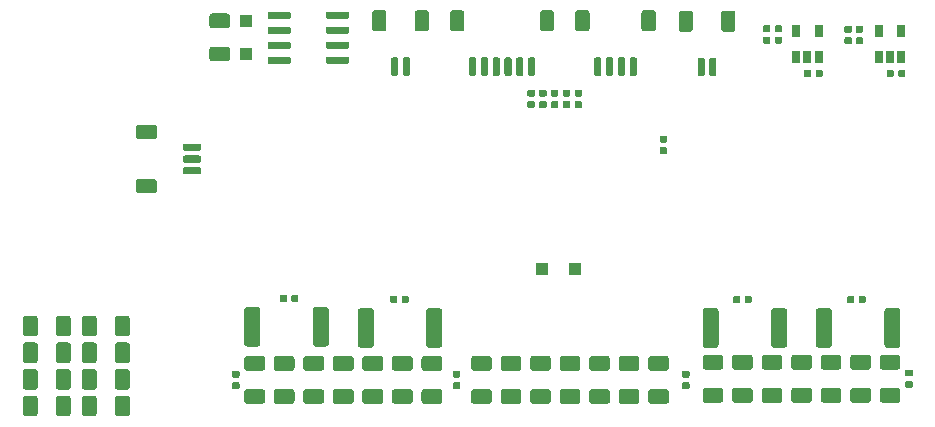
<source format=gbr>
%TF.GenerationSoftware,KiCad,Pcbnew,(5.1.5)-3*%
%TF.CreationDate,2021-04-30T11:05:50+08:00*%
%TF.ProjectId,bldc_motor_cntroller,626c6463-5f6d-46f7-946f-725f636e7472,rev?*%
%TF.SameCoordinates,PX57bcf00PY69db9c0*%
%TF.FileFunction,Paste,Bot*%
%TF.FilePolarity,Positive*%
%FSLAX46Y46*%
G04 Gerber Fmt 4.6, Leading zero omitted, Abs format (unit mm)*
G04 Created by KiCad (PCBNEW (5.1.5)-3) date 2021-04-30 11:05:50*
%MOMM*%
%LPD*%
G04 APERTURE LIST*
%ADD10C,0.100000*%
%ADD11R,1.100000X1.100000*%
%ADD12R,0.650000X1.060000*%
G04 APERTURE END LIST*
D10*
%TO.C,R56*%
G36*
X44786958Y48879290D02*
G01*
X44801276Y48877166D01*
X44815317Y48873649D01*
X44828946Y48868772D01*
X44842031Y48862583D01*
X44854447Y48855142D01*
X44866073Y48846519D01*
X44876798Y48836798D01*
X44886519Y48826073D01*
X44895142Y48814447D01*
X44902583Y48802031D01*
X44908772Y48788946D01*
X44913649Y48775317D01*
X44917166Y48761276D01*
X44919290Y48746958D01*
X44920000Y48732500D01*
X44920000Y48437500D01*
X44919290Y48423042D01*
X44917166Y48408724D01*
X44913649Y48394683D01*
X44908772Y48381054D01*
X44902583Y48367969D01*
X44895142Y48355553D01*
X44886519Y48343927D01*
X44876798Y48333202D01*
X44866073Y48323481D01*
X44854447Y48314858D01*
X44842031Y48307417D01*
X44828946Y48301228D01*
X44815317Y48296351D01*
X44801276Y48292834D01*
X44786958Y48290710D01*
X44772500Y48290000D01*
X44427500Y48290000D01*
X44413042Y48290710D01*
X44398724Y48292834D01*
X44384683Y48296351D01*
X44371054Y48301228D01*
X44357969Y48307417D01*
X44345553Y48314858D01*
X44333927Y48323481D01*
X44323202Y48333202D01*
X44313481Y48343927D01*
X44304858Y48355553D01*
X44297417Y48367969D01*
X44291228Y48381054D01*
X44286351Y48394683D01*
X44282834Y48408724D01*
X44280710Y48423042D01*
X44280000Y48437500D01*
X44280000Y48732500D01*
X44280710Y48746958D01*
X44282834Y48761276D01*
X44286351Y48775317D01*
X44291228Y48788946D01*
X44297417Y48802031D01*
X44304858Y48814447D01*
X44313481Y48826073D01*
X44323202Y48836798D01*
X44333927Y48846519D01*
X44345553Y48855142D01*
X44357969Y48862583D01*
X44371054Y48868772D01*
X44384683Y48873649D01*
X44398724Y48877166D01*
X44413042Y48879290D01*
X44427500Y48880000D01*
X44772500Y48880000D01*
X44786958Y48879290D01*
G37*
G36*
X44786958Y47909290D02*
G01*
X44801276Y47907166D01*
X44815317Y47903649D01*
X44828946Y47898772D01*
X44842031Y47892583D01*
X44854447Y47885142D01*
X44866073Y47876519D01*
X44876798Y47866798D01*
X44886519Y47856073D01*
X44895142Y47844447D01*
X44902583Y47832031D01*
X44908772Y47818946D01*
X44913649Y47805317D01*
X44917166Y47791276D01*
X44919290Y47776958D01*
X44920000Y47762500D01*
X44920000Y47467500D01*
X44919290Y47453042D01*
X44917166Y47438724D01*
X44913649Y47424683D01*
X44908772Y47411054D01*
X44902583Y47397969D01*
X44895142Y47385553D01*
X44886519Y47373927D01*
X44876798Y47363202D01*
X44866073Y47353481D01*
X44854447Y47344858D01*
X44842031Y47337417D01*
X44828946Y47331228D01*
X44815317Y47326351D01*
X44801276Y47322834D01*
X44786958Y47320710D01*
X44772500Y47320000D01*
X44427500Y47320000D01*
X44413042Y47320710D01*
X44398724Y47322834D01*
X44384683Y47326351D01*
X44371054Y47331228D01*
X44357969Y47337417D01*
X44345553Y47344858D01*
X44333927Y47353481D01*
X44323202Y47363202D01*
X44313481Y47373927D01*
X44304858Y47385553D01*
X44297417Y47397969D01*
X44291228Y47411054D01*
X44286351Y47424683D01*
X44282834Y47438724D01*
X44280710Y47453042D01*
X44280000Y47467500D01*
X44280000Y47762500D01*
X44280710Y47776958D01*
X44282834Y47791276D01*
X44286351Y47805317D01*
X44291228Y47818946D01*
X44297417Y47832031D01*
X44304858Y47844447D01*
X44313481Y47856073D01*
X44323202Y47866798D01*
X44333927Y47876519D01*
X44345553Y47885142D01*
X44357969Y47892583D01*
X44371054Y47898772D01*
X44384683Y47903649D01*
X44398724Y47907166D01*
X44413042Y47909290D01*
X44427500Y47910000D01*
X44772500Y47910000D01*
X44786958Y47909290D01*
G37*
%TD*%
%TO.C,J9*%
G36*
X50414703Y51599278D02*
G01*
X50429264Y51597118D01*
X50443543Y51593541D01*
X50457403Y51588582D01*
X50470710Y51582288D01*
X50483336Y51574720D01*
X50495159Y51565952D01*
X50506066Y51556066D01*
X50515952Y51545159D01*
X50524720Y51533336D01*
X50532288Y51520710D01*
X50538582Y51507403D01*
X50543541Y51493543D01*
X50547118Y51479264D01*
X50549278Y51464703D01*
X50550000Y51450000D01*
X50550000Y50200000D01*
X50549278Y50185297D01*
X50547118Y50170736D01*
X50543541Y50156457D01*
X50538582Y50142597D01*
X50532288Y50129290D01*
X50524720Y50116664D01*
X50515952Y50104841D01*
X50506066Y50093934D01*
X50495159Y50084048D01*
X50483336Y50075280D01*
X50470710Y50067712D01*
X50457403Y50061418D01*
X50443543Y50056459D01*
X50429264Y50052882D01*
X50414703Y50050722D01*
X50400000Y50050000D01*
X50100000Y50050000D01*
X50085297Y50050722D01*
X50070736Y50052882D01*
X50056457Y50056459D01*
X50042597Y50061418D01*
X50029290Y50067712D01*
X50016664Y50075280D01*
X50004841Y50084048D01*
X49993934Y50093934D01*
X49984048Y50104841D01*
X49975280Y50116664D01*
X49967712Y50129290D01*
X49961418Y50142597D01*
X49956459Y50156457D01*
X49952882Y50170736D01*
X49950722Y50185297D01*
X49950000Y50200000D01*
X49950000Y51450000D01*
X49950722Y51464703D01*
X49952882Y51479264D01*
X49956459Y51493543D01*
X49961418Y51507403D01*
X49967712Y51520710D01*
X49975280Y51533336D01*
X49984048Y51545159D01*
X49993934Y51556066D01*
X50004841Y51565952D01*
X50016664Y51574720D01*
X50029290Y51582288D01*
X50042597Y51588582D01*
X50056457Y51593541D01*
X50070736Y51597118D01*
X50085297Y51599278D01*
X50100000Y51600000D01*
X50400000Y51600000D01*
X50414703Y51599278D01*
G37*
G36*
X51414703Y51599278D02*
G01*
X51429264Y51597118D01*
X51443543Y51593541D01*
X51457403Y51588582D01*
X51470710Y51582288D01*
X51483336Y51574720D01*
X51495159Y51565952D01*
X51506066Y51556066D01*
X51515952Y51545159D01*
X51524720Y51533336D01*
X51532288Y51520710D01*
X51538582Y51507403D01*
X51543541Y51493543D01*
X51547118Y51479264D01*
X51549278Y51464703D01*
X51550000Y51450000D01*
X51550000Y50200000D01*
X51549278Y50185297D01*
X51547118Y50170736D01*
X51543541Y50156457D01*
X51538582Y50142597D01*
X51532288Y50129290D01*
X51524720Y50116664D01*
X51515952Y50104841D01*
X51506066Y50093934D01*
X51495159Y50084048D01*
X51483336Y50075280D01*
X51470710Y50067712D01*
X51457403Y50061418D01*
X51443543Y50056459D01*
X51429264Y50052882D01*
X51414703Y50050722D01*
X51400000Y50050000D01*
X51100000Y50050000D01*
X51085297Y50050722D01*
X51070736Y50052882D01*
X51056457Y50056459D01*
X51042597Y50061418D01*
X51029290Y50067712D01*
X51016664Y50075280D01*
X51004841Y50084048D01*
X50993934Y50093934D01*
X50984048Y50104841D01*
X50975280Y50116664D01*
X50967712Y50129290D01*
X50961418Y50142597D01*
X50956459Y50156457D01*
X50952882Y50170736D01*
X50950722Y50185297D01*
X50950000Y50200000D01*
X50950000Y51450000D01*
X50950722Y51464703D01*
X50952882Y51479264D01*
X50956459Y51493543D01*
X50961418Y51507403D01*
X50967712Y51520710D01*
X50975280Y51533336D01*
X50984048Y51545159D01*
X50993934Y51556066D01*
X51004841Y51565952D01*
X51016664Y51574720D01*
X51029290Y51582288D01*
X51042597Y51588582D01*
X51056457Y51593541D01*
X51070736Y51597118D01*
X51085297Y51599278D01*
X51100000Y51600000D01*
X51400000Y51600000D01*
X51414703Y51599278D01*
G37*
G36*
X52414703Y51599278D02*
G01*
X52429264Y51597118D01*
X52443543Y51593541D01*
X52457403Y51588582D01*
X52470710Y51582288D01*
X52483336Y51574720D01*
X52495159Y51565952D01*
X52506066Y51556066D01*
X52515952Y51545159D01*
X52524720Y51533336D01*
X52532288Y51520710D01*
X52538582Y51507403D01*
X52543541Y51493543D01*
X52547118Y51479264D01*
X52549278Y51464703D01*
X52550000Y51450000D01*
X52550000Y50200000D01*
X52549278Y50185297D01*
X52547118Y50170736D01*
X52543541Y50156457D01*
X52538582Y50142597D01*
X52532288Y50129290D01*
X52524720Y50116664D01*
X52515952Y50104841D01*
X52506066Y50093934D01*
X52495159Y50084048D01*
X52483336Y50075280D01*
X52470710Y50067712D01*
X52457403Y50061418D01*
X52443543Y50056459D01*
X52429264Y50052882D01*
X52414703Y50050722D01*
X52400000Y50050000D01*
X52100000Y50050000D01*
X52085297Y50050722D01*
X52070736Y50052882D01*
X52056457Y50056459D01*
X52042597Y50061418D01*
X52029290Y50067712D01*
X52016664Y50075280D01*
X52004841Y50084048D01*
X51993934Y50093934D01*
X51984048Y50104841D01*
X51975280Y50116664D01*
X51967712Y50129290D01*
X51961418Y50142597D01*
X51956459Y50156457D01*
X51952882Y50170736D01*
X51950722Y50185297D01*
X51950000Y50200000D01*
X51950000Y51450000D01*
X51950722Y51464703D01*
X51952882Y51479264D01*
X51956459Y51493543D01*
X51961418Y51507403D01*
X51967712Y51520710D01*
X51975280Y51533336D01*
X51984048Y51545159D01*
X51993934Y51556066D01*
X52004841Y51565952D01*
X52016664Y51574720D01*
X52029290Y51582288D01*
X52042597Y51588582D01*
X52056457Y51593541D01*
X52070736Y51597118D01*
X52085297Y51599278D01*
X52100000Y51600000D01*
X52400000Y51600000D01*
X52414703Y51599278D01*
G37*
G36*
X53414703Y51599278D02*
G01*
X53429264Y51597118D01*
X53443543Y51593541D01*
X53457403Y51588582D01*
X53470710Y51582288D01*
X53483336Y51574720D01*
X53495159Y51565952D01*
X53506066Y51556066D01*
X53515952Y51545159D01*
X53524720Y51533336D01*
X53532288Y51520710D01*
X53538582Y51507403D01*
X53543541Y51493543D01*
X53547118Y51479264D01*
X53549278Y51464703D01*
X53550000Y51450000D01*
X53550000Y50200000D01*
X53549278Y50185297D01*
X53547118Y50170736D01*
X53543541Y50156457D01*
X53538582Y50142597D01*
X53532288Y50129290D01*
X53524720Y50116664D01*
X53515952Y50104841D01*
X53506066Y50093934D01*
X53495159Y50084048D01*
X53483336Y50075280D01*
X53470710Y50067712D01*
X53457403Y50061418D01*
X53443543Y50056459D01*
X53429264Y50052882D01*
X53414703Y50050722D01*
X53400000Y50050000D01*
X53100000Y50050000D01*
X53085297Y50050722D01*
X53070736Y50052882D01*
X53056457Y50056459D01*
X53042597Y50061418D01*
X53029290Y50067712D01*
X53016664Y50075280D01*
X53004841Y50084048D01*
X52993934Y50093934D01*
X52984048Y50104841D01*
X52975280Y50116664D01*
X52967712Y50129290D01*
X52961418Y50142597D01*
X52956459Y50156457D01*
X52952882Y50170736D01*
X52950722Y50185297D01*
X52950000Y50200000D01*
X52950000Y51450000D01*
X52950722Y51464703D01*
X52952882Y51479264D01*
X52956459Y51493543D01*
X52961418Y51507403D01*
X52967712Y51520710D01*
X52975280Y51533336D01*
X52984048Y51545159D01*
X52993934Y51556066D01*
X53004841Y51565952D01*
X53016664Y51574720D01*
X53029290Y51582288D01*
X53042597Y51588582D01*
X53056457Y51593541D01*
X53070736Y51597118D01*
X53085297Y51599278D01*
X53100000Y51600000D01*
X53400000Y51600000D01*
X53414703Y51599278D01*
G37*
G36*
X49324505Y55598796D02*
G01*
X49348773Y55595196D01*
X49372572Y55589235D01*
X49395671Y55580970D01*
X49417850Y55570480D01*
X49438893Y55557868D01*
X49458599Y55543253D01*
X49476777Y55526777D01*
X49493253Y55508599D01*
X49507868Y55488893D01*
X49520480Y55467850D01*
X49530970Y55445671D01*
X49539235Y55422572D01*
X49545196Y55398773D01*
X49548796Y55374505D01*
X49550000Y55350001D01*
X49550000Y54049999D01*
X49548796Y54025495D01*
X49545196Y54001227D01*
X49539235Y53977428D01*
X49530970Y53954329D01*
X49520480Y53932150D01*
X49507868Y53911107D01*
X49493253Y53891401D01*
X49476777Y53873223D01*
X49458599Y53856747D01*
X49438893Y53842132D01*
X49417850Y53829520D01*
X49395671Y53819030D01*
X49372572Y53810765D01*
X49348773Y53804804D01*
X49324505Y53801204D01*
X49300001Y53800000D01*
X48599999Y53800000D01*
X48575495Y53801204D01*
X48551227Y53804804D01*
X48527428Y53810765D01*
X48504329Y53819030D01*
X48482150Y53829520D01*
X48461107Y53842132D01*
X48441401Y53856747D01*
X48423223Y53873223D01*
X48406747Y53891401D01*
X48392132Y53911107D01*
X48379520Y53932150D01*
X48369030Y53954329D01*
X48360765Y53977428D01*
X48354804Y54001227D01*
X48351204Y54025495D01*
X48350000Y54049999D01*
X48350000Y55350001D01*
X48351204Y55374505D01*
X48354804Y55398773D01*
X48360765Y55422572D01*
X48369030Y55445671D01*
X48379520Y55467850D01*
X48392132Y55488893D01*
X48406747Y55508599D01*
X48423223Y55526777D01*
X48441401Y55543253D01*
X48461107Y55557868D01*
X48482150Y55570480D01*
X48504329Y55580970D01*
X48527428Y55589235D01*
X48551227Y55595196D01*
X48575495Y55598796D01*
X48599999Y55600000D01*
X49300001Y55600000D01*
X49324505Y55598796D01*
G37*
G36*
X54924505Y55598796D02*
G01*
X54948773Y55595196D01*
X54972572Y55589235D01*
X54995671Y55580970D01*
X55017850Y55570480D01*
X55038893Y55557868D01*
X55058599Y55543253D01*
X55076777Y55526777D01*
X55093253Y55508599D01*
X55107868Y55488893D01*
X55120480Y55467850D01*
X55130970Y55445671D01*
X55139235Y55422572D01*
X55145196Y55398773D01*
X55148796Y55374505D01*
X55150000Y55350001D01*
X55150000Y54049999D01*
X55148796Y54025495D01*
X55145196Y54001227D01*
X55139235Y53977428D01*
X55130970Y53954329D01*
X55120480Y53932150D01*
X55107868Y53911107D01*
X55093253Y53891401D01*
X55076777Y53873223D01*
X55058599Y53856747D01*
X55038893Y53842132D01*
X55017850Y53829520D01*
X54995671Y53819030D01*
X54972572Y53810765D01*
X54948773Y53804804D01*
X54924505Y53801204D01*
X54900001Y53800000D01*
X54199999Y53800000D01*
X54175495Y53801204D01*
X54151227Y53804804D01*
X54127428Y53810765D01*
X54104329Y53819030D01*
X54082150Y53829520D01*
X54061107Y53842132D01*
X54041401Y53856747D01*
X54023223Y53873223D01*
X54006747Y53891401D01*
X53992132Y53911107D01*
X53979520Y53932150D01*
X53969030Y53954329D01*
X53960765Y53977428D01*
X53954804Y54001227D01*
X53951204Y54025495D01*
X53950000Y54049999D01*
X53950000Y55350001D01*
X53951204Y55374505D01*
X53954804Y55398773D01*
X53960765Y55422572D01*
X53969030Y55445671D01*
X53979520Y55467850D01*
X53992132Y55488893D01*
X54006747Y55508599D01*
X54023223Y55526777D01*
X54041401Y55543253D01*
X54061107Y55557868D01*
X54082150Y55570480D01*
X54104329Y55580970D01*
X54127428Y55589235D01*
X54151227Y55595196D01*
X54175495Y55598796D01*
X54199999Y55600000D01*
X54900001Y55600000D01*
X54924505Y55598796D01*
G37*
%TD*%
D11*
%TO.C,D4*%
X20500000Y54700000D03*
X20500000Y51900000D03*
%TD*%
D10*
%TO.C,J6*%
G36*
X46324505Y55598796D02*
G01*
X46348773Y55595196D01*
X46372572Y55589235D01*
X46395671Y55580970D01*
X46417850Y55570480D01*
X46438893Y55557868D01*
X46458599Y55543253D01*
X46476777Y55526777D01*
X46493253Y55508599D01*
X46507868Y55488893D01*
X46520480Y55467850D01*
X46530970Y55445671D01*
X46539235Y55422572D01*
X46545196Y55398773D01*
X46548796Y55374505D01*
X46550000Y55350001D01*
X46550000Y54049999D01*
X46548796Y54025495D01*
X46545196Y54001227D01*
X46539235Y53977428D01*
X46530970Y53954329D01*
X46520480Y53932150D01*
X46507868Y53911107D01*
X46493253Y53891401D01*
X46476777Y53873223D01*
X46458599Y53856747D01*
X46438893Y53842132D01*
X46417850Y53829520D01*
X46395671Y53819030D01*
X46372572Y53810765D01*
X46348773Y53804804D01*
X46324505Y53801204D01*
X46300001Y53800000D01*
X45599999Y53800000D01*
X45575495Y53801204D01*
X45551227Y53804804D01*
X45527428Y53810765D01*
X45504329Y53819030D01*
X45482150Y53829520D01*
X45461107Y53842132D01*
X45441401Y53856747D01*
X45423223Y53873223D01*
X45406747Y53891401D01*
X45392132Y53911107D01*
X45379520Y53932150D01*
X45369030Y53954329D01*
X45360765Y53977428D01*
X45354804Y54001227D01*
X45351204Y54025495D01*
X45350000Y54049999D01*
X45350000Y55350001D01*
X45351204Y55374505D01*
X45354804Y55398773D01*
X45360765Y55422572D01*
X45369030Y55445671D01*
X45379520Y55467850D01*
X45392132Y55488893D01*
X45406747Y55508599D01*
X45423223Y55526777D01*
X45441401Y55543253D01*
X45461107Y55557868D01*
X45482150Y55570480D01*
X45504329Y55580970D01*
X45527428Y55589235D01*
X45551227Y55595196D01*
X45575495Y55598796D01*
X45599999Y55600000D01*
X46300001Y55600000D01*
X46324505Y55598796D01*
G37*
G36*
X38724505Y55598796D02*
G01*
X38748773Y55595196D01*
X38772572Y55589235D01*
X38795671Y55580970D01*
X38817850Y55570480D01*
X38838893Y55557868D01*
X38858599Y55543253D01*
X38876777Y55526777D01*
X38893253Y55508599D01*
X38907868Y55488893D01*
X38920480Y55467850D01*
X38930970Y55445671D01*
X38939235Y55422572D01*
X38945196Y55398773D01*
X38948796Y55374505D01*
X38950000Y55350001D01*
X38950000Y54049999D01*
X38948796Y54025495D01*
X38945196Y54001227D01*
X38939235Y53977428D01*
X38930970Y53954329D01*
X38920480Y53932150D01*
X38907868Y53911107D01*
X38893253Y53891401D01*
X38876777Y53873223D01*
X38858599Y53856747D01*
X38838893Y53842132D01*
X38817850Y53829520D01*
X38795671Y53819030D01*
X38772572Y53810765D01*
X38748773Y53804804D01*
X38724505Y53801204D01*
X38700001Y53800000D01*
X37999999Y53800000D01*
X37975495Y53801204D01*
X37951227Y53804804D01*
X37927428Y53810765D01*
X37904329Y53819030D01*
X37882150Y53829520D01*
X37861107Y53842132D01*
X37841401Y53856747D01*
X37823223Y53873223D01*
X37806747Y53891401D01*
X37792132Y53911107D01*
X37779520Y53932150D01*
X37769030Y53954329D01*
X37760765Y53977428D01*
X37754804Y54001227D01*
X37751204Y54025495D01*
X37750000Y54049999D01*
X37750000Y55350001D01*
X37751204Y55374505D01*
X37754804Y55398773D01*
X37760765Y55422572D01*
X37769030Y55445671D01*
X37779520Y55467850D01*
X37792132Y55488893D01*
X37806747Y55508599D01*
X37823223Y55526777D01*
X37841401Y55543253D01*
X37861107Y55557868D01*
X37882150Y55570480D01*
X37904329Y55580970D01*
X37927428Y55589235D01*
X37951227Y55595196D01*
X37975495Y55598796D01*
X37999999Y55600000D01*
X38700001Y55600000D01*
X38724505Y55598796D01*
G37*
G36*
X44814703Y51599278D02*
G01*
X44829264Y51597118D01*
X44843543Y51593541D01*
X44857403Y51588582D01*
X44870710Y51582288D01*
X44883336Y51574720D01*
X44895159Y51565952D01*
X44906066Y51556066D01*
X44915952Y51545159D01*
X44924720Y51533336D01*
X44932288Y51520710D01*
X44938582Y51507403D01*
X44943541Y51493543D01*
X44947118Y51479264D01*
X44949278Y51464703D01*
X44950000Y51450000D01*
X44950000Y50200000D01*
X44949278Y50185297D01*
X44947118Y50170736D01*
X44943541Y50156457D01*
X44938582Y50142597D01*
X44932288Y50129290D01*
X44924720Y50116664D01*
X44915952Y50104841D01*
X44906066Y50093934D01*
X44895159Y50084048D01*
X44883336Y50075280D01*
X44870710Y50067712D01*
X44857403Y50061418D01*
X44843543Y50056459D01*
X44829264Y50052882D01*
X44814703Y50050722D01*
X44800000Y50050000D01*
X44500000Y50050000D01*
X44485297Y50050722D01*
X44470736Y50052882D01*
X44456457Y50056459D01*
X44442597Y50061418D01*
X44429290Y50067712D01*
X44416664Y50075280D01*
X44404841Y50084048D01*
X44393934Y50093934D01*
X44384048Y50104841D01*
X44375280Y50116664D01*
X44367712Y50129290D01*
X44361418Y50142597D01*
X44356459Y50156457D01*
X44352882Y50170736D01*
X44350722Y50185297D01*
X44350000Y50200000D01*
X44350000Y51450000D01*
X44350722Y51464703D01*
X44352882Y51479264D01*
X44356459Y51493543D01*
X44361418Y51507403D01*
X44367712Y51520710D01*
X44375280Y51533336D01*
X44384048Y51545159D01*
X44393934Y51556066D01*
X44404841Y51565952D01*
X44416664Y51574720D01*
X44429290Y51582288D01*
X44442597Y51588582D01*
X44456457Y51593541D01*
X44470736Y51597118D01*
X44485297Y51599278D01*
X44500000Y51600000D01*
X44800000Y51600000D01*
X44814703Y51599278D01*
G37*
G36*
X43814703Y51599278D02*
G01*
X43829264Y51597118D01*
X43843543Y51593541D01*
X43857403Y51588582D01*
X43870710Y51582288D01*
X43883336Y51574720D01*
X43895159Y51565952D01*
X43906066Y51556066D01*
X43915952Y51545159D01*
X43924720Y51533336D01*
X43932288Y51520710D01*
X43938582Y51507403D01*
X43943541Y51493543D01*
X43947118Y51479264D01*
X43949278Y51464703D01*
X43950000Y51450000D01*
X43950000Y50200000D01*
X43949278Y50185297D01*
X43947118Y50170736D01*
X43943541Y50156457D01*
X43938582Y50142597D01*
X43932288Y50129290D01*
X43924720Y50116664D01*
X43915952Y50104841D01*
X43906066Y50093934D01*
X43895159Y50084048D01*
X43883336Y50075280D01*
X43870710Y50067712D01*
X43857403Y50061418D01*
X43843543Y50056459D01*
X43829264Y50052882D01*
X43814703Y50050722D01*
X43800000Y50050000D01*
X43500000Y50050000D01*
X43485297Y50050722D01*
X43470736Y50052882D01*
X43456457Y50056459D01*
X43442597Y50061418D01*
X43429290Y50067712D01*
X43416664Y50075280D01*
X43404841Y50084048D01*
X43393934Y50093934D01*
X43384048Y50104841D01*
X43375280Y50116664D01*
X43367712Y50129290D01*
X43361418Y50142597D01*
X43356459Y50156457D01*
X43352882Y50170736D01*
X43350722Y50185297D01*
X43350000Y50200000D01*
X43350000Y51450000D01*
X43350722Y51464703D01*
X43352882Y51479264D01*
X43356459Y51493543D01*
X43361418Y51507403D01*
X43367712Y51520710D01*
X43375280Y51533336D01*
X43384048Y51545159D01*
X43393934Y51556066D01*
X43404841Y51565952D01*
X43416664Y51574720D01*
X43429290Y51582288D01*
X43442597Y51588582D01*
X43456457Y51593541D01*
X43470736Y51597118D01*
X43485297Y51599278D01*
X43500000Y51600000D01*
X43800000Y51600000D01*
X43814703Y51599278D01*
G37*
G36*
X42814703Y51599278D02*
G01*
X42829264Y51597118D01*
X42843543Y51593541D01*
X42857403Y51588582D01*
X42870710Y51582288D01*
X42883336Y51574720D01*
X42895159Y51565952D01*
X42906066Y51556066D01*
X42915952Y51545159D01*
X42924720Y51533336D01*
X42932288Y51520710D01*
X42938582Y51507403D01*
X42943541Y51493543D01*
X42947118Y51479264D01*
X42949278Y51464703D01*
X42950000Y51450000D01*
X42950000Y50200000D01*
X42949278Y50185297D01*
X42947118Y50170736D01*
X42943541Y50156457D01*
X42938582Y50142597D01*
X42932288Y50129290D01*
X42924720Y50116664D01*
X42915952Y50104841D01*
X42906066Y50093934D01*
X42895159Y50084048D01*
X42883336Y50075280D01*
X42870710Y50067712D01*
X42857403Y50061418D01*
X42843543Y50056459D01*
X42829264Y50052882D01*
X42814703Y50050722D01*
X42800000Y50050000D01*
X42500000Y50050000D01*
X42485297Y50050722D01*
X42470736Y50052882D01*
X42456457Y50056459D01*
X42442597Y50061418D01*
X42429290Y50067712D01*
X42416664Y50075280D01*
X42404841Y50084048D01*
X42393934Y50093934D01*
X42384048Y50104841D01*
X42375280Y50116664D01*
X42367712Y50129290D01*
X42361418Y50142597D01*
X42356459Y50156457D01*
X42352882Y50170736D01*
X42350722Y50185297D01*
X42350000Y50200000D01*
X42350000Y51450000D01*
X42350722Y51464703D01*
X42352882Y51479264D01*
X42356459Y51493543D01*
X42361418Y51507403D01*
X42367712Y51520710D01*
X42375280Y51533336D01*
X42384048Y51545159D01*
X42393934Y51556066D01*
X42404841Y51565952D01*
X42416664Y51574720D01*
X42429290Y51582288D01*
X42442597Y51588582D01*
X42456457Y51593541D01*
X42470736Y51597118D01*
X42485297Y51599278D01*
X42500000Y51600000D01*
X42800000Y51600000D01*
X42814703Y51599278D01*
G37*
G36*
X41814703Y51599278D02*
G01*
X41829264Y51597118D01*
X41843543Y51593541D01*
X41857403Y51588582D01*
X41870710Y51582288D01*
X41883336Y51574720D01*
X41895159Y51565952D01*
X41906066Y51556066D01*
X41915952Y51545159D01*
X41924720Y51533336D01*
X41932288Y51520710D01*
X41938582Y51507403D01*
X41943541Y51493543D01*
X41947118Y51479264D01*
X41949278Y51464703D01*
X41950000Y51450000D01*
X41950000Y50200000D01*
X41949278Y50185297D01*
X41947118Y50170736D01*
X41943541Y50156457D01*
X41938582Y50142597D01*
X41932288Y50129290D01*
X41924720Y50116664D01*
X41915952Y50104841D01*
X41906066Y50093934D01*
X41895159Y50084048D01*
X41883336Y50075280D01*
X41870710Y50067712D01*
X41857403Y50061418D01*
X41843543Y50056459D01*
X41829264Y50052882D01*
X41814703Y50050722D01*
X41800000Y50050000D01*
X41500000Y50050000D01*
X41485297Y50050722D01*
X41470736Y50052882D01*
X41456457Y50056459D01*
X41442597Y50061418D01*
X41429290Y50067712D01*
X41416664Y50075280D01*
X41404841Y50084048D01*
X41393934Y50093934D01*
X41384048Y50104841D01*
X41375280Y50116664D01*
X41367712Y50129290D01*
X41361418Y50142597D01*
X41356459Y50156457D01*
X41352882Y50170736D01*
X41350722Y50185297D01*
X41350000Y50200000D01*
X41350000Y51450000D01*
X41350722Y51464703D01*
X41352882Y51479264D01*
X41356459Y51493543D01*
X41361418Y51507403D01*
X41367712Y51520710D01*
X41375280Y51533336D01*
X41384048Y51545159D01*
X41393934Y51556066D01*
X41404841Y51565952D01*
X41416664Y51574720D01*
X41429290Y51582288D01*
X41442597Y51588582D01*
X41456457Y51593541D01*
X41470736Y51597118D01*
X41485297Y51599278D01*
X41500000Y51600000D01*
X41800000Y51600000D01*
X41814703Y51599278D01*
G37*
G36*
X40814703Y51599278D02*
G01*
X40829264Y51597118D01*
X40843543Y51593541D01*
X40857403Y51588582D01*
X40870710Y51582288D01*
X40883336Y51574720D01*
X40895159Y51565952D01*
X40906066Y51556066D01*
X40915952Y51545159D01*
X40924720Y51533336D01*
X40932288Y51520710D01*
X40938582Y51507403D01*
X40943541Y51493543D01*
X40947118Y51479264D01*
X40949278Y51464703D01*
X40950000Y51450000D01*
X40950000Y50200000D01*
X40949278Y50185297D01*
X40947118Y50170736D01*
X40943541Y50156457D01*
X40938582Y50142597D01*
X40932288Y50129290D01*
X40924720Y50116664D01*
X40915952Y50104841D01*
X40906066Y50093934D01*
X40895159Y50084048D01*
X40883336Y50075280D01*
X40870710Y50067712D01*
X40857403Y50061418D01*
X40843543Y50056459D01*
X40829264Y50052882D01*
X40814703Y50050722D01*
X40800000Y50050000D01*
X40500000Y50050000D01*
X40485297Y50050722D01*
X40470736Y50052882D01*
X40456457Y50056459D01*
X40442597Y50061418D01*
X40429290Y50067712D01*
X40416664Y50075280D01*
X40404841Y50084048D01*
X40393934Y50093934D01*
X40384048Y50104841D01*
X40375280Y50116664D01*
X40367712Y50129290D01*
X40361418Y50142597D01*
X40356459Y50156457D01*
X40352882Y50170736D01*
X40350722Y50185297D01*
X40350000Y50200000D01*
X40350000Y51450000D01*
X40350722Y51464703D01*
X40352882Y51479264D01*
X40356459Y51493543D01*
X40361418Y51507403D01*
X40367712Y51520710D01*
X40375280Y51533336D01*
X40384048Y51545159D01*
X40393934Y51556066D01*
X40404841Y51565952D01*
X40416664Y51574720D01*
X40429290Y51582288D01*
X40442597Y51588582D01*
X40456457Y51593541D01*
X40470736Y51597118D01*
X40485297Y51599278D01*
X40500000Y51600000D01*
X40800000Y51600000D01*
X40814703Y51599278D01*
G37*
G36*
X39814703Y51599278D02*
G01*
X39829264Y51597118D01*
X39843543Y51593541D01*
X39857403Y51588582D01*
X39870710Y51582288D01*
X39883336Y51574720D01*
X39895159Y51565952D01*
X39906066Y51556066D01*
X39915952Y51545159D01*
X39924720Y51533336D01*
X39932288Y51520710D01*
X39938582Y51507403D01*
X39943541Y51493543D01*
X39947118Y51479264D01*
X39949278Y51464703D01*
X39950000Y51450000D01*
X39950000Y50200000D01*
X39949278Y50185297D01*
X39947118Y50170736D01*
X39943541Y50156457D01*
X39938582Y50142597D01*
X39932288Y50129290D01*
X39924720Y50116664D01*
X39915952Y50104841D01*
X39906066Y50093934D01*
X39895159Y50084048D01*
X39883336Y50075280D01*
X39870710Y50067712D01*
X39857403Y50061418D01*
X39843543Y50056459D01*
X39829264Y50052882D01*
X39814703Y50050722D01*
X39800000Y50050000D01*
X39500000Y50050000D01*
X39485297Y50050722D01*
X39470736Y50052882D01*
X39456457Y50056459D01*
X39442597Y50061418D01*
X39429290Y50067712D01*
X39416664Y50075280D01*
X39404841Y50084048D01*
X39393934Y50093934D01*
X39384048Y50104841D01*
X39375280Y50116664D01*
X39367712Y50129290D01*
X39361418Y50142597D01*
X39356459Y50156457D01*
X39352882Y50170736D01*
X39350722Y50185297D01*
X39350000Y50200000D01*
X39350000Y51450000D01*
X39350722Y51464703D01*
X39352882Y51479264D01*
X39356459Y51493543D01*
X39361418Y51507403D01*
X39367712Y51520710D01*
X39375280Y51533336D01*
X39384048Y51545159D01*
X39393934Y51556066D01*
X39404841Y51565952D01*
X39416664Y51574720D01*
X39429290Y51582288D01*
X39442597Y51588582D01*
X39456457Y51593541D01*
X39470736Y51597118D01*
X39485297Y51599278D01*
X39500000Y51600000D01*
X39800000Y51600000D01*
X39814703Y51599278D01*
G37*
%TD*%
%TO.C,R16*%
G36*
X66049505Y30373796D02*
G01*
X66073773Y30370196D01*
X66097572Y30364235D01*
X66120671Y30355970D01*
X66142850Y30345480D01*
X66163893Y30332868D01*
X66183599Y30318253D01*
X66201777Y30301777D01*
X66218253Y30283599D01*
X66232868Y30263893D01*
X66245480Y30242850D01*
X66255970Y30220671D01*
X66264235Y30197572D01*
X66270196Y30173773D01*
X66273796Y30149505D01*
X66275000Y30125001D01*
X66275000Y27274999D01*
X66273796Y27250495D01*
X66270196Y27226227D01*
X66264235Y27202428D01*
X66255970Y27179329D01*
X66245480Y27157150D01*
X66232868Y27136107D01*
X66218253Y27116401D01*
X66201777Y27098223D01*
X66183599Y27081747D01*
X66163893Y27067132D01*
X66142850Y27054520D01*
X66120671Y27044030D01*
X66097572Y27035765D01*
X66073773Y27029804D01*
X66049505Y27026204D01*
X66025001Y27025000D01*
X65174999Y27025000D01*
X65150495Y27026204D01*
X65126227Y27029804D01*
X65102428Y27035765D01*
X65079329Y27044030D01*
X65057150Y27054520D01*
X65036107Y27067132D01*
X65016401Y27081747D01*
X64998223Y27098223D01*
X64981747Y27116401D01*
X64967132Y27136107D01*
X64954520Y27157150D01*
X64944030Y27179329D01*
X64935765Y27202428D01*
X64929804Y27226227D01*
X64926204Y27250495D01*
X64925000Y27274999D01*
X64925000Y30125001D01*
X64926204Y30149505D01*
X64929804Y30173773D01*
X64935765Y30197572D01*
X64944030Y30220671D01*
X64954520Y30242850D01*
X64967132Y30263893D01*
X64981747Y30283599D01*
X64998223Y30301777D01*
X65016401Y30318253D01*
X65036107Y30332868D01*
X65057150Y30345480D01*
X65079329Y30355970D01*
X65102428Y30364235D01*
X65126227Y30370196D01*
X65150495Y30373796D01*
X65174999Y30375000D01*
X66025001Y30375000D01*
X66049505Y30373796D01*
G37*
G36*
X60249505Y30373796D02*
G01*
X60273773Y30370196D01*
X60297572Y30364235D01*
X60320671Y30355970D01*
X60342850Y30345480D01*
X60363893Y30332868D01*
X60383599Y30318253D01*
X60401777Y30301777D01*
X60418253Y30283599D01*
X60432868Y30263893D01*
X60445480Y30242850D01*
X60455970Y30220671D01*
X60464235Y30197572D01*
X60470196Y30173773D01*
X60473796Y30149505D01*
X60475000Y30125001D01*
X60475000Y27274999D01*
X60473796Y27250495D01*
X60470196Y27226227D01*
X60464235Y27202428D01*
X60455970Y27179329D01*
X60445480Y27157150D01*
X60432868Y27136107D01*
X60418253Y27116401D01*
X60401777Y27098223D01*
X60383599Y27081747D01*
X60363893Y27067132D01*
X60342850Y27054520D01*
X60320671Y27044030D01*
X60297572Y27035765D01*
X60273773Y27029804D01*
X60249505Y27026204D01*
X60225001Y27025000D01*
X59374999Y27025000D01*
X59350495Y27026204D01*
X59326227Y27029804D01*
X59302428Y27035765D01*
X59279329Y27044030D01*
X59257150Y27054520D01*
X59236107Y27067132D01*
X59216401Y27081747D01*
X59198223Y27098223D01*
X59181747Y27116401D01*
X59167132Y27136107D01*
X59154520Y27157150D01*
X59144030Y27179329D01*
X59135765Y27202428D01*
X59129804Y27226227D01*
X59126204Y27250495D01*
X59125000Y27274999D01*
X59125000Y30125001D01*
X59126204Y30149505D01*
X59129804Y30173773D01*
X59135765Y30197572D01*
X59144030Y30220671D01*
X59154520Y30242850D01*
X59167132Y30263893D01*
X59181747Y30283599D01*
X59198223Y30301777D01*
X59216401Y30318253D01*
X59236107Y30332868D01*
X59257150Y30345480D01*
X59279329Y30355970D01*
X59302428Y30364235D01*
X59326227Y30370196D01*
X59350495Y30373796D01*
X59374999Y30375000D01*
X60225001Y30375000D01*
X60249505Y30373796D01*
G37*
%TD*%
%TO.C,R12*%
G36*
X75649505Y30373796D02*
G01*
X75673773Y30370196D01*
X75697572Y30364235D01*
X75720671Y30355970D01*
X75742850Y30345480D01*
X75763893Y30332868D01*
X75783599Y30318253D01*
X75801777Y30301777D01*
X75818253Y30283599D01*
X75832868Y30263893D01*
X75845480Y30242850D01*
X75855970Y30220671D01*
X75864235Y30197572D01*
X75870196Y30173773D01*
X75873796Y30149505D01*
X75875000Y30125001D01*
X75875000Y27274999D01*
X75873796Y27250495D01*
X75870196Y27226227D01*
X75864235Y27202428D01*
X75855970Y27179329D01*
X75845480Y27157150D01*
X75832868Y27136107D01*
X75818253Y27116401D01*
X75801777Y27098223D01*
X75783599Y27081747D01*
X75763893Y27067132D01*
X75742850Y27054520D01*
X75720671Y27044030D01*
X75697572Y27035765D01*
X75673773Y27029804D01*
X75649505Y27026204D01*
X75625001Y27025000D01*
X74774999Y27025000D01*
X74750495Y27026204D01*
X74726227Y27029804D01*
X74702428Y27035765D01*
X74679329Y27044030D01*
X74657150Y27054520D01*
X74636107Y27067132D01*
X74616401Y27081747D01*
X74598223Y27098223D01*
X74581747Y27116401D01*
X74567132Y27136107D01*
X74554520Y27157150D01*
X74544030Y27179329D01*
X74535765Y27202428D01*
X74529804Y27226227D01*
X74526204Y27250495D01*
X74525000Y27274999D01*
X74525000Y30125001D01*
X74526204Y30149505D01*
X74529804Y30173773D01*
X74535765Y30197572D01*
X74544030Y30220671D01*
X74554520Y30242850D01*
X74567132Y30263893D01*
X74581747Y30283599D01*
X74598223Y30301777D01*
X74616401Y30318253D01*
X74636107Y30332868D01*
X74657150Y30345480D01*
X74679329Y30355970D01*
X74702428Y30364235D01*
X74726227Y30370196D01*
X74750495Y30373796D01*
X74774999Y30375000D01*
X75625001Y30375000D01*
X75649505Y30373796D01*
G37*
G36*
X69849505Y30373796D02*
G01*
X69873773Y30370196D01*
X69897572Y30364235D01*
X69920671Y30355970D01*
X69942850Y30345480D01*
X69963893Y30332868D01*
X69983599Y30318253D01*
X70001777Y30301777D01*
X70018253Y30283599D01*
X70032868Y30263893D01*
X70045480Y30242850D01*
X70055970Y30220671D01*
X70064235Y30197572D01*
X70070196Y30173773D01*
X70073796Y30149505D01*
X70075000Y30125001D01*
X70075000Y27274999D01*
X70073796Y27250495D01*
X70070196Y27226227D01*
X70064235Y27202428D01*
X70055970Y27179329D01*
X70045480Y27157150D01*
X70032868Y27136107D01*
X70018253Y27116401D01*
X70001777Y27098223D01*
X69983599Y27081747D01*
X69963893Y27067132D01*
X69942850Y27054520D01*
X69920671Y27044030D01*
X69897572Y27035765D01*
X69873773Y27029804D01*
X69849505Y27026204D01*
X69825001Y27025000D01*
X68974999Y27025000D01*
X68950495Y27026204D01*
X68926227Y27029804D01*
X68902428Y27035765D01*
X68879329Y27044030D01*
X68857150Y27054520D01*
X68836107Y27067132D01*
X68816401Y27081747D01*
X68798223Y27098223D01*
X68781747Y27116401D01*
X68767132Y27136107D01*
X68754520Y27157150D01*
X68744030Y27179329D01*
X68735765Y27202428D01*
X68729804Y27226227D01*
X68726204Y27250495D01*
X68725000Y27274999D01*
X68725000Y30125001D01*
X68726204Y30149505D01*
X68729804Y30173773D01*
X68735765Y30197572D01*
X68744030Y30220671D01*
X68754520Y30242850D01*
X68767132Y30263893D01*
X68781747Y30283599D01*
X68798223Y30301777D01*
X68816401Y30318253D01*
X68836107Y30332868D01*
X68857150Y30345480D01*
X68879329Y30355970D01*
X68902428Y30364235D01*
X68926227Y30370196D01*
X68950495Y30373796D01*
X68974999Y30375000D01*
X69825001Y30375000D01*
X69849505Y30373796D01*
G37*
%TD*%
D12*
%TO.C,U4*%
X75950000Y53850000D03*
X74050000Y53850000D03*
X74050000Y51650000D03*
X75000000Y51650000D03*
X75950000Y51650000D03*
%TD*%
D10*
%TO.C,R32*%
G36*
X36849505Y30373796D02*
G01*
X36873773Y30370196D01*
X36897572Y30364235D01*
X36920671Y30355970D01*
X36942850Y30345480D01*
X36963893Y30332868D01*
X36983599Y30318253D01*
X37001777Y30301777D01*
X37018253Y30283599D01*
X37032868Y30263893D01*
X37045480Y30242850D01*
X37055970Y30220671D01*
X37064235Y30197572D01*
X37070196Y30173773D01*
X37073796Y30149505D01*
X37075000Y30125001D01*
X37075000Y27274999D01*
X37073796Y27250495D01*
X37070196Y27226227D01*
X37064235Y27202428D01*
X37055970Y27179329D01*
X37045480Y27157150D01*
X37032868Y27136107D01*
X37018253Y27116401D01*
X37001777Y27098223D01*
X36983599Y27081747D01*
X36963893Y27067132D01*
X36942850Y27054520D01*
X36920671Y27044030D01*
X36897572Y27035765D01*
X36873773Y27029804D01*
X36849505Y27026204D01*
X36825001Y27025000D01*
X35974999Y27025000D01*
X35950495Y27026204D01*
X35926227Y27029804D01*
X35902428Y27035765D01*
X35879329Y27044030D01*
X35857150Y27054520D01*
X35836107Y27067132D01*
X35816401Y27081747D01*
X35798223Y27098223D01*
X35781747Y27116401D01*
X35767132Y27136107D01*
X35754520Y27157150D01*
X35744030Y27179329D01*
X35735765Y27202428D01*
X35729804Y27226227D01*
X35726204Y27250495D01*
X35725000Y27274999D01*
X35725000Y30125001D01*
X35726204Y30149505D01*
X35729804Y30173773D01*
X35735765Y30197572D01*
X35744030Y30220671D01*
X35754520Y30242850D01*
X35767132Y30263893D01*
X35781747Y30283599D01*
X35798223Y30301777D01*
X35816401Y30318253D01*
X35836107Y30332868D01*
X35857150Y30345480D01*
X35879329Y30355970D01*
X35902428Y30364235D01*
X35926227Y30370196D01*
X35950495Y30373796D01*
X35974999Y30375000D01*
X36825001Y30375000D01*
X36849505Y30373796D01*
G37*
G36*
X31049505Y30373796D02*
G01*
X31073773Y30370196D01*
X31097572Y30364235D01*
X31120671Y30355970D01*
X31142850Y30345480D01*
X31163893Y30332868D01*
X31183599Y30318253D01*
X31201777Y30301777D01*
X31218253Y30283599D01*
X31232868Y30263893D01*
X31245480Y30242850D01*
X31255970Y30220671D01*
X31264235Y30197572D01*
X31270196Y30173773D01*
X31273796Y30149505D01*
X31275000Y30125001D01*
X31275000Y27274999D01*
X31273796Y27250495D01*
X31270196Y27226227D01*
X31264235Y27202428D01*
X31255970Y27179329D01*
X31245480Y27157150D01*
X31232868Y27136107D01*
X31218253Y27116401D01*
X31201777Y27098223D01*
X31183599Y27081747D01*
X31163893Y27067132D01*
X31142850Y27054520D01*
X31120671Y27044030D01*
X31097572Y27035765D01*
X31073773Y27029804D01*
X31049505Y27026204D01*
X31025001Y27025000D01*
X30174999Y27025000D01*
X30150495Y27026204D01*
X30126227Y27029804D01*
X30102428Y27035765D01*
X30079329Y27044030D01*
X30057150Y27054520D01*
X30036107Y27067132D01*
X30016401Y27081747D01*
X29998223Y27098223D01*
X29981747Y27116401D01*
X29967132Y27136107D01*
X29954520Y27157150D01*
X29944030Y27179329D01*
X29935765Y27202428D01*
X29929804Y27226227D01*
X29926204Y27250495D01*
X29925000Y27274999D01*
X29925000Y30125001D01*
X29926204Y30149505D01*
X29929804Y30173773D01*
X29935765Y30197572D01*
X29944030Y30220671D01*
X29954520Y30242850D01*
X29967132Y30263893D01*
X29981747Y30283599D01*
X29998223Y30301777D01*
X30016401Y30318253D01*
X30036107Y30332868D01*
X30057150Y30345480D01*
X30079329Y30355970D01*
X30102428Y30364235D01*
X30126227Y30370196D01*
X30150495Y30373796D01*
X30174999Y30375000D01*
X31025001Y30375000D01*
X31049505Y30373796D01*
G37*
%TD*%
%TO.C,R36*%
G36*
X27249505Y30473796D02*
G01*
X27273773Y30470196D01*
X27297572Y30464235D01*
X27320671Y30455970D01*
X27342850Y30445480D01*
X27363893Y30432868D01*
X27383599Y30418253D01*
X27401777Y30401777D01*
X27418253Y30383599D01*
X27432868Y30363893D01*
X27445480Y30342850D01*
X27455970Y30320671D01*
X27464235Y30297572D01*
X27470196Y30273773D01*
X27473796Y30249505D01*
X27475000Y30225001D01*
X27475000Y27374999D01*
X27473796Y27350495D01*
X27470196Y27326227D01*
X27464235Y27302428D01*
X27455970Y27279329D01*
X27445480Y27257150D01*
X27432868Y27236107D01*
X27418253Y27216401D01*
X27401777Y27198223D01*
X27383599Y27181747D01*
X27363893Y27167132D01*
X27342850Y27154520D01*
X27320671Y27144030D01*
X27297572Y27135765D01*
X27273773Y27129804D01*
X27249505Y27126204D01*
X27225001Y27125000D01*
X26374999Y27125000D01*
X26350495Y27126204D01*
X26326227Y27129804D01*
X26302428Y27135765D01*
X26279329Y27144030D01*
X26257150Y27154520D01*
X26236107Y27167132D01*
X26216401Y27181747D01*
X26198223Y27198223D01*
X26181747Y27216401D01*
X26167132Y27236107D01*
X26154520Y27257150D01*
X26144030Y27279329D01*
X26135765Y27302428D01*
X26129804Y27326227D01*
X26126204Y27350495D01*
X26125000Y27374999D01*
X26125000Y30225001D01*
X26126204Y30249505D01*
X26129804Y30273773D01*
X26135765Y30297572D01*
X26144030Y30320671D01*
X26154520Y30342850D01*
X26167132Y30363893D01*
X26181747Y30383599D01*
X26198223Y30401777D01*
X26216401Y30418253D01*
X26236107Y30432868D01*
X26257150Y30445480D01*
X26279329Y30455970D01*
X26302428Y30464235D01*
X26326227Y30470196D01*
X26350495Y30473796D01*
X26374999Y30475000D01*
X27225001Y30475000D01*
X27249505Y30473796D01*
G37*
G36*
X21449505Y30473796D02*
G01*
X21473773Y30470196D01*
X21497572Y30464235D01*
X21520671Y30455970D01*
X21542850Y30445480D01*
X21563893Y30432868D01*
X21583599Y30418253D01*
X21601777Y30401777D01*
X21618253Y30383599D01*
X21632868Y30363893D01*
X21645480Y30342850D01*
X21655970Y30320671D01*
X21664235Y30297572D01*
X21670196Y30273773D01*
X21673796Y30249505D01*
X21675000Y30225001D01*
X21675000Y27374999D01*
X21673796Y27350495D01*
X21670196Y27326227D01*
X21664235Y27302428D01*
X21655970Y27279329D01*
X21645480Y27257150D01*
X21632868Y27236107D01*
X21618253Y27216401D01*
X21601777Y27198223D01*
X21583599Y27181747D01*
X21563893Y27167132D01*
X21542850Y27154520D01*
X21520671Y27144030D01*
X21497572Y27135765D01*
X21473773Y27129804D01*
X21449505Y27126204D01*
X21425001Y27125000D01*
X20574999Y27125000D01*
X20550495Y27126204D01*
X20526227Y27129804D01*
X20502428Y27135765D01*
X20479329Y27144030D01*
X20457150Y27154520D01*
X20436107Y27167132D01*
X20416401Y27181747D01*
X20398223Y27198223D01*
X20381747Y27216401D01*
X20367132Y27236107D01*
X20354520Y27257150D01*
X20344030Y27279329D01*
X20335765Y27302428D01*
X20329804Y27326227D01*
X20326204Y27350495D01*
X20325000Y27374999D01*
X20325000Y30225001D01*
X20326204Y30249505D01*
X20329804Y30273773D01*
X20335765Y30297572D01*
X20344030Y30320671D01*
X20354520Y30342850D01*
X20367132Y30363893D01*
X20381747Y30383599D01*
X20398223Y30401777D01*
X20416401Y30418253D01*
X20436107Y30432868D01*
X20457150Y30445480D01*
X20479329Y30455970D01*
X20502428Y30464235D01*
X20526227Y30470196D01*
X20550495Y30473796D01*
X20574999Y30475000D01*
X21425001Y30475000D01*
X21449505Y30473796D01*
G37*
%TD*%
%TO.C,J5*%
G36*
X12699505Y45898796D02*
G01*
X12723773Y45895196D01*
X12747572Y45889235D01*
X12770671Y45880970D01*
X12792850Y45870480D01*
X12813893Y45857868D01*
X12833599Y45843253D01*
X12851777Y45826777D01*
X12868253Y45808599D01*
X12882868Y45788893D01*
X12895480Y45767850D01*
X12905970Y45745671D01*
X12914235Y45722572D01*
X12920196Y45698773D01*
X12923796Y45674505D01*
X12925000Y45650001D01*
X12925000Y44949999D01*
X12923796Y44925495D01*
X12920196Y44901227D01*
X12914235Y44877428D01*
X12905970Y44854329D01*
X12895480Y44832150D01*
X12882868Y44811107D01*
X12868253Y44791401D01*
X12851777Y44773223D01*
X12833599Y44756747D01*
X12813893Y44742132D01*
X12792850Y44729520D01*
X12770671Y44719030D01*
X12747572Y44710765D01*
X12723773Y44704804D01*
X12699505Y44701204D01*
X12675001Y44700000D01*
X11374999Y44700000D01*
X11350495Y44701204D01*
X11326227Y44704804D01*
X11302428Y44710765D01*
X11279329Y44719030D01*
X11257150Y44729520D01*
X11236107Y44742132D01*
X11216401Y44756747D01*
X11198223Y44773223D01*
X11181747Y44791401D01*
X11167132Y44811107D01*
X11154520Y44832150D01*
X11144030Y44854329D01*
X11135765Y44877428D01*
X11129804Y44901227D01*
X11126204Y44925495D01*
X11125000Y44949999D01*
X11125000Y45650001D01*
X11126204Y45674505D01*
X11129804Y45698773D01*
X11135765Y45722572D01*
X11144030Y45745671D01*
X11154520Y45767850D01*
X11167132Y45788893D01*
X11181747Y45808599D01*
X11198223Y45826777D01*
X11216401Y45843253D01*
X11236107Y45857868D01*
X11257150Y45870480D01*
X11279329Y45880970D01*
X11302428Y45889235D01*
X11326227Y45895196D01*
X11350495Y45898796D01*
X11374999Y45900000D01*
X12675001Y45900000D01*
X12699505Y45898796D01*
G37*
G36*
X12699505Y41298796D02*
G01*
X12723773Y41295196D01*
X12747572Y41289235D01*
X12770671Y41280970D01*
X12792850Y41270480D01*
X12813893Y41257868D01*
X12833599Y41243253D01*
X12851777Y41226777D01*
X12868253Y41208599D01*
X12882868Y41188893D01*
X12895480Y41167850D01*
X12905970Y41145671D01*
X12914235Y41122572D01*
X12920196Y41098773D01*
X12923796Y41074505D01*
X12925000Y41050001D01*
X12925000Y40349999D01*
X12923796Y40325495D01*
X12920196Y40301227D01*
X12914235Y40277428D01*
X12905970Y40254329D01*
X12895480Y40232150D01*
X12882868Y40211107D01*
X12868253Y40191401D01*
X12851777Y40173223D01*
X12833599Y40156747D01*
X12813893Y40142132D01*
X12792850Y40129520D01*
X12770671Y40119030D01*
X12747572Y40110765D01*
X12723773Y40104804D01*
X12699505Y40101204D01*
X12675001Y40100000D01*
X11374999Y40100000D01*
X11350495Y40101204D01*
X11326227Y40104804D01*
X11302428Y40110765D01*
X11279329Y40119030D01*
X11257150Y40129520D01*
X11236107Y40142132D01*
X11216401Y40156747D01*
X11198223Y40173223D01*
X11181747Y40191401D01*
X11167132Y40211107D01*
X11154520Y40232150D01*
X11144030Y40254329D01*
X11135765Y40277428D01*
X11129804Y40301227D01*
X11126204Y40325495D01*
X11125000Y40349999D01*
X11125000Y41050001D01*
X11126204Y41074505D01*
X11129804Y41098773D01*
X11135765Y41122572D01*
X11144030Y41145671D01*
X11154520Y41167850D01*
X11167132Y41188893D01*
X11181747Y41208599D01*
X11198223Y41226777D01*
X11216401Y41243253D01*
X11236107Y41257868D01*
X11257150Y41270480D01*
X11279329Y41280970D01*
X11302428Y41289235D01*
X11326227Y41295196D01*
X11350495Y41298796D01*
X11374999Y41300000D01*
X12675001Y41300000D01*
X12699505Y41298796D01*
G37*
G36*
X16539703Y44299278D02*
G01*
X16554264Y44297118D01*
X16568543Y44293541D01*
X16582403Y44288582D01*
X16595710Y44282288D01*
X16608336Y44274720D01*
X16620159Y44265952D01*
X16631066Y44256066D01*
X16640952Y44245159D01*
X16649720Y44233336D01*
X16657288Y44220710D01*
X16663582Y44207403D01*
X16668541Y44193543D01*
X16672118Y44179264D01*
X16674278Y44164703D01*
X16675000Y44150000D01*
X16675000Y43850000D01*
X16674278Y43835297D01*
X16672118Y43820736D01*
X16668541Y43806457D01*
X16663582Y43792597D01*
X16657288Y43779290D01*
X16649720Y43766664D01*
X16640952Y43754841D01*
X16631066Y43743934D01*
X16620159Y43734048D01*
X16608336Y43725280D01*
X16595710Y43717712D01*
X16582403Y43711418D01*
X16568543Y43706459D01*
X16554264Y43702882D01*
X16539703Y43700722D01*
X16525000Y43700000D01*
X15275000Y43700000D01*
X15260297Y43700722D01*
X15245736Y43702882D01*
X15231457Y43706459D01*
X15217597Y43711418D01*
X15204290Y43717712D01*
X15191664Y43725280D01*
X15179841Y43734048D01*
X15168934Y43743934D01*
X15159048Y43754841D01*
X15150280Y43766664D01*
X15142712Y43779290D01*
X15136418Y43792597D01*
X15131459Y43806457D01*
X15127882Y43820736D01*
X15125722Y43835297D01*
X15125000Y43850000D01*
X15125000Y44150000D01*
X15125722Y44164703D01*
X15127882Y44179264D01*
X15131459Y44193543D01*
X15136418Y44207403D01*
X15142712Y44220710D01*
X15150280Y44233336D01*
X15159048Y44245159D01*
X15168934Y44256066D01*
X15179841Y44265952D01*
X15191664Y44274720D01*
X15204290Y44282288D01*
X15217597Y44288582D01*
X15231457Y44293541D01*
X15245736Y44297118D01*
X15260297Y44299278D01*
X15275000Y44300000D01*
X16525000Y44300000D01*
X16539703Y44299278D01*
G37*
G36*
X16539703Y43299278D02*
G01*
X16554264Y43297118D01*
X16568543Y43293541D01*
X16582403Y43288582D01*
X16595710Y43282288D01*
X16608336Y43274720D01*
X16620159Y43265952D01*
X16631066Y43256066D01*
X16640952Y43245159D01*
X16649720Y43233336D01*
X16657288Y43220710D01*
X16663582Y43207403D01*
X16668541Y43193543D01*
X16672118Y43179264D01*
X16674278Y43164703D01*
X16675000Y43150000D01*
X16675000Y42850000D01*
X16674278Y42835297D01*
X16672118Y42820736D01*
X16668541Y42806457D01*
X16663582Y42792597D01*
X16657288Y42779290D01*
X16649720Y42766664D01*
X16640952Y42754841D01*
X16631066Y42743934D01*
X16620159Y42734048D01*
X16608336Y42725280D01*
X16595710Y42717712D01*
X16582403Y42711418D01*
X16568543Y42706459D01*
X16554264Y42702882D01*
X16539703Y42700722D01*
X16525000Y42700000D01*
X15275000Y42700000D01*
X15260297Y42700722D01*
X15245736Y42702882D01*
X15231457Y42706459D01*
X15217597Y42711418D01*
X15204290Y42717712D01*
X15191664Y42725280D01*
X15179841Y42734048D01*
X15168934Y42743934D01*
X15159048Y42754841D01*
X15150280Y42766664D01*
X15142712Y42779290D01*
X15136418Y42792597D01*
X15131459Y42806457D01*
X15127882Y42820736D01*
X15125722Y42835297D01*
X15125000Y42850000D01*
X15125000Y43150000D01*
X15125722Y43164703D01*
X15127882Y43179264D01*
X15131459Y43193543D01*
X15136418Y43207403D01*
X15142712Y43220710D01*
X15150280Y43233336D01*
X15159048Y43245159D01*
X15168934Y43256066D01*
X15179841Y43265952D01*
X15191664Y43274720D01*
X15204290Y43282288D01*
X15217597Y43288582D01*
X15231457Y43293541D01*
X15245736Y43297118D01*
X15260297Y43299278D01*
X15275000Y43300000D01*
X16525000Y43300000D01*
X16539703Y43299278D01*
G37*
G36*
X16539703Y42299278D02*
G01*
X16554264Y42297118D01*
X16568543Y42293541D01*
X16582403Y42288582D01*
X16595710Y42282288D01*
X16608336Y42274720D01*
X16620159Y42265952D01*
X16631066Y42256066D01*
X16640952Y42245159D01*
X16649720Y42233336D01*
X16657288Y42220710D01*
X16663582Y42207403D01*
X16668541Y42193543D01*
X16672118Y42179264D01*
X16674278Y42164703D01*
X16675000Y42150000D01*
X16675000Y41850000D01*
X16674278Y41835297D01*
X16672118Y41820736D01*
X16668541Y41806457D01*
X16663582Y41792597D01*
X16657288Y41779290D01*
X16649720Y41766664D01*
X16640952Y41754841D01*
X16631066Y41743934D01*
X16620159Y41734048D01*
X16608336Y41725280D01*
X16595710Y41717712D01*
X16582403Y41711418D01*
X16568543Y41706459D01*
X16554264Y41702882D01*
X16539703Y41700722D01*
X16525000Y41700000D01*
X15275000Y41700000D01*
X15260297Y41700722D01*
X15245736Y41702882D01*
X15231457Y41706459D01*
X15217597Y41711418D01*
X15204290Y41717712D01*
X15191664Y41725280D01*
X15179841Y41734048D01*
X15168934Y41743934D01*
X15159048Y41754841D01*
X15150280Y41766664D01*
X15142712Y41779290D01*
X15136418Y41792597D01*
X15131459Y41806457D01*
X15127882Y41820736D01*
X15125722Y41835297D01*
X15125000Y41850000D01*
X15125000Y42150000D01*
X15125722Y42164703D01*
X15127882Y42179264D01*
X15131459Y42193543D01*
X15136418Y42207403D01*
X15142712Y42220710D01*
X15150280Y42233336D01*
X15159048Y42245159D01*
X15168934Y42256066D01*
X15179841Y42265952D01*
X15191664Y42274720D01*
X15204290Y42282288D01*
X15217597Y42288582D01*
X15231457Y42293541D01*
X15245736Y42297118D01*
X15260297Y42299278D01*
X15275000Y42300000D01*
X16525000Y42300000D01*
X16539703Y42299278D01*
G37*
%TD*%
%TO.C,J8*%
G36*
X61674505Y55573796D02*
G01*
X61698773Y55570196D01*
X61722572Y55564235D01*
X61745671Y55555970D01*
X61767850Y55545480D01*
X61788893Y55532868D01*
X61808599Y55518253D01*
X61826777Y55501777D01*
X61843253Y55483599D01*
X61857868Y55463893D01*
X61870480Y55442850D01*
X61880970Y55420671D01*
X61889235Y55397572D01*
X61895196Y55373773D01*
X61898796Y55349505D01*
X61900000Y55325001D01*
X61900000Y54024999D01*
X61898796Y54000495D01*
X61895196Y53976227D01*
X61889235Y53952428D01*
X61880970Y53929329D01*
X61870480Y53907150D01*
X61857868Y53886107D01*
X61843253Y53866401D01*
X61826777Y53848223D01*
X61808599Y53831747D01*
X61788893Y53817132D01*
X61767850Y53804520D01*
X61745671Y53794030D01*
X61722572Y53785765D01*
X61698773Y53779804D01*
X61674505Y53776204D01*
X61650001Y53775000D01*
X60949999Y53775000D01*
X60925495Y53776204D01*
X60901227Y53779804D01*
X60877428Y53785765D01*
X60854329Y53794030D01*
X60832150Y53804520D01*
X60811107Y53817132D01*
X60791401Y53831747D01*
X60773223Y53848223D01*
X60756747Y53866401D01*
X60742132Y53886107D01*
X60729520Y53907150D01*
X60719030Y53929329D01*
X60710765Y53952428D01*
X60704804Y53976227D01*
X60701204Y54000495D01*
X60700000Y54024999D01*
X60700000Y55325001D01*
X60701204Y55349505D01*
X60704804Y55373773D01*
X60710765Y55397572D01*
X60719030Y55420671D01*
X60729520Y55442850D01*
X60742132Y55463893D01*
X60756747Y55483599D01*
X60773223Y55501777D01*
X60791401Y55518253D01*
X60811107Y55532868D01*
X60832150Y55545480D01*
X60854329Y55555970D01*
X60877428Y55564235D01*
X60901227Y55570196D01*
X60925495Y55573796D01*
X60949999Y55575000D01*
X61650001Y55575000D01*
X61674505Y55573796D01*
G37*
G36*
X58074505Y55573796D02*
G01*
X58098773Y55570196D01*
X58122572Y55564235D01*
X58145671Y55555970D01*
X58167850Y55545480D01*
X58188893Y55532868D01*
X58208599Y55518253D01*
X58226777Y55501777D01*
X58243253Y55483599D01*
X58257868Y55463893D01*
X58270480Y55442850D01*
X58280970Y55420671D01*
X58289235Y55397572D01*
X58295196Y55373773D01*
X58298796Y55349505D01*
X58300000Y55325001D01*
X58300000Y54024999D01*
X58298796Y54000495D01*
X58295196Y53976227D01*
X58289235Y53952428D01*
X58280970Y53929329D01*
X58270480Y53907150D01*
X58257868Y53886107D01*
X58243253Y53866401D01*
X58226777Y53848223D01*
X58208599Y53831747D01*
X58188893Y53817132D01*
X58167850Y53804520D01*
X58145671Y53794030D01*
X58122572Y53785765D01*
X58098773Y53779804D01*
X58074505Y53776204D01*
X58050001Y53775000D01*
X57349999Y53775000D01*
X57325495Y53776204D01*
X57301227Y53779804D01*
X57277428Y53785765D01*
X57254329Y53794030D01*
X57232150Y53804520D01*
X57211107Y53817132D01*
X57191401Y53831747D01*
X57173223Y53848223D01*
X57156747Y53866401D01*
X57142132Y53886107D01*
X57129520Y53907150D01*
X57119030Y53929329D01*
X57110765Y53952428D01*
X57104804Y53976227D01*
X57101204Y54000495D01*
X57100000Y54024999D01*
X57100000Y55325001D01*
X57101204Y55349505D01*
X57104804Y55373773D01*
X57110765Y55397572D01*
X57119030Y55420671D01*
X57129520Y55442850D01*
X57142132Y55463893D01*
X57156747Y55483599D01*
X57173223Y55501777D01*
X57191401Y55518253D01*
X57211107Y55532868D01*
X57232150Y55545480D01*
X57254329Y55555970D01*
X57277428Y55564235D01*
X57301227Y55570196D01*
X57325495Y55573796D01*
X57349999Y55575000D01*
X58050001Y55575000D01*
X58074505Y55573796D01*
G37*
G36*
X60164703Y51574278D02*
G01*
X60179264Y51572118D01*
X60193543Y51568541D01*
X60207403Y51563582D01*
X60220710Y51557288D01*
X60233336Y51549720D01*
X60245159Y51540952D01*
X60256066Y51531066D01*
X60265952Y51520159D01*
X60274720Y51508336D01*
X60282288Y51495710D01*
X60288582Y51482403D01*
X60293541Y51468543D01*
X60297118Y51454264D01*
X60299278Y51439703D01*
X60300000Y51425000D01*
X60300000Y50175000D01*
X60299278Y50160297D01*
X60297118Y50145736D01*
X60293541Y50131457D01*
X60288582Y50117597D01*
X60282288Y50104290D01*
X60274720Y50091664D01*
X60265952Y50079841D01*
X60256066Y50068934D01*
X60245159Y50059048D01*
X60233336Y50050280D01*
X60220710Y50042712D01*
X60207403Y50036418D01*
X60193543Y50031459D01*
X60179264Y50027882D01*
X60164703Y50025722D01*
X60150000Y50025000D01*
X59850000Y50025000D01*
X59835297Y50025722D01*
X59820736Y50027882D01*
X59806457Y50031459D01*
X59792597Y50036418D01*
X59779290Y50042712D01*
X59766664Y50050280D01*
X59754841Y50059048D01*
X59743934Y50068934D01*
X59734048Y50079841D01*
X59725280Y50091664D01*
X59717712Y50104290D01*
X59711418Y50117597D01*
X59706459Y50131457D01*
X59702882Y50145736D01*
X59700722Y50160297D01*
X59700000Y50175000D01*
X59700000Y51425000D01*
X59700722Y51439703D01*
X59702882Y51454264D01*
X59706459Y51468543D01*
X59711418Y51482403D01*
X59717712Y51495710D01*
X59725280Y51508336D01*
X59734048Y51520159D01*
X59743934Y51531066D01*
X59754841Y51540952D01*
X59766664Y51549720D01*
X59779290Y51557288D01*
X59792597Y51563582D01*
X59806457Y51568541D01*
X59820736Y51572118D01*
X59835297Y51574278D01*
X59850000Y51575000D01*
X60150000Y51575000D01*
X60164703Y51574278D01*
G37*
G36*
X59164703Y51574278D02*
G01*
X59179264Y51572118D01*
X59193543Y51568541D01*
X59207403Y51563582D01*
X59220710Y51557288D01*
X59233336Y51549720D01*
X59245159Y51540952D01*
X59256066Y51531066D01*
X59265952Y51520159D01*
X59274720Y51508336D01*
X59282288Y51495710D01*
X59288582Y51482403D01*
X59293541Y51468543D01*
X59297118Y51454264D01*
X59299278Y51439703D01*
X59300000Y51425000D01*
X59300000Y50175000D01*
X59299278Y50160297D01*
X59297118Y50145736D01*
X59293541Y50131457D01*
X59288582Y50117597D01*
X59282288Y50104290D01*
X59274720Y50091664D01*
X59265952Y50079841D01*
X59256066Y50068934D01*
X59245159Y50059048D01*
X59233336Y50050280D01*
X59220710Y50042712D01*
X59207403Y50036418D01*
X59193543Y50031459D01*
X59179264Y50027882D01*
X59164703Y50025722D01*
X59150000Y50025000D01*
X58850000Y50025000D01*
X58835297Y50025722D01*
X58820736Y50027882D01*
X58806457Y50031459D01*
X58792597Y50036418D01*
X58779290Y50042712D01*
X58766664Y50050280D01*
X58754841Y50059048D01*
X58743934Y50068934D01*
X58734048Y50079841D01*
X58725280Y50091664D01*
X58717712Y50104290D01*
X58711418Y50117597D01*
X58706459Y50131457D01*
X58702882Y50145736D01*
X58700722Y50160297D01*
X58700000Y50175000D01*
X58700000Y51425000D01*
X58700722Y51439703D01*
X58702882Y51454264D01*
X58706459Y51468543D01*
X58711418Y51482403D01*
X58717712Y51495710D01*
X58725280Y51508336D01*
X58734048Y51520159D01*
X58743934Y51531066D01*
X58754841Y51540952D01*
X58766664Y51549720D01*
X58779290Y51557288D01*
X58792597Y51563582D01*
X58806457Y51568541D01*
X58820736Y51572118D01*
X58835297Y51574278D01*
X58850000Y51575000D01*
X59150000Y51575000D01*
X59164703Y51574278D01*
G37*
%TD*%
%TO.C,C39*%
G36*
X75649504Y23623796D02*
G01*
X75673773Y23620196D01*
X75697571Y23614235D01*
X75720671Y23605970D01*
X75742849Y23595480D01*
X75763893Y23582867D01*
X75783598Y23568253D01*
X75801777Y23551777D01*
X75818253Y23533598D01*
X75832867Y23513893D01*
X75845480Y23492849D01*
X75855970Y23470671D01*
X75864235Y23447571D01*
X75870196Y23423773D01*
X75873796Y23399504D01*
X75875000Y23375000D01*
X75875000Y22625000D01*
X75873796Y22600496D01*
X75870196Y22576227D01*
X75864235Y22552429D01*
X75855970Y22529329D01*
X75845480Y22507151D01*
X75832867Y22486107D01*
X75818253Y22466402D01*
X75801777Y22448223D01*
X75783598Y22431747D01*
X75763893Y22417133D01*
X75742849Y22404520D01*
X75720671Y22394030D01*
X75697571Y22385765D01*
X75673773Y22379804D01*
X75649504Y22376204D01*
X75625000Y22375000D01*
X74375000Y22375000D01*
X74350496Y22376204D01*
X74326227Y22379804D01*
X74302429Y22385765D01*
X74279329Y22394030D01*
X74257151Y22404520D01*
X74236107Y22417133D01*
X74216402Y22431747D01*
X74198223Y22448223D01*
X74181747Y22466402D01*
X74167133Y22486107D01*
X74154520Y22507151D01*
X74144030Y22529329D01*
X74135765Y22552429D01*
X74129804Y22576227D01*
X74126204Y22600496D01*
X74125000Y22625000D01*
X74125000Y23375000D01*
X74126204Y23399504D01*
X74129804Y23423773D01*
X74135765Y23447571D01*
X74144030Y23470671D01*
X74154520Y23492849D01*
X74167133Y23513893D01*
X74181747Y23533598D01*
X74198223Y23551777D01*
X74216402Y23568253D01*
X74236107Y23582867D01*
X74257151Y23595480D01*
X74279329Y23605970D01*
X74302429Y23614235D01*
X74326227Y23620196D01*
X74350496Y23623796D01*
X74375000Y23625000D01*
X75625000Y23625000D01*
X75649504Y23623796D01*
G37*
G36*
X75649504Y26423796D02*
G01*
X75673773Y26420196D01*
X75697571Y26414235D01*
X75720671Y26405970D01*
X75742849Y26395480D01*
X75763893Y26382867D01*
X75783598Y26368253D01*
X75801777Y26351777D01*
X75818253Y26333598D01*
X75832867Y26313893D01*
X75845480Y26292849D01*
X75855970Y26270671D01*
X75864235Y26247571D01*
X75870196Y26223773D01*
X75873796Y26199504D01*
X75875000Y26175000D01*
X75875000Y25425000D01*
X75873796Y25400496D01*
X75870196Y25376227D01*
X75864235Y25352429D01*
X75855970Y25329329D01*
X75845480Y25307151D01*
X75832867Y25286107D01*
X75818253Y25266402D01*
X75801777Y25248223D01*
X75783598Y25231747D01*
X75763893Y25217133D01*
X75742849Y25204520D01*
X75720671Y25194030D01*
X75697571Y25185765D01*
X75673773Y25179804D01*
X75649504Y25176204D01*
X75625000Y25175000D01*
X74375000Y25175000D01*
X74350496Y25176204D01*
X74326227Y25179804D01*
X74302429Y25185765D01*
X74279329Y25194030D01*
X74257151Y25204520D01*
X74236107Y25217133D01*
X74216402Y25231747D01*
X74198223Y25248223D01*
X74181747Y25266402D01*
X74167133Y25286107D01*
X74154520Y25307151D01*
X74144030Y25329329D01*
X74135765Y25352429D01*
X74129804Y25376227D01*
X74126204Y25400496D01*
X74125000Y25425000D01*
X74125000Y26175000D01*
X74126204Y26199504D01*
X74129804Y26223773D01*
X74135765Y26247571D01*
X74144030Y26270671D01*
X74154520Y26292849D01*
X74167133Y26313893D01*
X74181747Y26333598D01*
X74198223Y26351777D01*
X74216402Y26368253D01*
X74236107Y26382867D01*
X74257151Y26395480D01*
X74279329Y26405970D01*
X74302429Y26414235D01*
X74326227Y26420196D01*
X74350496Y26423796D01*
X74375000Y26425000D01*
X75625000Y26425000D01*
X75649504Y26423796D01*
G37*
%TD*%
%TO.C,C40*%
G36*
X73149504Y23623796D02*
G01*
X73173773Y23620196D01*
X73197571Y23614235D01*
X73220671Y23605970D01*
X73242849Y23595480D01*
X73263893Y23582867D01*
X73283598Y23568253D01*
X73301777Y23551777D01*
X73318253Y23533598D01*
X73332867Y23513893D01*
X73345480Y23492849D01*
X73355970Y23470671D01*
X73364235Y23447571D01*
X73370196Y23423773D01*
X73373796Y23399504D01*
X73375000Y23375000D01*
X73375000Y22625000D01*
X73373796Y22600496D01*
X73370196Y22576227D01*
X73364235Y22552429D01*
X73355970Y22529329D01*
X73345480Y22507151D01*
X73332867Y22486107D01*
X73318253Y22466402D01*
X73301777Y22448223D01*
X73283598Y22431747D01*
X73263893Y22417133D01*
X73242849Y22404520D01*
X73220671Y22394030D01*
X73197571Y22385765D01*
X73173773Y22379804D01*
X73149504Y22376204D01*
X73125000Y22375000D01*
X71875000Y22375000D01*
X71850496Y22376204D01*
X71826227Y22379804D01*
X71802429Y22385765D01*
X71779329Y22394030D01*
X71757151Y22404520D01*
X71736107Y22417133D01*
X71716402Y22431747D01*
X71698223Y22448223D01*
X71681747Y22466402D01*
X71667133Y22486107D01*
X71654520Y22507151D01*
X71644030Y22529329D01*
X71635765Y22552429D01*
X71629804Y22576227D01*
X71626204Y22600496D01*
X71625000Y22625000D01*
X71625000Y23375000D01*
X71626204Y23399504D01*
X71629804Y23423773D01*
X71635765Y23447571D01*
X71644030Y23470671D01*
X71654520Y23492849D01*
X71667133Y23513893D01*
X71681747Y23533598D01*
X71698223Y23551777D01*
X71716402Y23568253D01*
X71736107Y23582867D01*
X71757151Y23595480D01*
X71779329Y23605970D01*
X71802429Y23614235D01*
X71826227Y23620196D01*
X71850496Y23623796D01*
X71875000Y23625000D01*
X73125000Y23625000D01*
X73149504Y23623796D01*
G37*
G36*
X73149504Y26423796D02*
G01*
X73173773Y26420196D01*
X73197571Y26414235D01*
X73220671Y26405970D01*
X73242849Y26395480D01*
X73263893Y26382867D01*
X73283598Y26368253D01*
X73301777Y26351777D01*
X73318253Y26333598D01*
X73332867Y26313893D01*
X73345480Y26292849D01*
X73355970Y26270671D01*
X73364235Y26247571D01*
X73370196Y26223773D01*
X73373796Y26199504D01*
X73375000Y26175000D01*
X73375000Y25425000D01*
X73373796Y25400496D01*
X73370196Y25376227D01*
X73364235Y25352429D01*
X73355970Y25329329D01*
X73345480Y25307151D01*
X73332867Y25286107D01*
X73318253Y25266402D01*
X73301777Y25248223D01*
X73283598Y25231747D01*
X73263893Y25217133D01*
X73242849Y25204520D01*
X73220671Y25194030D01*
X73197571Y25185765D01*
X73173773Y25179804D01*
X73149504Y25176204D01*
X73125000Y25175000D01*
X71875000Y25175000D01*
X71850496Y25176204D01*
X71826227Y25179804D01*
X71802429Y25185765D01*
X71779329Y25194030D01*
X71757151Y25204520D01*
X71736107Y25217133D01*
X71716402Y25231747D01*
X71698223Y25248223D01*
X71681747Y25266402D01*
X71667133Y25286107D01*
X71654520Y25307151D01*
X71644030Y25329329D01*
X71635765Y25352429D01*
X71629804Y25376227D01*
X71626204Y25400496D01*
X71625000Y25425000D01*
X71625000Y26175000D01*
X71626204Y26199504D01*
X71629804Y26223773D01*
X71635765Y26247571D01*
X71644030Y26270671D01*
X71654520Y26292849D01*
X71667133Y26313893D01*
X71681747Y26333598D01*
X71698223Y26351777D01*
X71716402Y26368253D01*
X71736107Y26382867D01*
X71757151Y26395480D01*
X71779329Y26405970D01*
X71802429Y26414235D01*
X71826227Y26420196D01*
X71850496Y26423796D01*
X71875000Y26425000D01*
X73125000Y26425000D01*
X73149504Y26423796D01*
G37*
%TD*%
%TO.C,C42*%
G36*
X70649504Y23623796D02*
G01*
X70673773Y23620196D01*
X70697571Y23614235D01*
X70720671Y23605970D01*
X70742849Y23595480D01*
X70763893Y23582867D01*
X70783598Y23568253D01*
X70801777Y23551777D01*
X70818253Y23533598D01*
X70832867Y23513893D01*
X70845480Y23492849D01*
X70855970Y23470671D01*
X70864235Y23447571D01*
X70870196Y23423773D01*
X70873796Y23399504D01*
X70875000Y23375000D01*
X70875000Y22625000D01*
X70873796Y22600496D01*
X70870196Y22576227D01*
X70864235Y22552429D01*
X70855970Y22529329D01*
X70845480Y22507151D01*
X70832867Y22486107D01*
X70818253Y22466402D01*
X70801777Y22448223D01*
X70783598Y22431747D01*
X70763893Y22417133D01*
X70742849Y22404520D01*
X70720671Y22394030D01*
X70697571Y22385765D01*
X70673773Y22379804D01*
X70649504Y22376204D01*
X70625000Y22375000D01*
X69375000Y22375000D01*
X69350496Y22376204D01*
X69326227Y22379804D01*
X69302429Y22385765D01*
X69279329Y22394030D01*
X69257151Y22404520D01*
X69236107Y22417133D01*
X69216402Y22431747D01*
X69198223Y22448223D01*
X69181747Y22466402D01*
X69167133Y22486107D01*
X69154520Y22507151D01*
X69144030Y22529329D01*
X69135765Y22552429D01*
X69129804Y22576227D01*
X69126204Y22600496D01*
X69125000Y22625000D01*
X69125000Y23375000D01*
X69126204Y23399504D01*
X69129804Y23423773D01*
X69135765Y23447571D01*
X69144030Y23470671D01*
X69154520Y23492849D01*
X69167133Y23513893D01*
X69181747Y23533598D01*
X69198223Y23551777D01*
X69216402Y23568253D01*
X69236107Y23582867D01*
X69257151Y23595480D01*
X69279329Y23605970D01*
X69302429Y23614235D01*
X69326227Y23620196D01*
X69350496Y23623796D01*
X69375000Y23625000D01*
X70625000Y23625000D01*
X70649504Y23623796D01*
G37*
G36*
X70649504Y26423796D02*
G01*
X70673773Y26420196D01*
X70697571Y26414235D01*
X70720671Y26405970D01*
X70742849Y26395480D01*
X70763893Y26382867D01*
X70783598Y26368253D01*
X70801777Y26351777D01*
X70818253Y26333598D01*
X70832867Y26313893D01*
X70845480Y26292849D01*
X70855970Y26270671D01*
X70864235Y26247571D01*
X70870196Y26223773D01*
X70873796Y26199504D01*
X70875000Y26175000D01*
X70875000Y25425000D01*
X70873796Y25400496D01*
X70870196Y25376227D01*
X70864235Y25352429D01*
X70855970Y25329329D01*
X70845480Y25307151D01*
X70832867Y25286107D01*
X70818253Y25266402D01*
X70801777Y25248223D01*
X70783598Y25231747D01*
X70763893Y25217133D01*
X70742849Y25204520D01*
X70720671Y25194030D01*
X70697571Y25185765D01*
X70673773Y25179804D01*
X70649504Y25176204D01*
X70625000Y25175000D01*
X69375000Y25175000D01*
X69350496Y25176204D01*
X69326227Y25179804D01*
X69302429Y25185765D01*
X69279329Y25194030D01*
X69257151Y25204520D01*
X69236107Y25217133D01*
X69216402Y25231747D01*
X69198223Y25248223D01*
X69181747Y25266402D01*
X69167133Y25286107D01*
X69154520Y25307151D01*
X69144030Y25329329D01*
X69135765Y25352429D01*
X69129804Y25376227D01*
X69126204Y25400496D01*
X69125000Y25425000D01*
X69125000Y26175000D01*
X69126204Y26199504D01*
X69129804Y26223773D01*
X69135765Y26247571D01*
X69144030Y26270671D01*
X69154520Y26292849D01*
X69167133Y26313893D01*
X69181747Y26333598D01*
X69198223Y26351777D01*
X69216402Y26368253D01*
X69236107Y26382867D01*
X69257151Y26395480D01*
X69279329Y26405970D01*
X69302429Y26414235D01*
X69326227Y26420196D01*
X69350496Y26423796D01*
X69375000Y26425000D01*
X70625000Y26425000D01*
X70649504Y26423796D01*
G37*
%TD*%
%TO.C,C44*%
G36*
X68149504Y23623796D02*
G01*
X68173773Y23620196D01*
X68197571Y23614235D01*
X68220671Y23605970D01*
X68242849Y23595480D01*
X68263893Y23582867D01*
X68283598Y23568253D01*
X68301777Y23551777D01*
X68318253Y23533598D01*
X68332867Y23513893D01*
X68345480Y23492849D01*
X68355970Y23470671D01*
X68364235Y23447571D01*
X68370196Y23423773D01*
X68373796Y23399504D01*
X68375000Y23375000D01*
X68375000Y22625000D01*
X68373796Y22600496D01*
X68370196Y22576227D01*
X68364235Y22552429D01*
X68355970Y22529329D01*
X68345480Y22507151D01*
X68332867Y22486107D01*
X68318253Y22466402D01*
X68301777Y22448223D01*
X68283598Y22431747D01*
X68263893Y22417133D01*
X68242849Y22404520D01*
X68220671Y22394030D01*
X68197571Y22385765D01*
X68173773Y22379804D01*
X68149504Y22376204D01*
X68125000Y22375000D01*
X66875000Y22375000D01*
X66850496Y22376204D01*
X66826227Y22379804D01*
X66802429Y22385765D01*
X66779329Y22394030D01*
X66757151Y22404520D01*
X66736107Y22417133D01*
X66716402Y22431747D01*
X66698223Y22448223D01*
X66681747Y22466402D01*
X66667133Y22486107D01*
X66654520Y22507151D01*
X66644030Y22529329D01*
X66635765Y22552429D01*
X66629804Y22576227D01*
X66626204Y22600496D01*
X66625000Y22625000D01*
X66625000Y23375000D01*
X66626204Y23399504D01*
X66629804Y23423773D01*
X66635765Y23447571D01*
X66644030Y23470671D01*
X66654520Y23492849D01*
X66667133Y23513893D01*
X66681747Y23533598D01*
X66698223Y23551777D01*
X66716402Y23568253D01*
X66736107Y23582867D01*
X66757151Y23595480D01*
X66779329Y23605970D01*
X66802429Y23614235D01*
X66826227Y23620196D01*
X66850496Y23623796D01*
X66875000Y23625000D01*
X68125000Y23625000D01*
X68149504Y23623796D01*
G37*
G36*
X68149504Y26423796D02*
G01*
X68173773Y26420196D01*
X68197571Y26414235D01*
X68220671Y26405970D01*
X68242849Y26395480D01*
X68263893Y26382867D01*
X68283598Y26368253D01*
X68301777Y26351777D01*
X68318253Y26333598D01*
X68332867Y26313893D01*
X68345480Y26292849D01*
X68355970Y26270671D01*
X68364235Y26247571D01*
X68370196Y26223773D01*
X68373796Y26199504D01*
X68375000Y26175000D01*
X68375000Y25425000D01*
X68373796Y25400496D01*
X68370196Y25376227D01*
X68364235Y25352429D01*
X68355970Y25329329D01*
X68345480Y25307151D01*
X68332867Y25286107D01*
X68318253Y25266402D01*
X68301777Y25248223D01*
X68283598Y25231747D01*
X68263893Y25217133D01*
X68242849Y25204520D01*
X68220671Y25194030D01*
X68197571Y25185765D01*
X68173773Y25179804D01*
X68149504Y25176204D01*
X68125000Y25175000D01*
X66875000Y25175000D01*
X66850496Y25176204D01*
X66826227Y25179804D01*
X66802429Y25185765D01*
X66779329Y25194030D01*
X66757151Y25204520D01*
X66736107Y25217133D01*
X66716402Y25231747D01*
X66698223Y25248223D01*
X66681747Y25266402D01*
X66667133Y25286107D01*
X66654520Y25307151D01*
X66644030Y25329329D01*
X66635765Y25352429D01*
X66629804Y25376227D01*
X66626204Y25400496D01*
X66625000Y25425000D01*
X66625000Y26175000D01*
X66626204Y26199504D01*
X66629804Y26223773D01*
X66635765Y26247571D01*
X66644030Y26270671D01*
X66654520Y26292849D01*
X66667133Y26313893D01*
X66681747Y26333598D01*
X66698223Y26351777D01*
X66716402Y26368253D01*
X66736107Y26382867D01*
X66757151Y26395480D01*
X66779329Y26405970D01*
X66802429Y26414235D01*
X66826227Y26420196D01*
X66850496Y26423796D01*
X66875000Y26425000D01*
X68125000Y26425000D01*
X68149504Y26423796D01*
G37*
%TD*%
%TO.C,C45*%
G36*
X65649504Y23623796D02*
G01*
X65673773Y23620196D01*
X65697571Y23614235D01*
X65720671Y23605970D01*
X65742849Y23595480D01*
X65763893Y23582867D01*
X65783598Y23568253D01*
X65801777Y23551777D01*
X65818253Y23533598D01*
X65832867Y23513893D01*
X65845480Y23492849D01*
X65855970Y23470671D01*
X65864235Y23447571D01*
X65870196Y23423773D01*
X65873796Y23399504D01*
X65875000Y23375000D01*
X65875000Y22625000D01*
X65873796Y22600496D01*
X65870196Y22576227D01*
X65864235Y22552429D01*
X65855970Y22529329D01*
X65845480Y22507151D01*
X65832867Y22486107D01*
X65818253Y22466402D01*
X65801777Y22448223D01*
X65783598Y22431747D01*
X65763893Y22417133D01*
X65742849Y22404520D01*
X65720671Y22394030D01*
X65697571Y22385765D01*
X65673773Y22379804D01*
X65649504Y22376204D01*
X65625000Y22375000D01*
X64375000Y22375000D01*
X64350496Y22376204D01*
X64326227Y22379804D01*
X64302429Y22385765D01*
X64279329Y22394030D01*
X64257151Y22404520D01*
X64236107Y22417133D01*
X64216402Y22431747D01*
X64198223Y22448223D01*
X64181747Y22466402D01*
X64167133Y22486107D01*
X64154520Y22507151D01*
X64144030Y22529329D01*
X64135765Y22552429D01*
X64129804Y22576227D01*
X64126204Y22600496D01*
X64125000Y22625000D01*
X64125000Y23375000D01*
X64126204Y23399504D01*
X64129804Y23423773D01*
X64135765Y23447571D01*
X64144030Y23470671D01*
X64154520Y23492849D01*
X64167133Y23513893D01*
X64181747Y23533598D01*
X64198223Y23551777D01*
X64216402Y23568253D01*
X64236107Y23582867D01*
X64257151Y23595480D01*
X64279329Y23605970D01*
X64302429Y23614235D01*
X64326227Y23620196D01*
X64350496Y23623796D01*
X64375000Y23625000D01*
X65625000Y23625000D01*
X65649504Y23623796D01*
G37*
G36*
X65649504Y26423796D02*
G01*
X65673773Y26420196D01*
X65697571Y26414235D01*
X65720671Y26405970D01*
X65742849Y26395480D01*
X65763893Y26382867D01*
X65783598Y26368253D01*
X65801777Y26351777D01*
X65818253Y26333598D01*
X65832867Y26313893D01*
X65845480Y26292849D01*
X65855970Y26270671D01*
X65864235Y26247571D01*
X65870196Y26223773D01*
X65873796Y26199504D01*
X65875000Y26175000D01*
X65875000Y25425000D01*
X65873796Y25400496D01*
X65870196Y25376227D01*
X65864235Y25352429D01*
X65855970Y25329329D01*
X65845480Y25307151D01*
X65832867Y25286107D01*
X65818253Y25266402D01*
X65801777Y25248223D01*
X65783598Y25231747D01*
X65763893Y25217133D01*
X65742849Y25204520D01*
X65720671Y25194030D01*
X65697571Y25185765D01*
X65673773Y25179804D01*
X65649504Y25176204D01*
X65625000Y25175000D01*
X64375000Y25175000D01*
X64350496Y25176204D01*
X64326227Y25179804D01*
X64302429Y25185765D01*
X64279329Y25194030D01*
X64257151Y25204520D01*
X64236107Y25217133D01*
X64216402Y25231747D01*
X64198223Y25248223D01*
X64181747Y25266402D01*
X64167133Y25286107D01*
X64154520Y25307151D01*
X64144030Y25329329D01*
X64135765Y25352429D01*
X64129804Y25376227D01*
X64126204Y25400496D01*
X64125000Y25425000D01*
X64125000Y26175000D01*
X64126204Y26199504D01*
X64129804Y26223773D01*
X64135765Y26247571D01*
X64144030Y26270671D01*
X64154520Y26292849D01*
X64167133Y26313893D01*
X64181747Y26333598D01*
X64198223Y26351777D01*
X64216402Y26368253D01*
X64236107Y26382867D01*
X64257151Y26395480D01*
X64279329Y26405970D01*
X64302429Y26414235D01*
X64326227Y26420196D01*
X64350496Y26423796D01*
X64375000Y26425000D01*
X65625000Y26425000D01*
X65649504Y26423796D01*
G37*
%TD*%
%TO.C,C46*%
G36*
X63149504Y23623796D02*
G01*
X63173773Y23620196D01*
X63197571Y23614235D01*
X63220671Y23605970D01*
X63242849Y23595480D01*
X63263893Y23582867D01*
X63283598Y23568253D01*
X63301777Y23551777D01*
X63318253Y23533598D01*
X63332867Y23513893D01*
X63345480Y23492849D01*
X63355970Y23470671D01*
X63364235Y23447571D01*
X63370196Y23423773D01*
X63373796Y23399504D01*
X63375000Y23375000D01*
X63375000Y22625000D01*
X63373796Y22600496D01*
X63370196Y22576227D01*
X63364235Y22552429D01*
X63355970Y22529329D01*
X63345480Y22507151D01*
X63332867Y22486107D01*
X63318253Y22466402D01*
X63301777Y22448223D01*
X63283598Y22431747D01*
X63263893Y22417133D01*
X63242849Y22404520D01*
X63220671Y22394030D01*
X63197571Y22385765D01*
X63173773Y22379804D01*
X63149504Y22376204D01*
X63125000Y22375000D01*
X61875000Y22375000D01*
X61850496Y22376204D01*
X61826227Y22379804D01*
X61802429Y22385765D01*
X61779329Y22394030D01*
X61757151Y22404520D01*
X61736107Y22417133D01*
X61716402Y22431747D01*
X61698223Y22448223D01*
X61681747Y22466402D01*
X61667133Y22486107D01*
X61654520Y22507151D01*
X61644030Y22529329D01*
X61635765Y22552429D01*
X61629804Y22576227D01*
X61626204Y22600496D01*
X61625000Y22625000D01*
X61625000Y23375000D01*
X61626204Y23399504D01*
X61629804Y23423773D01*
X61635765Y23447571D01*
X61644030Y23470671D01*
X61654520Y23492849D01*
X61667133Y23513893D01*
X61681747Y23533598D01*
X61698223Y23551777D01*
X61716402Y23568253D01*
X61736107Y23582867D01*
X61757151Y23595480D01*
X61779329Y23605970D01*
X61802429Y23614235D01*
X61826227Y23620196D01*
X61850496Y23623796D01*
X61875000Y23625000D01*
X63125000Y23625000D01*
X63149504Y23623796D01*
G37*
G36*
X63149504Y26423796D02*
G01*
X63173773Y26420196D01*
X63197571Y26414235D01*
X63220671Y26405970D01*
X63242849Y26395480D01*
X63263893Y26382867D01*
X63283598Y26368253D01*
X63301777Y26351777D01*
X63318253Y26333598D01*
X63332867Y26313893D01*
X63345480Y26292849D01*
X63355970Y26270671D01*
X63364235Y26247571D01*
X63370196Y26223773D01*
X63373796Y26199504D01*
X63375000Y26175000D01*
X63375000Y25425000D01*
X63373796Y25400496D01*
X63370196Y25376227D01*
X63364235Y25352429D01*
X63355970Y25329329D01*
X63345480Y25307151D01*
X63332867Y25286107D01*
X63318253Y25266402D01*
X63301777Y25248223D01*
X63283598Y25231747D01*
X63263893Y25217133D01*
X63242849Y25204520D01*
X63220671Y25194030D01*
X63197571Y25185765D01*
X63173773Y25179804D01*
X63149504Y25176204D01*
X63125000Y25175000D01*
X61875000Y25175000D01*
X61850496Y25176204D01*
X61826227Y25179804D01*
X61802429Y25185765D01*
X61779329Y25194030D01*
X61757151Y25204520D01*
X61736107Y25217133D01*
X61716402Y25231747D01*
X61698223Y25248223D01*
X61681747Y25266402D01*
X61667133Y25286107D01*
X61654520Y25307151D01*
X61644030Y25329329D01*
X61635765Y25352429D01*
X61629804Y25376227D01*
X61626204Y25400496D01*
X61625000Y25425000D01*
X61625000Y26175000D01*
X61626204Y26199504D01*
X61629804Y26223773D01*
X61635765Y26247571D01*
X61644030Y26270671D01*
X61654520Y26292849D01*
X61667133Y26313893D01*
X61681747Y26333598D01*
X61698223Y26351777D01*
X61716402Y26368253D01*
X61736107Y26382867D01*
X61757151Y26395480D01*
X61779329Y26405970D01*
X61802429Y26414235D01*
X61826227Y26420196D01*
X61850496Y26423796D01*
X61875000Y26425000D01*
X63125000Y26425000D01*
X63149504Y26423796D01*
G37*
%TD*%
%TO.C,C47*%
G36*
X60649504Y23623796D02*
G01*
X60673773Y23620196D01*
X60697571Y23614235D01*
X60720671Y23605970D01*
X60742849Y23595480D01*
X60763893Y23582867D01*
X60783598Y23568253D01*
X60801777Y23551777D01*
X60818253Y23533598D01*
X60832867Y23513893D01*
X60845480Y23492849D01*
X60855970Y23470671D01*
X60864235Y23447571D01*
X60870196Y23423773D01*
X60873796Y23399504D01*
X60875000Y23375000D01*
X60875000Y22625000D01*
X60873796Y22600496D01*
X60870196Y22576227D01*
X60864235Y22552429D01*
X60855970Y22529329D01*
X60845480Y22507151D01*
X60832867Y22486107D01*
X60818253Y22466402D01*
X60801777Y22448223D01*
X60783598Y22431747D01*
X60763893Y22417133D01*
X60742849Y22404520D01*
X60720671Y22394030D01*
X60697571Y22385765D01*
X60673773Y22379804D01*
X60649504Y22376204D01*
X60625000Y22375000D01*
X59375000Y22375000D01*
X59350496Y22376204D01*
X59326227Y22379804D01*
X59302429Y22385765D01*
X59279329Y22394030D01*
X59257151Y22404520D01*
X59236107Y22417133D01*
X59216402Y22431747D01*
X59198223Y22448223D01*
X59181747Y22466402D01*
X59167133Y22486107D01*
X59154520Y22507151D01*
X59144030Y22529329D01*
X59135765Y22552429D01*
X59129804Y22576227D01*
X59126204Y22600496D01*
X59125000Y22625000D01*
X59125000Y23375000D01*
X59126204Y23399504D01*
X59129804Y23423773D01*
X59135765Y23447571D01*
X59144030Y23470671D01*
X59154520Y23492849D01*
X59167133Y23513893D01*
X59181747Y23533598D01*
X59198223Y23551777D01*
X59216402Y23568253D01*
X59236107Y23582867D01*
X59257151Y23595480D01*
X59279329Y23605970D01*
X59302429Y23614235D01*
X59326227Y23620196D01*
X59350496Y23623796D01*
X59375000Y23625000D01*
X60625000Y23625000D01*
X60649504Y23623796D01*
G37*
G36*
X60649504Y26423796D02*
G01*
X60673773Y26420196D01*
X60697571Y26414235D01*
X60720671Y26405970D01*
X60742849Y26395480D01*
X60763893Y26382867D01*
X60783598Y26368253D01*
X60801777Y26351777D01*
X60818253Y26333598D01*
X60832867Y26313893D01*
X60845480Y26292849D01*
X60855970Y26270671D01*
X60864235Y26247571D01*
X60870196Y26223773D01*
X60873796Y26199504D01*
X60875000Y26175000D01*
X60875000Y25425000D01*
X60873796Y25400496D01*
X60870196Y25376227D01*
X60864235Y25352429D01*
X60855970Y25329329D01*
X60845480Y25307151D01*
X60832867Y25286107D01*
X60818253Y25266402D01*
X60801777Y25248223D01*
X60783598Y25231747D01*
X60763893Y25217133D01*
X60742849Y25204520D01*
X60720671Y25194030D01*
X60697571Y25185765D01*
X60673773Y25179804D01*
X60649504Y25176204D01*
X60625000Y25175000D01*
X59375000Y25175000D01*
X59350496Y25176204D01*
X59326227Y25179804D01*
X59302429Y25185765D01*
X59279329Y25194030D01*
X59257151Y25204520D01*
X59236107Y25217133D01*
X59216402Y25231747D01*
X59198223Y25248223D01*
X59181747Y25266402D01*
X59167133Y25286107D01*
X59154520Y25307151D01*
X59144030Y25329329D01*
X59135765Y25352429D01*
X59129804Y25376227D01*
X59126204Y25400496D01*
X59125000Y25425000D01*
X59125000Y26175000D01*
X59126204Y26199504D01*
X59129804Y26223773D01*
X59135765Y26247571D01*
X59144030Y26270671D01*
X59154520Y26292849D01*
X59167133Y26313893D01*
X59181747Y26333598D01*
X59198223Y26351777D01*
X59216402Y26368253D01*
X59236107Y26382867D01*
X59257151Y26395480D01*
X59279329Y26405970D01*
X59302429Y26414235D01*
X59326227Y26420196D01*
X59350496Y26423796D01*
X59375000Y26425000D01*
X60625000Y26425000D01*
X60649504Y26423796D01*
G37*
%TD*%
%TO.C,C48*%
G36*
X56049504Y23523796D02*
G01*
X56073773Y23520196D01*
X56097571Y23514235D01*
X56120671Y23505970D01*
X56142849Y23495480D01*
X56163893Y23482867D01*
X56183598Y23468253D01*
X56201777Y23451777D01*
X56218253Y23433598D01*
X56232867Y23413893D01*
X56245480Y23392849D01*
X56255970Y23370671D01*
X56264235Y23347571D01*
X56270196Y23323773D01*
X56273796Y23299504D01*
X56275000Y23275000D01*
X56275000Y22525000D01*
X56273796Y22500496D01*
X56270196Y22476227D01*
X56264235Y22452429D01*
X56255970Y22429329D01*
X56245480Y22407151D01*
X56232867Y22386107D01*
X56218253Y22366402D01*
X56201777Y22348223D01*
X56183598Y22331747D01*
X56163893Y22317133D01*
X56142849Y22304520D01*
X56120671Y22294030D01*
X56097571Y22285765D01*
X56073773Y22279804D01*
X56049504Y22276204D01*
X56025000Y22275000D01*
X54775000Y22275000D01*
X54750496Y22276204D01*
X54726227Y22279804D01*
X54702429Y22285765D01*
X54679329Y22294030D01*
X54657151Y22304520D01*
X54636107Y22317133D01*
X54616402Y22331747D01*
X54598223Y22348223D01*
X54581747Y22366402D01*
X54567133Y22386107D01*
X54554520Y22407151D01*
X54544030Y22429329D01*
X54535765Y22452429D01*
X54529804Y22476227D01*
X54526204Y22500496D01*
X54525000Y22525000D01*
X54525000Y23275000D01*
X54526204Y23299504D01*
X54529804Y23323773D01*
X54535765Y23347571D01*
X54544030Y23370671D01*
X54554520Y23392849D01*
X54567133Y23413893D01*
X54581747Y23433598D01*
X54598223Y23451777D01*
X54616402Y23468253D01*
X54636107Y23482867D01*
X54657151Y23495480D01*
X54679329Y23505970D01*
X54702429Y23514235D01*
X54726227Y23520196D01*
X54750496Y23523796D01*
X54775000Y23525000D01*
X56025000Y23525000D01*
X56049504Y23523796D01*
G37*
G36*
X56049504Y26323796D02*
G01*
X56073773Y26320196D01*
X56097571Y26314235D01*
X56120671Y26305970D01*
X56142849Y26295480D01*
X56163893Y26282867D01*
X56183598Y26268253D01*
X56201777Y26251777D01*
X56218253Y26233598D01*
X56232867Y26213893D01*
X56245480Y26192849D01*
X56255970Y26170671D01*
X56264235Y26147571D01*
X56270196Y26123773D01*
X56273796Y26099504D01*
X56275000Y26075000D01*
X56275000Y25325000D01*
X56273796Y25300496D01*
X56270196Y25276227D01*
X56264235Y25252429D01*
X56255970Y25229329D01*
X56245480Y25207151D01*
X56232867Y25186107D01*
X56218253Y25166402D01*
X56201777Y25148223D01*
X56183598Y25131747D01*
X56163893Y25117133D01*
X56142849Y25104520D01*
X56120671Y25094030D01*
X56097571Y25085765D01*
X56073773Y25079804D01*
X56049504Y25076204D01*
X56025000Y25075000D01*
X54775000Y25075000D01*
X54750496Y25076204D01*
X54726227Y25079804D01*
X54702429Y25085765D01*
X54679329Y25094030D01*
X54657151Y25104520D01*
X54636107Y25117133D01*
X54616402Y25131747D01*
X54598223Y25148223D01*
X54581747Y25166402D01*
X54567133Y25186107D01*
X54554520Y25207151D01*
X54544030Y25229329D01*
X54535765Y25252429D01*
X54529804Y25276227D01*
X54526204Y25300496D01*
X54525000Y25325000D01*
X54525000Y26075000D01*
X54526204Y26099504D01*
X54529804Y26123773D01*
X54535765Y26147571D01*
X54544030Y26170671D01*
X54554520Y26192849D01*
X54567133Y26213893D01*
X54581747Y26233598D01*
X54598223Y26251777D01*
X54616402Y26268253D01*
X54636107Y26282867D01*
X54657151Y26295480D01*
X54679329Y26305970D01*
X54702429Y26314235D01*
X54726227Y26320196D01*
X54750496Y26323796D01*
X54775000Y26325000D01*
X56025000Y26325000D01*
X56049504Y26323796D01*
G37*
%TD*%
%TO.C,C51*%
G36*
X53549504Y23523796D02*
G01*
X53573773Y23520196D01*
X53597571Y23514235D01*
X53620671Y23505970D01*
X53642849Y23495480D01*
X53663893Y23482867D01*
X53683598Y23468253D01*
X53701777Y23451777D01*
X53718253Y23433598D01*
X53732867Y23413893D01*
X53745480Y23392849D01*
X53755970Y23370671D01*
X53764235Y23347571D01*
X53770196Y23323773D01*
X53773796Y23299504D01*
X53775000Y23275000D01*
X53775000Y22525000D01*
X53773796Y22500496D01*
X53770196Y22476227D01*
X53764235Y22452429D01*
X53755970Y22429329D01*
X53745480Y22407151D01*
X53732867Y22386107D01*
X53718253Y22366402D01*
X53701777Y22348223D01*
X53683598Y22331747D01*
X53663893Y22317133D01*
X53642849Y22304520D01*
X53620671Y22294030D01*
X53597571Y22285765D01*
X53573773Y22279804D01*
X53549504Y22276204D01*
X53525000Y22275000D01*
X52275000Y22275000D01*
X52250496Y22276204D01*
X52226227Y22279804D01*
X52202429Y22285765D01*
X52179329Y22294030D01*
X52157151Y22304520D01*
X52136107Y22317133D01*
X52116402Y22331747D01*
X52098223Y22348223D01*
X52081747Y22366402D01*
X52067133Y22386107D01*
X52054520Y22407151D01*
X52044030Y22429329D01*
X52035765Y22452429D01*
X52029804Y22476227D01*
X52026204Y22500496D01*
X52025000Y22525000D01*
X52025000Y23275000D01*
X52026204Y23299504D01*
X52029804Y23323773D01*
X52035765Y23347571D01*
X52044030Y23370671D01*
X52054520Y23392849D01*
X52067133Y23413893D01*
X52081747Y23433598D01*
X52098223Y23451777D01*
X52116402Y23468253D01*
X52136107Y23482867D01*
X52157151Y23495480D01*
X52179329Y23505970D01*
X52202429Y23514235D01*
X52226227Y23520196D01*
X52250496Y23523796D01*
X52275000Y23525000D01*
X53525000Y23525000D01*
X53549504Y23523796D01*
G37*
G36*
X53549504Y26323796D02*
G01*
X53573773Y26320196D01*
X53597571Y26314235D01*
X53620671Y26305970D01*
X53642849Y26295480D01*
X53663893Y26282867D01*
X53683598Y26268253D01*
X53701777Y26251777D01*
X53718253Y26233598D01*
X53732867Y26213893D01*
X53745480Y26192849D01*
X53755970Y26170671D01*
X53764235Y26147571D01*
X53770196Y26123773D01*
X53773796Y26099504D01*
X53775000Y26075000D01*
X53775000Y25325000D01*
X53773796Y25300496D01*
X53770196Y25276227D01*
X53764235Y25252429D01*
X53755970Y25229329D01*
X53745480Y25207151D01*
X53732867Y25186107D01*
X53718253Y25166402D01*
X53701777Y25148223D01*
X53683598Y25131747D01*
X53663893Y25117133D01*
X53642849Y25104520D01*
X53620671Y25094030D01*
X53597571Y25085765D01*
X53573773Y25079804D01*
X53549504Y25076204D01*
X53525000Y25075000D01*
X52275000Y25075000D01*
X52250496Y25076204D01*
X52226227Y25079804D01*
X52202429Y25085765D01*
X52179329Y25094030D01*
X52157151Y25104520D01*
X52136107Y25117133D01*
X52116402Y25131747D01*
X52098223Y25148223D01*
X52081747Y25166402D01*
X52067133Y25186107D01*
X52054520Y25207151D01*
X52044030Y25229329D01*
X52035765Y25252429D01*
X52029804Y25276227D01*
X52026204Y25300496D01*
X52025000Y25325000D01*
X52025000Y26075000D01*
X52026204Y26099504D01*
X52029804Y26123773D01*
X52035765Y26147571D01*
X52044030Y26170671D01*
X52054520Y26192849D01*
X52067133Y26213893D01*
X52081747Y26233598D01*
X52098223Y26251777D01*
X52116402Y26268253D01*
X52136107Y26282867D01*
X52157151Y26295480D01*
X52179329Y26305970D01*
X52202429Y26314235D01*
X52226227Y26320196D01*
X52250496Y26323796D01*
X52275000Y26325000D01*
X53525000Y26325000D01*
X53549504Y26323796D01*
G37*
%TD*%
%TO.C,C53*%
G36*
X51049504Y23523796D02*
G01*
X51073773Y23520196D01*
X51097571Y23514235D01*
X51120671Y23505970D01*
X51142849Y23495480D01*
X51163893Y23482867D01*
X51183598Y23468253D01*
X51201777Y23451777D01*
X51218253Y23433598D01*
X51232867Y23413893D01*
X51245480Y23392849D01*
X51255970Y23370671D01*
X51264235Y23347571D01*
X51270196Y23323773D01*
X51273796Y23299504D01*
X51275000Y23275000D01*
X51275000Y22525000D01*
X51273796Y22500496D01*
X51270196Y22476227D01*
X51264235Y22452429D01*
X51255970Y22429329D01*
X51245480Y22407151D01*
X51232867Y22386107D01*
X51218253Y22366402D01*
X51201777Y22348223D01*
X51183598Y22331747D01*
X51163893Y22317133D01*
X51142849Y22304520D01*
X51120671Y22294030D01*
X51097571Y22285765D01*
X51073773Y22279804D01*
X51049504Y22276204D01*
X51025000Y22275000D01*
X49775000Y22275000D01*
X49750496Y22276204D01*
X49726227Y22279804D01*
X49702429Y22285765D01*
X49679329Y22294030D01*
X49657151Y22304520D01*
X49636107Y22317133D01*
X49616402Y22331747D01*
X49598223Y22348223D01*
X49581747Y22366402D01*
X49567133Y22386107D01*
X49554520Y22407151D01*
X49544030Y22429329D01*
X49535765Y22452429D01*
X49529804Y22476227D01*
X49526204Y22500496D01*
X49525000Y22525000D01*
X49525000Y23275000D01*
X49526204Y23299504D01*
X49529804Y23323773D01*
X49535765Y23347571D01*
X49544030Y23370671D01*
X49554520Y23392849D01*
X49567133Y23413893D01*
X49581747Y23433598D01*
X49598223Y23451777D01*
X49616402Y23468253D01*
X49636107Y23482867D01*
X49657151Y23495480D01*
X49679329Y23505970D01*
X49702429Y23514235D01*
X49726227Y23520196D01*
X49750496Y23523796D01*
X49775000Y23525000D01*
X51025000Y23525000D01*
X51049504Y23523796D01*
G37*
G36*
X51049504Y26323796D02*
G01*
X51073773Y26320196D01*
X51097571Y26314235D01*
X51120671Y26305970D01*
X51142849Y26295480D01*
X51163893Y26282867D01*
X51183598Y26268253D01*
X51201777Y26251777D01*
X51218253Y26233598D01*
X51232867Y26213893D01*
X51245480Y26192849D01*
X51255970Y26170671D01*
X51264235Y26147571D01*
X51270196Y26123773D01*
X51273796Y26099504D01*
X51275000Y26075000D01*
X51275000Y25325000D01*
X51273796Y25300496D01*
X51270196Y25276227D01*
X51264235Y25252429D01*
X51255970Y25229329D01*
X51245480Y25207151D01*
X51232867Y25186107D01*
X51218253Y25166402D01*
X51201777Y25148223D01*
X51183598Y25131747D01*
X51163893Y25117133D01*
X51142849Y25104520D01*
X51120671Y25094030D01*
X51097571Y25085765D01*
X51073773Y25079804D01*
X51049504Y25076204D01*
X51025000Y25075000D01*
X49775000Y25075000D01*
X49750496Y25076204D01*
X49726227Y25079804D01*
X49702429Y25085765D01*
X49679329Y25094030D01*
X49657151Y25104520D01*
X49636107Y25117133D01*
X49616402Y25131747D01*
X49598223Y25148223D01*
X49581747Y25166402D01*
X49567133Y25186107D01*
X49554520Y25207151D01*
X49544030Y25229329D01*
X49535765Y25252429D01*
X49529804Y25276227D01*
X49526204Y25300496D01*
X49525000Y25325000D01*
X49525000Y26075000D01*
X49526204Y26099504D01*
X49529804Y26123773D01*
X49535765Y26147571D01*
X49544030Y26170671D01*
X49554520Y26192849D01*
X49567133Y26213893D01*
X49581747Y26233598D01*
X49598223Y26251777D01*
X49616402Y26268253D01*
X49636107Y26282867D01*
X49657151Y26295480D01*
X49679329Y26305970D01*
X49702429Y26314235D01*
X49726227Y26320196D01*
X49750496Y26323796D01*
X49775000Y26325000D01*
X51025000Y26325000D01*
X51049504Y26323796D01*
G37*
%TD*%
%TO.C,C54*%
G36*
X48549504Y23523796D02*
G01*
X48573773Y23520196D01*
X48597571Y23514235D01*
X48620671Y23505970D01*
X48642849Y23495480D01*
X48663893Y23482867D01*
X48683598Y23468253D01*
X48701777Y23451777D01*
X48718253Y23433598D01*
X48732867Y23413893D01*
X48745480Y23392849D01*
X48755970Y23370671D01*
X48764235Y23347571D01*
X48770196Y23323773D01*
X48773796Y23299504D01*
X48775000Y23275000D01*
X48775000Y22525000D01*
X48773796Y22500496D01*
X48770196Y22476227D01*
X48764235Y22452429D01*
X48755970Y22429329D01*
X48745480Y22407151D01*
X48732867Y22386107D01*
X48718253Y22366402D01*
X48701777Y22348223D01*
X48683598Y22331747D01*
X48663893Y22317133D01*
X48642849Y22304520D01*
X48620671Y22294030D01*
X48597571Y22285765D01*
X48573773Y22279804D01*
X48549504Y22276204D01*
X48525000Y22275000D01*
X47275000Y22275000D01*
X47250496Y22276204D01*
X47226227Y22279804D01*
X47202429Y22285765D01*
X47179329Y22294030D01*
X47157151Y22304520D01*
X47136107Y22317133D01*
X47116402Y22331747D01*
X47098223Y22348223D01*
X47081747Y22366402D01*
X47067133Y22386107D01*
X47054520Y22407151D01*
X47044030Y22429329D01*
X47035765Y22452429D01*
X47029804Y22476227D01*
X47026204Y22500496D01*
X47025000Y22525000D01*
X47025000Y23275000D01*
X47026204Y23299504D01*
X47029804Y23323773D01*
X47035765Y23347571D01*
X47044030Y23370671D01*
X47054520Y23392849D01*
X47067133Y23413893D01*
X47081747Y23433598D01*
X47098223Y23451777D01*
X47116402Y23468253D01*
X47136107Y23482867D01*
X47157151Y23495480D01*
X47179329Y23505970D01*
X47202429Y23514235D01*
X47226227Y23520196D01*
X47250496Y23523796D01*
X47275000Y23525000D01*
X48525000Y23525000D01*
X48549504Y23523796D01*
G37*
G36*
X48549504Y26323796D02*
G01*
X48573773Y26320196D01*
X48597571Y26314235D01*
X48620671Y26305970D01*
X48642849Y26295480D01*
X48663893Y26282867D01*
X48683598Y26268253D01*
X48701777Y26251777D01*
X48718253Y26233598D01*
X48732867Y26213893D01*
X48745480Y26192849D01*
X48755970Y26170671D01*
X48764235Y26147571D01*
X48770196Y26123773D01*
X48773796Y26099504D01*
X48775000Y26075000D01*
X48775000Y25325000D01*
X48773796Y25300496D01*
X48770196Y25276227D01*
X48764235Y25252429D01*
X48755970Y25229329D01*
X48745480Y25207151D01*
X48732867Y25186107D01*
X48718253Y25166402D01*
X48701777Y25148223D01*
X48683598Y25131747D01*
X48663893Y25117133D01*
X48642849Y25104520D01*
X48620671Y25094030D01*
X48597571Y25085765D01*
X48573773Y25079804D01*
X48549504Y25076204D01*
X48525000Y25075000D01*
X47275000Y25075000D01*
X47250496Y25076204D01*
X47226227Y25079804D01*
X47202429Y25085765D01*
X47179329Y25094030D01*
X47157151Y25104520D01*
X47136107Y25117133D01*
X47116402Y25131747D01*
X47098223Y25148223D01*
X47081747Y25166402D01*
X47067133Y25186107D01*
X47054520Y25207151D01*
X47044030Y25229329D01*
X47035765Y25252429D01*
X47029804Y25276227D01*
X47026204Y25300496D01*
X47025000Y25325000D01*
X47025000Y26075000D01*
X47026204Y26099504D01*
X47029804Y26123773D01*
X47035765Y26147571D01*
X47044030Y26170671D01*
X47054520Y26192849D01*
X47067133Y26213893D01*
X47081747Y26233598D01*
X47098223Y26251777D01*
X47116402Y26268253D01*
X47136107Y26282867D01*
X47157151Y26295480D01*
X47179329Y26305970D01*
X47202429Y26314235D01*
X47226227Y26320196D01*
X47250496Y26323796D01*
X47275000Y26325000D01*
X48525000Y26325000D01*
X48549504Y26323796D01*
G37*
%TD*%
%TO.C,C55*%
G36*
X46049504Y23523796D02*
G01*
X46073773Y23520196D01*
X46097571Y23514235D01*
X46120671Y23505970D01*
X46142849Y23495480D01*
X46163893Y23482867D01*
X46183598Y23468253D01*
X46201777Y23451777D01*
X46218253Y23433598D01*
X46232867Y23413893D01*
X46245480Y23392849D01*
X46255970Y23370671D01*
X46264235Y23347571D01*
X46270196Y23323773D01*
X46273796Y23299504D01*
X46275000Y23275000D01*
X46275000Y22525000D01*
X46273796Y22500496D01*
X46270196Y22476227D01*
X46264235Y22452429D01*
X46255970Y22429329D01*
X46245480Y22407151D01*
X46232867Y22386107D01*
X46218253Y22366402D01*
X46201777Y22348223D01*
X46183598Y22331747D01*
X46163893Y22317133D01*
X46142849Y22304520D01*
X46120671Y22294030D01*
X46097571Y22285765D01*
X46073773Y22279804D01*
X46049504Y22276204D01*
X46025000Y22275000D01*
X44775000Y22275000D01*
X44750496Y22276204D01*
X44726227Y22279804D01*
X44702429Y22285765D01*
X44679329Y22294030D01*
X44657151Y22304520D01*
X44636107Y22317133D01*
X44616402Y22331747D01*
X44598223Y22348223D01*
X44581747Y22366402D01*
X44567133Y22386107D01*
X44554520Y22407151D01*
X44544030Y22429329D01*
X44535765Y22452429D01*
X44529804Y22476227D01*
X44526204Y22500496D01*
X44525000Y22525000D01*
X44525000Y23275000D01*
X44526204Y23299504D01*
X44529804Y23323773D01*
X44535765Y23347571D01*
X44544030Y23370671D01*
X44554520Y23392849D01*
X44567133Y23413893D01*
X44581747Y23433598D01*
X44598223Y23451777D01*
X44616402Y23468253D01*
X44636107Y23482867D01*
X44657151Y23495480D01*
X44679329Y23505970D01*
X44702429Y23514235D01*
X44726227Y23520196D01*
X44750496Y23523796D01*
X44775000Y23525000D01*
X46025000Y23525000D01*
X46049504Y23523796D01*
G37*
G36*
X46049504Y26323796D02*
G01*
X46073773Y26320196D01*
X46097571Y26314235D01*
X46120671Y26305970D01*
X46142849Y26295480D01*
X46163893Y26282867D01*
X46183598Y26268253D01*
X46201777Y26251777D01*
X46218253Y26233598D01*
X46232867Y26213893D01*
X46245480Y26192849D01*
X46255970Y26170671D01*
X46264235Y26147571D01*
X46270196Y26123773D01*
X46273796Y26099504D01*
X46275000Y26075000D01*
X46275000Y25325000D01*
X46273796Y25300496D01*
X46270196Y25276227D01*
X46264235Y25252429D01*
X46255970Y25229329D01*
X46245480Y25207151D01*
X46232867Y25186107D01*
X46218253Y25166402D01*
X46201777Y25148223D01*
X46183598Y25131747D01*
X46163893Y25117133D01*
X46142849Y25104520D01*
X46120671Y25094030D01*
X46097571Y25085765D01*
X46073773Y25079804D01*
X46049504Y25076204D01*
X46025000Y25075000D01*
X44775000Y25075000D01*
X44750496Y25076204D01*
X44726227Y25079804D01*
X44702429Y25085765D01*
X44679329Y25094030D01*
X44657151Y25104520D01*
X44636107Y25117133D01*
X44616402Y25131747D01*
X44598223Y25148223D01*
X44581747Y25166402D01*
X44567133Y25186107D01*
X44554520Y25207151D01*
X44544030Y25229329D01*
X44535765Y25252429D01*
X44529804Y25276227D01*
X44526204Y25300496D01*
X44525000Y25325000D01*
X44525000Y26075000D01*
X44526204Y26099504D01*
X44529804Y26123773D01*
X44535765Y26147571D01*
X44544030Y26170671D01*
X44554520Y26192849D01*
X44567133Y26213893D01*
X44581747Y26233598D01*
X44598223Y26251777D01*
X44616402Y26268253D01*
X44636107Y26282867D01*
X44657151Y26295480D01*
X44679329Y26305970D01*
X44702429Y26314235D01*
X44726227Y26320196D01*
X44750496Y26323796D01*
X44775000Y26325000D01*
X46025000Y26325000D01*
X46049504Y26323796D01*
G37*
%TD*%
%TO.C,C56*%
G36*
X43549504Y23523796D02*
G01*
X43573773Y23520196D01*
X43597571Y23514235D01*
X43620671Y23505970D01*
X43642849Y23495480D01*
X43663893Y23482867D01*
X43683598Y23468253D01*
X43701777Y23451777D01*
X43718253Y23433598D01*
X43732867Y23413893D01*
X43745480Y23392849D01*
X43755970Y23370671D01*
X43764235Y23347571D01*
X43770196Y23323773D01*
X43773796Y23299504D01*
X43775000Y23275000D01*
X43775000Y22525000D01*
X43773796Y22500496D01*
X43770196Y22476227D01*
X43764235Y22452429D01*
X43755970Y22429329D01*
X43745480Y22407151D01*
X43732867Y22386107D01*
X43718253Y22366402D01*
X43701777Y22348223D01*
X43683598Y22331747D01*
X43663893Y22317133D01*
X43642849Y22304520D01*
X43620671Y22294030D01*
X43597571Y22285765D01*
X43573773Y22279804D01*
X43549504Y22276204D01*
X43525000Y22275000D01*
X42275000Y22275000D01*
X42250496Y22276204D01*
X42226227Y22279804D01*
X42202429Y22285765D01*
X42179329Y22294030D01*
X42157151Y22304520D01*
X42136107Y22317133D01*
X42116402Y22331747D01*
X42098223Y22348223D01*
X42081747Y22366402D01*
X42067133Y22386107D01*
X42054520Y22407151D01*
X42044030Y22429329D01*
X42035765Y22452429D01*
X42029804Y22476227D01*
X42026204Y22500496D01*
X42025000Y22525000D01*
X42025000Y23275000D01*
X42026204Y23299504D01*
X42029804Y23323773D01*
X42035765Y23347571D01*
X42044030Y23370671D01*
X42054520Y23392849D01*
X42067133Y23413893D01*
X42081747Y23433598D01*
X42098223Y23451777D01*
X42116402Y23468253D01*
X42136107Y23482867D01*
X42157151Y23495480D01*
X42179329Y23505970D01*
X42202429Y23514235D01*
X42226227Y23520196D01*
X42250496Y23523796D01*
X42275000Y23525000D01*
X43525000Y23525000D01*
X43549504Y23523796D01*
G37*
G36*
X43549504Y26323796D02*
G01*
X43573773Y26320196D01*
X43597571Y26314235D01*
X43620671Y26305970D01*
X43642849Y26295480D01*
X43663893Y26282867D01*
X43683598Y26268253D01*
X43701777Y26251777D01*
X43718253Y26233598D01*
X43732867Y26213893D01*
X43745480Y26192849D01*
X43755970Y26170671D01*
X43764235Y26147571D01*
X43770196Y26123773D01*
X43773796Y26099504D01*
X43775000Y26075000D01*
X43775000Y25325000D01*
X43773796Y25300496D01*
X43770196Y25276227D01*
X43764235Y25252429D01*
X43755970Y25229329D01*
X43745480Y25207151D01*
X43732867Y25186107D01*
X43718253Y25166402D01*
X43701777Y25148223D01*
X43683598Y25131747D01*
X43663893Y25117133D01*
X43642849Y25104520D01*
X43620671Y25094030D01*
X43597571Y25085765D01*
X43573773Y25079804D01*
X43549504Y25076204D01*
X43525000Y25075000D01*
X42275000Y25075000D01*
X42250496Y25076204D01*
X42226227Y25079804D01*
X42202429Y25085765D01*
X42179329Y25094030D01*
X42157151Y25104520D01*
X42136107Y25117133D01*
X42116402Y25131747D01*
X42098223Y25148223D01*
X42081747Y25166402D01*
X42067133Y25186107D01*
X42054520Y25207151D01*
X42044030Y25229329D01*
X42035765Y25252429D01*
X42029804Y25276227D01*
X42026204Y25300496D01*
X42025000Y25325000D01*
X42025000Y26075000D01*
X42026204Y26099504D01*
X42029804Y26123773D01*
X42035765Y26147571D01*
X42044030Y26170671D01*
X42054520Y26192849D01*
X42067133Y26213893D01*
X42081747Y26233598D01*
X42098223Y26251777D01*
X42116402Y26268253D01*
X42136107Y26282867D01*
X42157151Y26295480D01*
X42179329Y26305970D01*
X42202429Y26314235D01*
X42226227Y26320196D01*
X42250496Y26323796D01*
X42275000Y26325000D01*
X43525000Y26325000D01*
X43549504Y26323796D01*
G37*
%TD*%
%TO.C,C57*%
G36*
X41049504Y23523796D02*
G01*
X41073773Y23520196D01*
X41097571Y23514235D01*
X41120671Y23505970D01*
X41142849Y23495480D01*
X41163893Y23482867D01*
X41183598Y23468253D01*
X41201777Y23451777D01*
X41218253Y23433598D01*
X41232867Y23413893D01*
X41245480Y23392849D01*
X41255970Y23370671D01*
X41264235Y23347571D01*
X41270196Y23323773D01*
X41273796Y23299504D01*
X41275000Y23275000D01*
X41275000Y22525000D01*
X41273796Y22500496D01*
X41270196Y22476227D01*
X41264235Y22452429D01*
X41255970Y22429329D01*
X41245480Y22407151D01*
X41232867Y22386107D01*
X41218253Y22366402D01*
X41201777Y22348223D01*
X41183598Y22331747D01*
X41163893Y22317133D01*
X41142849Y22304520D01*
X41120671Y22294030D01*
X41097571Y22285765D01*
X41073773Y22279804D01*
X41049504Y22276204D01*
X41025000Y22275000D01*
X39775000Y22275000D01*
X39750496Y22276204D01*
X39726227Y22279804D01*
X39702429Y22285765D01*
X39679329Y22294030D01*
X39657151Y22304520D01*
X39636107Y22317133D01*
X39616402Y22331747D01*
X39598223Y22348223D01*
X39581747Y22366402D01*
X39567133Y22386107D01*
X39554520Y22407151D01*
X39544030Y22429329D01*
X39535765Y22452429D01*
X39529804Y22476227D01*
X39526204Y22500496D01*
X39525000Y22525000D01*
X39525000Y23275000D01*
X39526204Y23299504D01*
X39529804Y23323773D01*
X39535765Y23347571D01*
X39544030Y23370671D01*
X39554520Y23392849D01*
X39567133Y23413893D01*
X39581747Y23433598D01*
X39598223Y23451777D01*
X39616402Y23468253D01*
X39636107Y23482867D01*
X39657151Y23495480D01*
X39679329Y23505970D01*
X39702429Y23514235D01*
X39726227Y23520196D01*
X39750496Y23523796D01*
X39775000Y23525000D01*
X41025000Y23525000D01*
X41049504Y23523796D01*
G37*
G36*
X41049504Y26323796D02*
G01*
X41073773Y26320196D01*
X41097571Y26314235D01*
X41120671Y26305970D01*
X41142849Y26295480D01*
X41163893Y26282867D01*
X41183598Y26268253D01*
X41201777Y26251777D01*
X41218253Y26233598D01*
X41232867Y26213893D01*
X41245480Y26192849D01*
X41255970Y26170671D01*
X41264235Y26147571D01*
X41270196Y26123773D01*
X41273796Y26099504D01*
X41275000Y26075000D01*
X41275000Y25325000D01*
X41273796Y25300496D01*
X41270196Y25276227D01*
X41264235Y25252429D01*
X41255970Y25229329D01*
X41245480Y25207151D01*
X41232867Y25186107D01*
X41218253Y25166402D01*
X41201777Y25148223D01*
X41183598Y25131747D01*
X41163893Y25117133D01*
X41142849Y25104520D01*
X41120671Y25094030D01*
X41097571Y25085765D01*
X41073773Y25079804D01*
X41049504Y25076204D01*
X41025000Y25075000D01*
X39775000Y25075000D01*
X39750496Y25076204D01*
X39726227Y25079804D01*
X39702429Y25085765D01*
X39679329Y25094030D01*
X39657151Y25104520D01*
X39636107Y25117133D01*
X39616402Y25131747D01*
X39598223Y25148223D01*
X39581747Y25166402D01*
X39567133Y25186107D01*
X39554520Y25207151D01*
X39544030Y25229329D01*
X39535765Y25252429D01*
X39529804Y25276227D01*
X39526204Y25300496D01*
X39525000Y25325000D01*
X39525000Y26075000D01*
X39526204Y26099504D01*
X39529804Y26123773D01*
X39535765Y26147571D01*
X39544030Y26170671D01*
X39554520Y26192849D01*
X39567133Y26213893D01*
X39581747Y26233598D01*
X39598223Y26251777D01*
X39616402Y26268253D01*
X39636107Y26282867D01*
X39657151Y26295480D01*
X39679329Y26305970D01*
X39702429Y26314235D01*
X39726227Y26320196D01*
X39750496Y26323796D01*
X39775000Y26325000D01*
X41025000Y26325000D01*
X41049504Y26323796D01*
G37*
%TD*%
%TO.C,C60*%
G36*
X36849504Y23523796D02*
G01*
X36873773Y23520196D01*
X36897571Y23514235D01*
X36920671Y23505970D01*
X36942849Y23495480D01*
X36963893Y23482867D01*
X36983598Y23468253D01*
X37001777Y23451777D01*
X37018253Y23433598D01*
X37032867Y23413893D01*
X37045480Y23392849D01*
X37055970Y23370671D01*
X37064235Y23347571D01*
X37070196Y23323773D01*
X37073796Y23299504D01*
X37075000Y23275000D01*
X37075000Y22525000D01*
X37073796Y22500496D01*
X37070196Y22476227D01*
X37064235Y22452429D01*
X37055970Y22429329D01*
X37045480Y22407151D01*
X37032867Y22386107D01*
X37018253Y22366402D01*
X37001777Y22348223D01*
X36983598Y22331747D01*
X36963893Y22317133D01*
X36942849Y22304520D01*
X36920671Y22294030D01*
X36897571Y22285765D01*
X36873773Y22279804D01*
X36849504Y22276204D01*
X36825000Y22275000D01*
X35575000Y22275000D01*
X35550496Y22276204D01*
X35526227Y22279804D01*
X35502429Y22285765D01*
X35479329Y22294030D01*
X35457151Y22304520D01*
X35436107Y22317133D01*
X35416402Y22331747D01*
X35398223Y22348223D01*
X35381747Y22366402D01*
X35367133Y22386107D01*
X35354520Y22407151D01*
X35344030Y22429329D01*
X35335765Y22452429D01*
X35329804Y22476227D01*
X35326204Y22500496D01*
X35325000Y22525000D01*
X35325000Y23275000D01*
X35326204Y23299504D01*
X35329804Y23323773D01*
X35335765Y23347571D01*
X35344030Y23370671D01*
X35354520Y23392849D01*
X35367133Y23413893D01*
X35381747Y23433598D01*
X35398223Y23451777D01*
X35416402Y23468253D01*
X35436107Y23482867D01*
X35457151Y23495480D01*
X35479329Y23505970D01*
X35502429Y23514235D01*
X35526227Y23520196D01*
X35550496Y23523796D01*
X35575000Y23525000D01*
X36825000Y23525000D01*
X36849504Y23523796D01*
G37*
G36*
X36849504Y26323796D02*
G01*
X36873773Y26320196D01*
X36897571Y26314235D01*
X36920671Y26305970D01*
X36942849Y26295480D01*
X36963893Y26282867D01*
X36983598Y26268253D01*
X37001777Y26251777D01*
X37018253Y26233598D01*
X37032867Y26213893D01*
X37045480Y26192849D01*
X37055970Y26170671D01*
X37064235Y26147571D01*
X37070196Y26123773D01*
X37073796Y26099504D01*
X37075000Y26075000D01*
X37075000Y25325000D01*
X37073796Y25300496D01*
X37070196Y25276227D01*
X37064235Y25252429D01*
X37055970Y25229329D01*
X37045480Y25207151D01*
X37032867Y25186107D01*
X37018253Y25166402D01*
X37001777Y25148223D01*
X36983598Y25131747D01*
X36963893Y25117133D01*
X36942849Y25104520D01*
X36920671Y25094030D01*
X36897571Y25085765D01*
X36873773Y25079804D01*
X36849504Y25076204D01*
X36825000Y25075000D01*
X35575000Y25075000D01*
X35550496Y25076204D01*
X35526227Y25079804D01*
X35502429Y25085765D01*
X35479329Y25094030D01*
X35457151Y25104520D01*
X35436107Y25117133D01*
X35416402Y25131747D01*
X35398223Y25148223D01*
X35381747Y25166402D01*
X35367133Y25186107D01*
X35354520Y25207151D01*
X35344030Y25229329D01*
X35335765Y25252429D01*
X35329804Y25276227D01*
X35326204Y25300496D01*
X35325000Y25325000D01*
X35325000Y26075000D01*
X35326204Y26099504D01*
X35329804Y26123773D01*
X35335765Y26147571D01*
X35344030Y26170671D01*
X35354520Y26192849D01*
X35367133Y26213893D01*
X35381747Y26233598D01*
X35398223Y26251777D01*
X35416402Y26268253D01*
X35436107Y26282867D01*
X35457151Y26295480D01*
X35479329Y26305970D01*
X35502429Y26314235D01*
X35526227Y26320196D01*
X35550496Y26323796D01*
X35575000Y26325000D01*
X36825000Y26325000D01*
X36849504Y26323796D01*
G37*
%TD*%
%TO.C,C61*%
G36*
X34349504Y23523796D02*
G01*
X34373773Y23520196D01*
X34397571Y23514235D01*
X34420671Y23505970D01*
X34442849Y23495480D01*
X34463893Y23482867D01*
X34483598Y23468253D01*
X34501777Y23451777D01*
X34518253Y23433598D01*
X34532867Y23413893D01*
X34545480Y23392849D01*
X34555970Y23370671D01*
X34564235Y23347571D01*
X34570196Y23323773D01*
X34573796Y23299504D01*
X34575000Y23275000D01*
X34575000Y22525000D01*
X34573796Y22500496D01*
X34570196Y22476227D01*
X34564235Y22452429D01*
X34555970Y22429329D01*
X34545480Y22407151D01*
X34532867Y22386107D01*
X34518253Y22366402D01*
X34501777Y22348223D01*
X34483598Y22331747D01*
X34463893Y22317133D01*
X34442849Y22304520D01*
X34420671Y22294030D01*
X34397571Y22285765D01*
X34373773Y22279804D01*
X34349504Y22276204D01*
X34325000Y22275000D01*
X33075000Y22275000D01*
X33050496Y22276204D01*
X33026227Y22279804D01*
X33002429Y22285765D01*
X32979329Y22294030D01*
X32957151Y22304520D01*
X32936107Y22317133D01*
X32916402Y22331747D01*
X32898223Y22348223D01*
X32881747Y22366402D01*
X32867133Y22386107D01*
X32854520Y22407151D01*
X32844030Y22429329D01*
X32835765Y22452429D01*
X32829804Y22476227D01*
X32826204Y22500496D01*
X32825000Y22525000D01*
X32825000Y23275000D01*
X32826204Y23299504D01*
X32829804Y23323773D01*
X32835765Y23347571D01*
X32844030Y23370671D01*
X32854520Y23392849D01*
X32867133Y23413893D01*
X32881747Y23433598D01*
X32898223Y23451777D01*
X32916402Y23468253D01*
X32936107Y23482867D01*
X32957151Y23495480D01*
X32979329Y23505970D01*
X33002429Y23514235D01*
X33026227Y23520196D01*
X33050496Y23523796D01*
X33075000Y23525000D01*
X34325000Y23525000D01*
X34349504Y23523796D01*
G37*
G36*
X34349504Y26323796D02*
G01*
X34373773Y26320196D01*
X34397571Y26314235D01*
X34420671Y26305970D01*
X34442849Y26295480D01*
X34463893Y26282867D01*
X34483598Y26268253D01*
X34501777Y26251777D01*
X34518253Y26233598D01*
X34532867Y26213893D01*
X34545480Y26192849D01*
X34555970Y26170671D01*
X34564235Y26147571D01*
X34570196Y26123773D01*
X34573796Y26099504D01*
X34575000Y26075000D01*
X34575000Y25325000D01*
X34573796Y25300496D01*
X34570196Y25276227D01*
X34564235Y25252429D01*
X34555970Y25229329D01*
X34545480Y25207151D01*
X34532867Y25186107D01*
X34518253Y25166402D01*
X34501777Y25148223D01*
X34483598Y25131747D01*
X34463893Y25117133D01*
X34442849Y25104520D01*
X34420671Y25094030D01*
X34397571Y25085765D01*
X34373773Y25079804D01*
X34349504Y25076204D01*
X34325000Y25075000D01*
X33075000Y25075000D01*
X33050496Y25076204D01*
X33026227Y25079804D01*
X33002429Y25085765D01*
X32979329Y25094030D01*
X32957151Y25104520D01*
X32936107Y25117133D01*
X32916402Y25131747D01*
X32898223Y25148223D01*
X32881747Y25166402D01*
X32867133Y25186107D01*
X32854520Y25207151D01*
X32844030Y25229329D01*
X32835765Y25252429D01*
X32829804Y25276227D01*
X32826204Y25300496D01*
X32825000Y25325000D01*
X32825000Y26075000D01*
X32826204Y26099504D01*
X32829804Y26123773D01*
X32835765Y26147571D01*
X32844030Y26170671D01*
X32854520Y26192849D01*
X32867133Y26213893D01*
X32881747Y26233598D01*
X32898223Y26251777D01*
X32916402Y26268253D01*
X32936107Y26282867D01*
X32957151Y26295480D01*
X32979329Y26305970D01*
X33002429Y26314235D01*
X33026227Y26320196D01*
X33050496Y26323796D01*
X33075000Y26325000D01*
X34325000Y26325000D01*
X34349504Y26323796D01*
G37*
%TD*%
%TO.C,C64*%
G36*
X31849504Y23523796D02*
G01*
X31873773Y23520196D01*
X31897571Y23514235D01*
X31920671Y23505970D01*
X31942849Y23495480D01*
X31963893Y23482867D01*
X31983598Y23468253D01*
X32001777Y23451777D01*
X32018253Y23433598D01*
X32032867Y23413893D01*
X32045480Y23392849D01*
X32055970Y23370671D01*
X32064235Y23347571D01*
X32070196Y23323773D01*
X32073796Y23299504D01*
X32075000Y23275000D01*
X32075000Y22525000D01*
X32073796Y22500496D01*
X32070196Y22476227D01*
X32064235Y22452429D01*
X32055970Y22429329D01*
X32045480Y22407151D01*
X32032867Y22386107D01*
X32018253Y22366402D01*
X32001777Y22348223D01*
X31983598Y22331747D01*
X31963893Y22317133D01*
X31942849Y22304520D01*
X31920671Y22294030D01*
X31897571Y22285765D01*
X31873773Y22279804D01*
X31849504Y22276204D01*
X31825000Y22275000D01*
X30575000Y22275000D01*
X30550496Y22276204D01*
X30526227Y22279804D01*
X30502429Y22285765D01*
X30479329Y22294030D01*
X30457151Y22304520D01*
X30436107Y22317133D01*
X30416402Y22331747D01*
X30398223Y22348223D01*
X30381747Y22366402D01*
X30367133Y22386107D01*
X30354520Y22407151D01*
X30344030Y22429329D01*
X30335765Y22452429D01*
X30329804Y22476227D01*
X30326204Y22500496D01*
X30325000Y22525000D01*
X30325000Y23275000D01*
X30326204Y23299504D01*
X30329804Y23323773D01*
X30335765Y23347571D01*
X30344030Y23370671D01*
X30354520Y23392849D01*
X30367133Y23413893D01*
X30381747Y23433598D01*
X30398223Y23451777D01*
X30416402Y23468253D01*
X30436107Y23482867D01*
X30457151Y23495480D01*
X30479329Y23505970D01*
X30502429Y23514235D01*
X30526227Y23520196D01*
X30550496Y23523796D01*
X30575000Y23525000D01*
X31825000Y23525000D01*
X31849504Y23523796D01*
G37*
G36*
X31849504Y26323796D02*
G01*
X31873773Y26320196D01*
X31897571Y26314235D01*
X31920671Y26305970D01*
X31942849Y26295480D01*
X31963893Y26282867D01*
X31983598Y26268253D01*
X32001777Y26251777D01*
X32018253Y26233598D01*
X32032867Y26213893D01*
X32045480Y26192849D01*
X32055970Y26170671D01*
X32064235Y26147571D01*
X32070196Y26123773D01*
X32073796Y26099504D01*
X32075000Y26075000D01*
X32075000Y25325000D01*
X32073796Y25300496D01*
X32070196Y25276227D01*
X32064235Y25252429D01*
X32055970Y25229329D01*
X32045480Y25207151D01*
X32032867Y25186107D01*
X32018253Y25166402D01*
X32001777Y25148223D01*
X31983598Y25131747D01*
X31963893Y25117133D01*
X31942849Y25104520D01*
X31920671Y25094030D01*
X31897571Y25085765D01*
X31873773Y25079804D01*
X31849504Y25076204D01*
X31825000Y25075000D01*
X30575000Y25075000D01*
X30550496Y25076204D01*
X30526227Y25079804D01*
X30502429Y25085765D01*
X30479329Y25094030D01*
X30457151Y25104520D01*
X30436107Y25117133D01*
X30416402Y25131747D01*
X30398223Y25148223D01*
X30381747Y25166402D01*
X30367133Y25186107D01*
X30354520Y25207151D01*
X30344030Y25229329D01*
X30335765Y25252429D01*
X30329804Y25276227D01*
X30326204Y25300496D01*
X30325000Y25325000D01*
X30325000Y26075000D01*
X30326204Y26099504D01*
X30329804Y26123773D01*
X30335765Y26147571D01*
X30344030Y26170671D01*
X30354520Y26192849D01*
X30367133Y26213893D01*
X30381747Y26233598D01*
X30398223Y26251777D01*
X30416402Y26268253D01*
X30436107Y26282867D01*
X30457151Y26295480D01*
X30479329Y26305970D01*
X30502429Y26314235D01*
X30526227Y26320196D01*
X30550496Y26323796D01*
X30575000Y26325000D01*
X31825000Y26325000D01*
X31849504Y26323796D01*
G37*
%TD*%
%TO.C,C65*%
G36*
X29349504Y23523796D02*
G01*
X29373773Y23520196D01*
X29397571Y23514235D01*
X29420671Y23505970D01*
X29442849Y23495480D01*
X29463893Y23482867D01*
X29483598Y23468253D01*
X29501777Y23451777D01*
X29518253Y23433598D01*
X29532867Y23413893D01*
X29545480Y23392849D01*
X29555970Y23370671D01*
X29564235Y23347571D01*
X29570196Y23323773D01*
X29573796Y23299504D01*
X29575000Y23275000D01*
X29575000Y22525000D01*
X29573796Y22500496D01*
X29570196Y22476227D01*
X29564235Y22452429D01*
X29555970Y22429329D01*
X29545480Y22407151D01*
X29532867Y22386107D01*
X29518253Y22366402D01*
X29501777Y22348223D01*
X29483598Y22331747D01*
X29463893Y22317133D01*
X29442849Y22304520D01*
X29420671Y22294030D01*
X29397571Y22285765D01*
X29373773Y22279804D01*
X29349504Y22276204D01*
X29325000Y22275000D01*
X28075000Y22275000D01*
X28050496Y22276204D01*
X28026227Y22279804D01*
X28002429Y22285765D01*
X27979329Y22294030D01*
X27957151Y22304520D01*
X27936107Y22317133D01*
X27916402Y22331747D01*
X27898223Y22348223D01*
X27881747Y22366402D01*
X27867133Y22386107D01*
X27854520Y22407151D01*
X27844030Y22429329D01*
X27835765Y22452429D01*
X27829804Y22476227D01*
X27826204Y22500496D01*
X27825000Y22525000D01*
X27825000Y23275000D01*
X27826204Y23299504D01*
X27829804Y23323773D01*
X27835765Y23347571D01*
X27844030Y23370671D01*
X27854520Y23392849D01*
X27867133Y23413893D01*
X27881747Y23433598D01*
X27898223Y23451777D01*
X27916402Y23468253D01*
X27936107Y23482867D01*
X27957151Y23495480D01*
X27979329Y23505970D01*
X28002429Y23514235D01*
X28026227Y23520196D01*
X28050496Y23523796D01*
X28075000Y23525000D01*
X29325000Y23525000D01*
X29349504Y23523796D01*
G37*
G36*
X29349504Y26323796D02*
G01*
X29373773Y26320196D01*
X29397571Y26314235D01*
X29420671Y26305970D01*
X29442849Y26295480D01*
X29463893Y26282867D01*
X29483598Y26268253D01*
X29501777Y26251777D01*
X29518253Y26233598D01*
X29532867Y26213893D01*
X29545480Y26192849D01*
X29555970Y26170671D01*
X29564235Y26147571D01*
X29570196Y26123773D01*
X29573796Y26099504D01*
X29575000Y26075000D01*
X29575000Y25325000D01*
X29573796Y25300496D01*
X29570196Y25276227D01*
X29564235Y25252429D01*
X29555970Y25229329D01*
X29545480Y25207151D01*
X29532867Y25186107D01*
X29518253Y25166402D01*
X29501777Y25148223D01*
X29483598Y25131747D01*
X29463893Y25117133D01*
X29442849Y25104520D01*
X29420671Y25094030D01*
X29397571Y25085765D01*
X29373773Y25079804D01*
X29349504Y25076204D01*
X29325000Y25075000D01*
X28075000Y25075000D01*
X28050496Y25076204D01*
X28026227Y25079804D01*
X28002429Y25085765D01*
X27979329Y25094030D01*
X27957151Y25104520D01*
X27936107Y25117133D01*
X27916402Y25131747D01*
X27898223Y25148223D01*
X27881747Y25166402D01*
X27867133Y25186107D01*
X27854520Y25207151D01*
X27844030Y25229329D01*
X27835765Y25252429D01*
X27829804Y25276227D01*
X27826204Y25300496D01*
X27825000Y25325000D01*
X27825000Y26075000D01*
X27826204Y26099504D01*
X27829804Y26123773D01*
X27835765Y26147571D01*
X27844030Y26170671D01*
X27854520Y26192849D01*
X27867133Y26213893D01*
X27881747Y26233598D01*
X27898223Y26251777D01*
X27916402Y26268253D01*
X27936107Y26282867D01*
X27957151Y26295480D01*
X27979329Y26305970D01*
X28002429Y26314235D01*
X28026227Y26320196D01*
X28050496Y26323796D01*
X28075000Y26325000D01*
X29325000Y26325000D01*
X29349504Y26323796D01*
G37*
%TD*%
%TO.C,C66*%
G36*
X26849504Y23523796D02*
G01*
X26873773Y23520196D01*
X26897571Y23514235D01*
X26920671Y23505970D01*
X26942849Y23495480D01*
X26963893Y23482867D01*
X26983598Y23468253D01*
X27001777Y23451777D01*
X27018253Y23433598D01*
X27032867Y23413893D01*
X27045480Y23392849D01*
X27055970Y23370671D01*
X27064235Y23347571D01*
X27070196Y23323773D01*
X27073796Y23299504D01*
X27075000Y23275000D01*
X27075000Y22525000D01*
X27073796Y22500496D01*
X27070196Y22476227D01*
X27064235Y22452429D01*
X27055970Y22429329D01*
X27045480Y22407151D01*
X27032867Y22386107D01*
X27018253Y22366402D01*
X27001777Y22348223D01*
X26983598Y22331747D01*
X26963893Y22317133D01*
X26942849Y22304520D01*
X26920671Y22294030D01*
X26897571Y22285765D01*
X26873773Y22279804D01*
X26849504Y22276204D01*
X26825000Y22275000D01*
X25575000Y22275000D01*
X25550496Y22276204D01*
X25526227Y22279804D01*
X25502429Y22285765D01*
X25479329Y22294030D01*
X25457151Y22304520D01*
X25436107Y22317133D01*
X25416402Y22331747D01*
X25398223Y22348223D01*
X25381747Y22366402D01*
X25367133Y22386107D01*
X25354520Y22407151D01*
X25344030Y22429329D01*
X25335765Y22452429D01*
X25329804Y22476227D01*
X25326204Y22500496D01*
X25325000Y22525000D01*
X25325000Y23275000D01*
X25326204Y23299504D01*
X25329804Y23323773D01*
X25335765Y23347571D01*
X25344030Y23370671D01*
X25354520Y23392849D01*
X25367133Y23413893D01*
X25381747Y23433598D01*
X25398223Y23451777D01*
X25416402Y23468253D01*
X25436107Y23482867D01*
X25457151Y23495480D01*
X25479329Y23505970D01*
X25502429Y23514235D01*
X25526227Y23520196D01*
X25550496Y23523796D01*
X25575000Y23525000D01*
X26825000Y23525000D01*
X26849504Y23523796D01*
G37*
G36*
X26849504Y26323796D02*
G01*
X26873773Y26320196D01*
X26897571Y26314235D01*
X26920671Y26305970D01*
X26942849Y26295480D01*
X26963893Y26282867D01*
X26983598Y26268253D01*
X27001777Y26251777D01*
X27018253Y26233598D01*
X27032867Y26213893D01*
X27045480Y26192849D01*
X27055970Y26170671D01*
X27064235Y26147571D01*
X27070196Y26123773D01*
X27073796Y26099504D01*
X27075000Y26075000D01*
X27075000Y25325000D01*
X27073796Y25300496D01*
X27070196Y25276227D01*
X27064235Y25252429D01*
X27055970Y25229329D01*
X27045480Y25207151D01*
X27032867Y25186107D01*
X27018253Y25166402D01*
X27001777Y25148223D01*
X26983598Y25131747D01*
X26963893Y25117133D01*
X26942849Y25104520D01*
X26920671Y25094030D01*
X26897571Y25085765D01*
X26873773Y25079804D01*
X26849504Y25076204D01*
X26825000Y25075000D01*
X25575000Y25075000D01*
X25550496Y25076204D01*
X25526227Y25079804D01*
X25502429Y25085765D01*
X25479329Y25094030D01*
X25457151Y25104520D01*
X25436107Y25117133D01*
X25416402Y25131747D01*
X25398223Y25148223D01*
X25381747Y25166402D01*
X25367133Y25186107D01*
X25354520Y25207151D01*
X25344030Y25229329D01*
X25335765Y25252429D01*
X25329804Y25276227D01*
X25326204Y25300496D01*
X25325000Y25325000D01*
X25325000Y26075000D01*
X25326204Y26099504D01*
X25329804Y26123773D01*
X25335765Y26147571D01*
X25344030Y26170671D01*
X25354520Y26192849D01*
X25367133Y26213893D01*
X25381747Y26233598D01*
X25398223Y26251777D01*
X25416402Y26268253D01*
X25436107Y26282867D01*
X25457151Y26295480D01*
X25479329Y26305970D01*
X25502429Y26314235D01*
X25526227Y26320196D01*
X25550496Y26323796D01*
X25575000Y26325000D01*
X26825000Y26325000D01*
X26849504Y26323796D01*
G37*
%TD*%
%TO.C,C68*%
G36*
X21849504Y23523796D02*
G01*
X21873773Y23520196D01*
X21897571Y23514235D01*
X21920671Y23505970D01*
X21942849Y23495480D01*
X21963893Y23482867D01*
X21983598Y23468253D01*
X22001777Y23451777D01*
X22018253Y23433598D01*
X22032867Y23413893D01*
X22045480Y23392849D01*
X22055970Y23370671D01*
X22064235Y23347571D01*
X22070196Y23323773D01*
X22073796Y23299504D01*
X22075000Y23275000D01*
X22075000Y22525000D01*
X22073796Y22500496D01*
X22070196Y22476227D01*
X22064235Y22452429D01*
X22055970Y22429329D01*
X22045480Y22407151D01*
X22032867Y22386107D01*
X22018253Y22366402D01*
X22001777Y22348223D01*
X21983598Y22331747D01*
X21963893Y22317133D01*
X21942849Y22304520D01*
X21920671Y22294030D01*
X21897571Y22285765D01*
X21873773Y22279804D01*
X21849504Y22276204D01*
X21825000Y22275000D01*
X20575000Y22275000D01*
X20550496Y22276204D01*
X20526227Y22279804D01*
X20502429Y22285765D01*
X20479329Y22294030D01*
X20457151Y22304520D01*
X20436107Y22317133D01*
X20416402Y22331747D01*
X20398223Y22348223D01*
X20381747Y22366402D01*
X20367133Y22386107D01*
X20354520Y22407151D01*
X20344030Y22429329D01*
X20335765Y22452429D01*
X20329804Y22476227D01*
X20326204Y22500496D01*
X20325000Y22525000D01*
X20325000Y23275000D01*
X20326204Y23299504D01*
X20329804Y23323773D01*
X20335765Y23347571D01*
X20344030Y23370671D01*
X20354520Y23392849D01*
X20367133Y23413893D01*
X20381747Y23433598D01*
X20398223Y23451777D01*
X20416402Y23468253D01*
X20436107Y23482867D01*
X20457151Y23495480D01*
X20479329Y23505970D01*
X20502429Y23514235D01*
X20526227Y23520196D01*
X20550496Y23523796D01*
X20575000Y23525000D01*
X21825000Y23525000D01*
X21849504Y23523796D01*
G37*
G36*
X21849504Y26323796D02*
G01*
X21873773Y26320196D01*
X21897571Y26314235D01*
X21920671Y26305970D01*
X21942849Y26295480D01*
X21963893Y26282867D01*
X21983598Y26268253D01*
X22001777Y26251777D01*
X22018253Y26233598D01*
X22032867Y26213893D01*
X22045480Y26192849D01*
X22055970Y26170671D01*
X22064235Y26147571D01*
X22070196Y26123773D01*
X22073796Y26099504D01*
X22075000Y26075000D01*
X22075000Y25325000D01*
X22073796Y25300496D01*
X22070196Y25276227D01*
X22064235Y25252429D01*
X22055970Y25229329D01*
X22045480Y25207151D01*
X22032867Y25186107D01*
X22018253Y25166402D01*
X22001777Y25148223D01*
X21983598Y25131747D01*
X21963893Y25117133D01*
X21942849Y25104520D01*
X21920671Y25094030D01*
X21897571Y25085765D01*
X21873773Y25079804D01*
X21849504Y25076204D01*
X21825000Y25075000D01*
X20575000Y25075000D01*
X20550496Y25076204D01*
X20526227Y25079804D01*
X20502429Y25085765D01*
X20479329Y25094030D01*
X20457151Y25104520D01*
X20436107Y25117133D01*
X20416402Y25131747D01*
X20398223Y25148223D01*
X20381747Y25166402D01*
X20367133Y25186107D01*
X20354520Y25207151D01*
X20344030Y25229329D01*
X20335765Y25252429D01*
X20329804Y25276227D01*
X20326204Y25300496D01*
X20325000Y25325000D01*
X20325000Y26075000D01*
X20326204Y26099504D01*
X20329804Y26123773D01*
X20335765Y26147571D01*
X20344030Y26170671D01*
X20354520Y26192849D01*
X20367133Y26213893D01*
X20381747Y26233598D01*
X20398223Y26251777D01*
X20416402Y26268253D01*
X20436107Y26282867D01*
X20457151Y26295480D01*
X20479329Y26305970D01*
X20502429Y26314235D01*
X20526227Y26320196D01*
X20550496Y26323796D01*
X20575000Y26325000D01*
X21825000Y26325000D01*
X21849504Y26323796D01*
G37*
%TD*%
D12*
%TO.C,U5*%
X68950000Y51650000D03*
X68000000Y51650000D03*
X67050000Y51650000D03*
X67050000Y53850000D03*
X68950000Y53850000D03*
%TD*%
D10*
%TO.C,U7*%
G36*
X29064703Y51669278D02*
G01*
X29079264Y51667118D01*
X29093543Y51663541D01*
X29107403Y51658582D01*
X29120710Y51652288D01*
X29133336Y51644720D01*
X29145159Y51635952D01*
X29156066Y51626066D01*
X29165952Y51615159D01*
X29174720Y51603336D01*
X29182288Y51590710D01*
X29188582Y51577403D01*
X29193541Y51563543D01*
X29197118Y51549264D01*
X29199278Y51534703D01*
X29200000Y51520000D01*
X29200000Y51220000D01*
X29199278Y51205297D01*
X29197118Y51190736D01*
X29193541Y51176457D01*
X29188582Y51162597D01*
X29182288Y51149290D01*
X29174720Y51136664D01*
X29165952Y51124841D01*
X29156066Y51113934D01*
X29145159Y51104048D01*
X29133336Y51095280D01*
X29120710Y51087712D01*
X29107403Y51081418D01*
X29093543Y51076459D01*
X29079264Y51072882D01*
X29064703Y51070722D01*
X29050000Y51070000D01*
X27400000Y51070000D01*
X27385297Y51070722D01*
X27370736Y51072882D01*
X27356457Y51076459D01*
X27342597Y51081418D01*
X27329290Y51087712D01*
X27316664Y51095280D01*
X27304841Y51104048D01*
X27293934Y51113934D01*
X27284048Y51124841D01*
X27275280Y51136664D01*
X27267712Y51149290D01*
X27261418Y51162597D01*
X27256459Y51176457D01*
X27252882Y51190736D01*
X27250722Y51205297D01*
X27250000Y51220000D01*
X27250000Y51520000D01*
X27250722Y51534703D01*
X27252882Y51549264D01*
X27256459Y51563543D01*
X27261418Y51577403D01*
X27267712Y51590710D01*
X27275280Y51603336D01*
X27284048Y51615159D01*
X27293934Y51626066D01*
X27304841Y51635952D01*
X27316664Y51644720D01*
X27329290Y51652288D01*
X27342597Y51658582D01*
X27356457Y51663541D01*
X27370736Y51667118D01*
X27385297Y51669278D01*
X27400000Y51670000D01*
X29050000Y51670000D01*
X29064703Y51669278D01*
G37*
G36*
X29064703Y52939278D02*
G01*
X29079264Y52937118D01*
X29093543Y52933541D01*
X29107403Y52928582D01*
X29120710Y52922288D01*
X29133336Y52914720D01*
X29145159Y52905952D01*
X29156066Y52896066D01*
X29165952Y52885159D01*
X29174720Y52873336D01*
X29182288Y52860710D01*
X29188582Y52847403D01*
X29193541Y52833543D01*
X29197118Y52819264D01*
X29199278Y52804703D01*
X29200000Y52790000D01*
X29200000Y52490000D01*
X29199278Y52475297D01*
X29197118Y52460736D01*
X29193541Y52446457D01*
X29188582Y52432597D01*
X29182288Y52419290D01*
X29174720Y52406664D01*
X29165952Y52394841D01*
X29156066Y52383934D01*
X29145159Y52374048D01*
X29133336Y52365280D01*
X29120710Y52357712D01*
X29107403Y52351418D01*
X29093543Y52346459D01*
X29079264Y52342882D01*
X29064703Y52340722D01*
X29050000Y52340000D01*
X27400000Y52340000D01*
X27385297Y52340722D01*
X27370736Y52342882D01*
X27356457Y52346459D01*
X27342597Y52351418D01*
X27329290Y52357712D01*
X27316664Y52365280D01*
X27304841Y52374048D01*
X27293934Y52383934D01*
X27284048Y52394841D01*
X27275280Y52406664D01*
X27267712Y52419290D01*
X27261418Y52432597D01*
X27256459Y52446457D01*
X27252882Y52460736D01*
X27250722Y52475297D01*
X27250000Y52490000D01*
X27250000Y52790000D01*
X27250722Y52804703D01*
X27252882Y52819264D01*
X27256459Y52833543D01*
X27261418Y52847403D01*
X27267712Y52860710D01*
X27275280Y52873336D01*
X27284048Y52885159D01*
X27293934Y52896066D01*
X27304841Y52905952D01*
X27316664Y52914720D01*
X27329290Y52922288D01*
X27342597Y52928582D01*
X27356457Y52933541D01*
X27370736Y52937118D01*
X27385297Y52939278D01*
X27400000Y52940000D01*
X29050000Y52940000D01*
X29064703Y52939278D01*
G37*
G36*
X29064703Y54209278D02*
G01*
X29079264Y54207118D01*
X29093543Y54203541D01*
X29107403Y54198582D01*
X29120710Y54192288D01*
X29133336Y54184720D01*
X29145159Y54175952D01*
X29156066Y54166066D01*
X29165952Y54155159D01*
X29174720Y54143336D01*
X29182288Y54130710D01*
X29188582Y54117403D01*
X29193541Y54103543D01*
X29197118Y54089264D01*
X29199278Y54074703D01*
X29200000Y54060000D01*
X29200000Y53760000D01*
X29199278Y53745297D01*
X29197118Y53730736D01*
X29193541Y53716457D01*
X29188582Y53702597D01*
X29182288Y53689290D01*
X29174720Y53676664D01*
X29165952Y53664841D01*
X29156066Y53653934D01*
X29145159Y53644048D01*
X29133336Y53635280D01*
X29120710Y53627712D01*
X29107403Y53621418D01*
X29093543Y53616459D01*
X29079264Y53612882D01*
X29064703Y53610722D01*
X29050000Y53610000D01*
X27400000Y53610000D01*
X27385297Y53610722D01*
X27370736Y53612882D01*
X27356457Y53616459D01*
X27342597Y53621418D01*
X27329290Y53627712D01*
X27316664Y53635280D01*
X27304841Y53644048D01*
X27293934Y53653934D01*
X27284048Y53664841D01*
X27275280Y53676664D01*
X27267712Y53689290D01*
X27261418Y53702597D01*
X27256459Y53716457D01*
X27252882Y53730736D01*
X27250722Y53745297D01*
X27250000Y53760000D01*
X27250000Y54060000D01*
X27250722Y54074703D01*
X27252882Y54089264D01*
X27256459Y54103543D01*
X27261418Y54117403D01*
X27267712Y54130710D01*
X27275280Y54143336D01*
X27284048Y54155159D01*
X27293934Y54166066D01*
X27304841Y54175952D01*
X27316664Y54184720D01*
X27329290Y54192288D01*
X27342597Y54198582D01*
X27356457Y54203541D01*
X27370736Y54207118D01*
X27385297Y54209278D01*
X27400000Y54210000D01*
X29050000Y54210000D01*
X29064703Y54209278D01*
G37*
G36*
X29064703Y55479278D02*
G01*
X29079264Y55477118D01*
X29093543Y55473541D01*
X29107403Y55468582D01*
X29120710Y55462288D01*
X29133336Y55454720D01*
X29145159Y55445952D01*
X29156066Y55436066D01*
X29165952Y55425159D01*
X29174720Y55413336D01*
X29182288Y55400710D01*
X29188582Y55387403D01*
X29193541Y55373543D01*
X29197118Y55359264D01*
X29199278Y55344703D01*
X29200000Y55330000D01*
X29200000Y55030000D01*
X29199278Y55015297D01*
X29197118Y55000736D01*
X29193541Y54986457D01*
X29188582Y54972597D01*
X29182288Y54959290D01*
X29174720Y54946664D01*
X29165952Y54934841D01*
X29156066Y54923934D01*
X29145159Y54914048D01*
X29133336Y54905280D01*
X29120710Y54897712D01*
X29107403Y54891418D01*
X29093543Y54886459D01*
X29079264Y54882882D01*
X29064703Y54880722D01*
X29050000Y54880000D01*
X27400000Y54880000D01*
X27385297Y54880722D01*
X27370736Y54882882D01*
X27356457Y54886459D01*
X27342597Y54891418D01*
X27329290Y54897712D01*
X27316664Y54905280D01*
X27304841Y54914048D01*
X27293934Y54923934D01*
X27284048Y54934841D01*
X27275280Y54946664D01*
X27267712Y54959290D01*
X27261418Y54972597D01*
X27256459Y54986457D01*
X27252882Y55000736D01*
X27250722Y55015297D01*
X27250000Y55030000D01*
X27250000Y55330000D01*
X27250722Y55344703D01*
X27252882Y55359264D01*
X27256459Y55373543D01*
X27261418Y55387403D01*
X27267712Y55400710D01*
X27275280Y55413336D01*
X27284048Y55425159D01*
X27293934Y55436066D01*
X27304841Y55445952D01*
X27316664Y55454720D01*
X27329290Y55462288D01*
X27342597Y55468582D01*
X27356457Y55473541D01*
X27370736Y55477118D01*
X27385297Y55479278D01*
X27400000Y55480000D01*
X29050000Y55480000D01*
X29064703Y55479278D01*
G37*
G36*
X24114703Y55479278D02*
G01*
X24129264Y55477118D01*
X24143543Y55473541D01*
X24157403Y55468582D01*
X24170710Y55462288D01*
X24183336Y55454720D01*
X24195159Y55445952D01*
X24206066Y55436066D01*
X24215952Y55425159D01*
X24224720Y55413336D01*
X24232288Y55400710D01*
X24238582Y55387403D01*
X24243541Y55373543D01*
X24247118Y55359264D01*
X24249278Y55344703D01*
X24250000Y55330000D01*
X24250000Y55030000D01*
X24249278Y55015297D01*
X24247118Y55000736D01*
X24243541Y54986457D01*
X24238582Y54972597D01*
X24232288Y54959290D01*
X24224720Y54946664D01*
X24215952Y54934841D01*
X24206066Y54923934D01*
X24195159Y54914048D01*
X24183336Y54905280D01*
X24170710Y54897712D01*
X24157403Y54891418D01*
X24143543Y54886459D01*
X24129264Y54882882D01*
X24114703Y54880722D01*
X24100000Y54880000D01*
X22450000Y54880000D01*
X22435297Y54880722D01*
X22420736Y54882882D01*
X22406457Y54886459D01*
X22392597Y54891418D01*
X22379290Y54897712D01*
X22366664Y54905280D01*
X22354841Y54914048D01*
X22343934Y54923934D01*
X22334048Y54934841D01*
X22325280Y54946664D01*
X22317712Y54959290D01*
X22311418Y54972597D01*
X22306459Y54986457D01*
X22302882Y55000736D01*
X22300722Y55015297D01*
X22300000Y55030000D01*
X22300000Y55330000D01*
X22300722Y55344703D01*
X22302882Y55359264D01*
X22306459Y55373543D01*
X22311418Y55387403D01*
X22317712Y55400710D01*
X22325280Y55413336D01*
X22334048Y55425159D01*
X22343934Y55436066D01*
X22354841Y55445952D01*
X22366664Y55454720D01*
X22379290Y55462288D01*
X22392597Y55468582D01*
X22406457Y55473541D01*
X22420736Y55477118D01*
X22435297Y55479278D01*
X22450000Y55480000D01*
X24100000Y55480000D01*
X24114703Y55479278D01*
G37*
G36*
X24114703Y54209278D02*
G01*
X24129264Y54207118D01*
X24143543Y54203541D01*
X24157403Y54198582D01*
X24170710Y54192288D01*
X24183336Y54184720D01*
X24195159Y54175952D01*
X24206066Y54166066D01*
X24215952Y54155159D01*
X24224720Y54143336D01*
X24232288Y54130710D01*
X24238582Y54117403D01*
X24243541Y54103543D01*
X24247118Y54089264D01*
X24249278Y54074703D01*
X24250000Y54060000D01*
X24250000Y53760000D01*
X24249278Y53745297D01*
X24247118Y53730736D01*
X24243541Y53716457D01*
X24238582Y53702597D01*
X24232288Y53689290D01*
X24224720Y53676664D01*
X24215952Y53664841D01*
X24206066Y53653934D01*
X24195159Y53644048D01*
X24183336Y53635280D01*
X24170710Y53627712D01*
X24157403Y53621418D01*
X24143543Y53616459D01*
X24129264Y53612882D01*
X24114703Y53610722D01*
X24100000Y53610000D01*
X22450000Y53610000D01*
X22435297Y53610722D01*
X22420736Y53612882D01*
X22406457Y53616459D01*
X22392597Y53621418D01*
X22379290Y53627712D01*
X22366664Y53635280D01*
X22354841Y53644048D01*
X22343934Y53653934D01*
X22334048Y53664841D01*
X22325280Y53676664D01*
X22317712Y53689290D01*
X22311418Y53702597D01*
X22306459Y53716457D01*
X22302882Y53730736D01*
X22300722Y53745297D01*
X22300000Y53760000D01*
X22300000Y54060000D01*
X22300722Y54074703D01*
X22302882Y54089264D01*
X22306459Y54103543D01*
X22311418Y54117403D01*
X22317712Y54130710D01*
X22325280Y54143336D01*
X22334048Y54155159D01*
X22343934Y54166066D01*
X22354841Y54175952D01*
X22366664Y54184720D01*
X22379290Y54192288D01*
X22392597Y54198582D01*
X22406457Y54203541D01*
X22420736Y54207118D01*
X22435297Y54209278D01*
X22450000Y54210000D01*
X24100000Y54210000D01*
X24114703Y54209278D01*
G37*
G36*
X24114703Y52939278D02*
G01*
X24129264Y52937118D01*
X24143543Y52933541D01*
X24157403Y52928582D01*
X24170710Y52922288D01*
X24183336Y52914720D01*
X24195159Y52905952D01*
X24206066Y52896066D01*
X24215952Y52885159D01*
X24224720Y52873336D01*
X24232288Y52860710D01*
X24238582Y52847403D01*
X24243541Y52833543D01*
X24247118Y52819264D01*
X24249278Y52804703D01*
X24250000Y52790000D01*
X24250000Y52490000D01*
X24249278Y52475297D01*
X24247118Y52460736D01*
X24243541Y52446457D01*
X24238582Y52432597D01*
X24232288Y52419290D01*
X24224720Y52406664D01*
X24215952Y52394841D01*
X24206066Y52383934D01*
X24195159Y52374048D01*
X24183336Y52365280D01*
X24170710Y52357712D01*
X24157403Y52351418D01*
X24143543Y52346459D01*
X24129264Y52342882D01*
X24114703Y52340722D01*
X24100000Y52340000D01*
X22450000Y52340000D01*
X22435297Y52340722D01*
X22420736Y52342882D01*
X22406457Y52346459D01*
X22392597Y52351418D01*
X22379290Y52357712D01*
X22366664Y52365280D01*
X22354841Y52374048D01*
X22343934Y52383934D01*
X22334048Y52394841D01*
X22325280Y52406664D01*
X22317712Y52419290D01*
X22311418Y52432597D01*
X22306459Y52446457D01*
X22302882Y52460736D01*
X22300722Y52475297D01*
X22300000Y52490000D01*
X22300000Y52790000D01*
X22300722Y52804703D01*
X22302882Y52819264D01*
X22306459Y52833543D01*
X22311418Y52847403D01*
X22317712Y52860710D01*
X22325280Y52873336D01*
X22334048Y52885159D01*
X22343934Y52896066D01*
X22354841Y52905952D01*
X22366664Y52914720D01*
X22379290Y52922288D01*
X22392597Y52928582D01*
X22406457Y52933541D01*
X22420736Y52937118D01*
X22435297Y52939278D01*
X22450000Y52940000D01*
X24100000Y52940000D01*
X24114703Y52939278D01*
G37*
G36*
X24114703Y51669278D02*
G01*
X24129264Y51667118D01*
X24143543Y51663541D01*
X24157403Y51658582D01*
X24170710Y51652288D01*
X24183336Y51644720D01*
X24195159Y51635952D01*
X24206066Y51626066D01*
X24215952Y51615159D01*
X24224720Y51603336D01*
X24232288Y51590710D01*
X24238582Y51577403D01*
X24243541Y51563543D01*
X24247118Y51549264D01*
X24249278Y51534703D01*
X24250000Y51520000D01*
X24250000Y51220000D01*
X24249278Y51205297D01*
X24247118Y51190736D01*
X24243541Y51176457D01*
X24238582Y51162597D01*
X24232288Y51149290D01*
X24224720Y51136664D01*
X24215952Y51124841D01*
X24206066Y51113934D01*
X24195159Y51104048D01*
X24183336Y51095280D01*
X24170710Y51087712D01*
X24157403Y51081418D01*
X24143543Y51076459D01*
X24129264Y51072882D01*
X24114703Y51070722D01*
X24100000Y51070000D01*
X22450000Y51070000D01*
X22435297Y51070722D01*
X22420736Y51072882D01*
X22406457Y51076459D01*
X22392597Y51081418D01*
X22379290Y51087712D01*
X22366664Y51095280D01*
X22354841Y51104048D01*
X22343934Y51113934D01*
X22334048Y51124841D01*
X22325280Y51136664D01*
X22317712Y51149290D01*
X22311418Y51162597D01*
X22306459Y51176457D01*
X22302882Y51190736D01*
X22300722Y51205297D01*
X22300000Y51220000D01*
X22300000Y51520000D01*
X22300722Y51534703D01*
X22302882Y51549264D01*
X22306459Y51563543D01*
X22311418Y51577403D01*
X22317712Y51590710D01*
X22325280Y51603336D01*
X22334048Y51615159D01*
X22343934Y51626066D01*
X22354841Y51635952D01*
X22366664Y51644720D01*
X22379290Y51652288D01*
X22392597Y51658582D01*
X22406457Y51663541D01*
X22420736Y51667118D01*
X22435297Y51669278D01*
X22450000Y51670000D01*
X24100000Y51670000D01*
X24114703Y51669278D01*
G37*
%TD*%
%TO.C,J7*%
G36*
X35724505Y55598796D02*
G01*
X35748773Y55595196D01*
X35772572Y55589235D01*
X35795671Y55580970D01*
X35817850Y55570480D01*
X35838893Y55557868D01*
X35858599Y55543253D01*
X35876777Y55526777D01*
X35893253Y55508599D01*
X35907868Y55488893D01*
X35920480Y55467850D01*
X35930970Y55445671D01*
X35939235Y55422572D01*
X35945196Y55398773D01*
X35948796Y55374505D01*
X35950000Y55350001D01*
X35950000Y54049999D01*
X35948796Y54025495D01*
X35945196Y54001227D01*
X35939235Y53977428D01*
X35930970Y53954329D01*
X35920480Y53932150D01*
X35907868Y53911107D01*
X35893253Y53891401D01*
X35876777Y53873223D01*
X35858599Y53856747D01*
X35838893Y53842132D01*
X35817850Y53829520D01*
X35795671Y53819030D01*
X35772572Y53810765D01*
X35748773Y53804804D01*
X35724505Y53801204D01*
X35700001Y53800000D01*
X34999999Y53800000D01*
X34975495Y53801204D01*
X34951227Y53804804D01*
X34927428Y53810765D01*
X34904329Y53819030D01*
X34882150Y53829520D01*
X34861107Y53842132D01*
X34841401Y53856747D01*
X34823223Y53873223D01*
X34806747Y53891401D01*
X34792132Y53911107D01*
X34779520Y53932150D01*
X34769030Y53954329D01*
X34760765Y53977428D01*
X34754804Y54001227D01*
X34751204Y54025495D01*
X34750000Y54049999D01*
X34750000Y55350001D01*
X34751204Y55374505D01*
X34754804Y55398773D01*
X34760765Y55422572D01*
X34769030Y55445671D01*
X34779520Y55467850D01*
X34792132Y55488893D01*
X34806747Y55508599D01*
X34823223Y55526777D01*
X34841401Y55543253D01*
X34861107Y55557868D01*
X34882150Y55570480D01*
X34904329Y55580970D01*
X34927428Y55589235D01*
X34951227Y55595196D01*
X34975495Y55598796D01*
X34999999Y55600000D01*
X35700001Y55600000D01*
X35724505Y55598796D01*
G37*
G36*
X32124505Y55598796D02*
G01*
X32148773Y55595196D01*
X32172572Y55589235D01*
X32195671Y55580970D01*
X32217850Y55570480D01*
X32238893Y55557868D01*
X32258599Y55543253D01*
X32276777Y55526777D01*
X32293253Y55508599D01*
X32307868Y55488893D01*
X32320480Y55467850D01*
X32330970Y55445671D01*
X32339235Y55422572D01*
X32345196Y55398773D01*
X32348796Y55374505D01*
X32350000Y55350001D01*
X32350000Y54049999D01*
X32348796Y54025495D01*
X32345196Y54001227D01*
X32339235Y53977428D01*
X32330970Y53954329D01*
X32320480Y53932150D01*
X32307868Y53911107D01*
X32293253Y53891401D01*
X32276777Y53873223D01*
X32258599Y53856747D01*
X32238893Y53842132D01*
X32217850Y53829520D01*
X32195671Y53819030D01*
X32172572Y53810765D01*
X32148773Y53804804D01*
X32124505Y53801204D01*
X32100001Y53800000D01*
X31399999Y53800000D01*
X31375495Y53801204D01*
X31351227Y53804804D01*
X31327428Y53810765D01*
X31304329Y53819030D01*
X31282150Y53829520D01*
X31261107Y53842132D01*
X31241401Y53856747D01*
X31223223Y53873223D01*
X31206747Y53891401D01*
X31192132Y53911107D01*
X31179520Y53932150D01*
X31169030Y53954329D01*
X31160765Y53977428D01*
X31154804Y54001227D01*
X31151204Y54025495D01*
X31150000Y54049999D01*
X31150000Y55350001D01*
X31151204Y55374505D01*
X31154804Y55398773D01*
X31160765Y55422572D01*
X31169030Y55445671D01*
X31179520Y55467850D01*
X31192132Y55488893D01*
X31206747Y55508599D01*
X31223223Y55526777D01*
X31241401Y55543253D01*
X31261107Y55557868D01*
X31282150Y55570480D01*
X31304329Y55580970D01*
X31327428Y55589235D01*
X31351227Y55595196D01*
X31375495Y55598796D01*
X31399999Y55600000D01*
X32100001Y55600000D01*
X32124505Y55598796D01*
G37*
G36*
X34214703Y51599278D02*
G01*
X34229264Y51597118D01*
X34243543Y51593541D01*
X34257403Y51588582D01*
X34270710Y51582288D01*
X34283336Y51574720D01*
X34295159Y51565952D01*
X34306066Y51556066D01*
X34315952Y51545159D01*
X34324720Y51533336D01*
X34332288Y51520710D01*
X34338582Y51507403D01*
X34343541Y51493543D01*
X34347118Y51479264D01*
X34349278Y51464703D01*
X34350000Y51450000D01*
X34350000Y50200000D01*
X34349278Y50185297D01*
X34347118Y50170736D01*
X34343541Y50156457D01*
X34338582Y50142597D01*
X34332288Y50129290D01*
X34324720Y50116664D01*
X34315952Y50104841D01*
X34306066Y50093934D01*
X34295159Y50084048D01*
X34283336Y50075280D01*
X34270710Y50067712D01*
X34257403Y50061418D01*
X34243543Y50056459D01*
X34229264Y50052882D01*
X34214703Y50050722D01*
X34200000Y50050000D01*
X33900000Y50050000D01*
X33885297Y50050722D01*
X33870736Y50052882D01*
X33856457Y50056459D01*
X33842597Y50061418D01*
X33829290Y50067712D01*
X33816664Y50075280D01*
X33804841Y50084048D01*
X33793934Y50093934D01*
X33784048Y50104841D01*
X33775280Y50116664D01*
X33767712Y50129290D01*
X33761418Y50142597D01*
X33756459Y50156457D01*
X33752882Y50170736D01*
X33750722Y50185297D01*
X33750000Y50200000D01*
X33750000Y51450000D01*
X33750722Y51464703D01*
X33752882Y51479264D01*
X33756459Y51493543D01*
X33761418Y51507403D01*
X33767712Y51520710D01*
X33775280Y51533336D01*
X33784048Y51545159D01*
X33793934Y51556066D01*
X33804841Y51565952D01*
X33816664Y51574720D01*
X33829290Y51582288D01*
X33842597Y51588582D01*
X33856457Y51593541D01*
X33870736Y51597118D01*
X33885297Y51599278D01*
X33900000Y51600000D01*
X34200000Y51600000D01*
X34214703Y51599278D01*
G37*
G36*
X33214703Y51599278D02*
G01*
X33229264Y51597118D01*
X33243543Y51593541D01*
X33257403Y51588582D01*
X33270710Y51582288D01*
X33283336Y51574720D01*
X33295159Y51565952D01*
X33306066Y51556066D01*
X33315952Y51545159D01*
X33324720Y51533336D01*
X33332288Y51520710D01*
X33338582Y51507403D01*
X33343541Y51493543D01*
X33347118Y51479264D01*
X33349278Y51464703D01*
X33350000Y51450000D01*
X33350000Y50200000D01*
X33349278Y50185297D01*
X33347118Y50170736D01*
X33343541Y50156457D01*
X33338582Y50142597D01*
X33332288Y50129290D01*
X33324720Y50116664D01*
X33315952Y50104841D01*
X33306066Y50093934D01*
X33295159Y50084048D01*
X33283336Y50075280D01*
X33270710Y50067712D01*
X33257403Y50061418D01*
X33243543Y50056459D01*
X33229264Y50052882D01*
X33214703Y50050722D01*
X33200000Y50050000D01*
X32900000Y50050000D01*
X32885297Y50050722D01*
X32870736Y50052882D01*
X32856457Y50056459D01*
X32842597Y50061418D01*
X32829290Y50067712D01*
X32816664Y50075280D01*
X32804841Y50084048D01*
X32793934Y50093934D01*
X32784048Y50104841D01*
X32775280Y50116664D01*
X32767712Y50129290D01*
X32761418Y50142597D01*
X32756459Y50156457D01*
X32752882Y50170736D01*
X32750722Y50185297D01*
X32750000Y50200000D01*
X32750000Y51450000D01*
X32750722Y51464703D01*
X32752882Y51479264D01*
X32756459Y51493543D01*
X32761418Y51507403D01*
X32767712Y51520710D01*
X32775280Y51533336D01*
X32784048Y51545159D01*
X32793934Y51556066D01*
X32804841Y51565952D01*
X32816664Y51574720D01*
X32829290Y51582288D01*
X32842597Y51588582D01*
X32856457Y51593541D01*
X32870736Y51597118D01*
X32885297Y51599278D01*
X32900000Y51600000D01*
X33200000Y51600000D01*
X33214703Y51599278D01*
G37*
%TD*%
%TO.C,C69*%
G36*
X2599504Y29723796D02*
G01*
X2623773Y29720196D01*
X2647571Y29714235D01*
X2670671Y29705970D01*
X2692849Y29695480D01*
X2713893Y29682867D01*
X2733598Y29668253D01*
X2751777Y29651777D01*
X2768253Y29633598D01*
X2782867Y29613893D01*
X2795480Y29592849D01*
X2805970Y29570671D01*
X2814235Y29547571D01*
X2820196Y29523773D01*
X2823796Y29499504D01*
X2825000Y29475000D01*
X2825000Y28225000D01*
X2823796Y28200496D01*
X2820196Y28176227D01*
X2814235Y28152429D01*
X2805970Y28129329D01*
X2795480Y28107151D01*
X2782867Y28086107D01*
X2768253Y28066402D01*
X2751777Y28048223D01*
X2733598Y28031747D01*
X2713893Y28017133D01*
X2692849Y28004520D01*
X2670671Y27994030D01*
X2647571Y27985765D01*
X2623773Y27979804D01*
X2599504Y27976204D01*
X2575000Y27975000D01*
X1825000Y27975000D01*
X1800496Y27976204D01*
X1776227Y27979804D01*
X1752429Y27985765D01*
X1729329Y27994030D01*
X1707151Y28004520D01*
X1686107Y28017133D01*
X1666402Y28031747D01*
X1648223Y28048223D01*
X1631747Y28066402D01*
X1617133Y28086107D01*
X1604520Y28107151D01*
X1594030Y28129329D01*
X1585765Y28152429D01*
X1579804Y28176227D01*
X1576204Y28200496D01*
X1575000Y28225000D01*
X1575000Y29475000D01*
X1576204Y29499504D01*
X1579804Y29523773D01*
X1585765Y29547571D01*
X1594030Y29570671D01*
X1604520Y29592849D01*
X1617133Y29613893D01*
X1631747Y29633598D01*
X1648223Y29651777D01*
X1666402Y29668253D01*
X1686107Y29682867D01*
X1707151Y29695480D01*
X1729329Y29705970D01*
X1752429Y29714235D01*
X1776227Y29720196D01*
X1800496Y29723796D01*
X1825000Y29725000D01*
X2575000Y29725000D01*
X2599504Y29723796D01*
G37*
G36*
X5399504Y29723796D02*
G01*
X5423773Y29720196D01*
X5447571Y29714235D01*
X5470671Y29705970D01*
X5492849Y29695480D01*
X5513893Y29682867D01*
X5533598Y29668253D01*
X5551777Y29651777D01*
X5568253Y29633598D01*
X5582867Y29613893D01*
X5595480Y29592849D01*
X5605970Y29570671D01*
X5614235Y29547571D01*
X5620196Y29523773D01*
X5623796Y29499504D01*
X5625000Y29475000D01*
X5625000Y28225000D01*
X5623796Y28200496D01*
X5620196Y28176227D01*
X5614235Y28152429D01*
X5605970Y28129329D01*
X5595480Y28107151D01*
X5582867Y28086107D01*
X5568253Y28066402D01*
X5551777Y28048223D01*
X5533598Y28031747D01*
X5513893Y28017133D01*
X5492849Y28004520D01*
X5470671Y27994030D01*
X5447571Y27985765D01*
X5423773Y27979804D01*
X5399504Y27976204D01*
X5375000Y27975000D01*
X4625000Y27975000D01*
X4600496Y27976204D01*
X4576227Y27979804D01*
X4552429Y27985765D01*
X4529329Y27994030D01*
X4507151Y28004520D01*
X4486107Y28017133D01*
X4466402Y28031747D01*
X4448223Y28048223D01*
X4431747Y28066402D01*
X4417133Y28086107D01*
X4404520Y28107151D01*
X4394030Y28129329D01*
X4385765Y28152429D01*
X4379804Y28176227D01*
X4376204Y28200496D01*
X4375000Y28225000D01*
X4375000Y29475000D01*
X4376204Y29499504D01*
X4379804Y29523773D01*
X4385765Y29547571D01*
X4394030Y29570671D01*
X4404520Y29592849D01*
X4417133Y29613893D01*
X4431747Y29633598D01*
X4448223Y29651777D01*
X4466402Y29668253D01*
X4486107Y29682867D01*
X4507151Y29695480D01*
X4529329Y29705970D01*
X4552429Y29714235D01*
X4576227Y29720196D01*
X4600496Y29723796D01*
X4625000Y29725000D01*
X5375000Y29725000D01*
X5399504Y29723796D01*
G37*
%TD*%
%TO.C,C70*%
G36*
X10399504Y22973796D02*
G01*
X10423773Y22970196D01*
X10447571Y22964235D01*
X10470671Y22955970D01*
X10492849Y22945480D01*
X10513893Y22932867D01*
X10533598Y22918253D01*
X10551777Y22901777D01*
X10568253Y22883598D01*
X10582867Y22863893D01*
X10595480Y22842849D01*
X10605970Y22820671D01*
X10614235Y22797571D01*
X10620196Y22773773D01*
X10623796Y22749504D01*
X10625000Y22725000D01*
X10625000Y21475000D01*
X10623796Y21450496D01*
X10620196Y21426227D01*
X10614235Y21402429D01*
X10605970Y21379329D01*
X10595480Y21357151D01*
X10582867Y21336107D01*
X10568253Y21316402D01*
X10551777Y21298223D01*
X10533598Y21281747D01*
X10513893Y21267133D01*
X10492849Y21254520D01*
X10470671Y21244030D01*
X10447571Y21235765D01*
X10423773Y21229804D01*
X10399504Y21226204D01*
X10375000Y21225000D01*
X9625000Y21225000D01*
X9600496Y21226204D01*
X9576227Y21229804D01*
X9552429Y21235765D01*
X9529329Y21244030D01*
X9507151Y21254520D01*
X9486107Y21267133D01*
X9466402Y21281747D01*
X9448223Y21298223D01*
X9431747Y21316402D01*
X9417133Y21336107D01*
X9404520Y21357151D01*
X9394030Y21379329D01*
X9385765Y21402429D01*
X9379804Y21426227D01*
X9376204Y21450496D01*
X9375000Y21475000D01*
X9375000Y22725000D01*
X9376204Y22749504D01*
X9379804Y22773773D01*
X9385765Y22797571D01*
X9394030Y22820671D01*
X9404520Y22842849D01*
X9417133Y22863893D01*
X9431747Y22883598D01*
X9448223Y22901777D01*
X9466402Y22918253D01*
X9486107Y22932867D01*
X9507151Y22945480D01*
X9529329Y22955970D01*
X9552429Y22964235D01*
X9576227Y22970196D01*
X9600496Y22973796D01*
X9625000Y22975000D01*
X10375000Y22975000D01*
X10399504Y22973796D01*
G37*
G36*
X7599504Y22973796D02*
G01*
X7623773Y22970196D01*
X7647571Y22964235D01*
X7670671Y22955970D01*
X7692849Y22945480D01*
X7713893Y22932867D01*
X7733598Y22918253D01*
X7751777Y22901777D01*
X7768253Y22883598D01*
X7782867Y22863893D01*
X7795480Y22842849D01*
X7805970Y22820671D01*
X7814235Y22797571D01*
X7820196Y22773773D01*
X7823796Y22749504D01*
X7825000Y22725000D01*
X7825000Y21475000D01*
X7823796Y21450496D01*
X7820196Y21426227D01*
X7814235Y21402429D01*
X7805970Y21379329D01*
X7795480Y21357151D01*
X7782867Y21336107D01*
X7768253Y21316402D01*
X7751777Y21298223D01*
X7733598Y21281747D01*
X7713893Y21267133D01*
X7692849Y21254520D01*
X7670671Y21244030D01*
X7647571Y21235765D01*
X7623773Y21229804D01*
X7599504Y21226204D01*
X7575000Y21225000D01*
X6825000Y21225000D01*
X6800496Y21226204D01*
X6776227Y21229804D01*
X6752429Y21235765D01*
X6729329Y21244030D01*
X6707151Y21254520D01*
X6686107Y21267133D01*
X6666402Y21281747D01*
X6648223Y21298223D01*
X6631747Y21316402D01*
X6617133Y21336107D01*
X6604520Y21357151D01*
X6594030Y21379329D01*
X6585765Y21402429D01*
X6579804Y21426227D01*
X6576204Y21450496D01*
X6575000Y21475000D01*
X6575000Y22725000D01*
X6576204Y22749504D01*
X6579804Y22773773D01*
X6585765Y22797571D01*
X6594030Y22820671D01*
X6604520Y22842849D01*
X6617133Y22863893D01*
X6631747Y22883598D01*
X6648223Y22901777D01*
X6666402Y22918253D01*
X6686107Y22932867D01*
X6707151Y22945480D01*
X6729329Y22955970D01*
X6752429Y22964235D01*
X6776227Y22970196D01*
X6800496Y22973796D01*
X6825000Y22975000D01*
X7575000Y22975000D01*
X7599504Y22973796D01*
G37*
%TD*%
%TO.C,C71*%
G36*
X2599504Y27473796D02*
G01*
X2623773Y27470196D01*
X2647571Y27464235D01*
X2670671Y27455970D01*
X2692849Y27445480D01*
X2713893Y27432867D01*
X2733598Y27418253D01*
X2751777Y27401777D01*
X2768253Y27383598D01*
X2782867Y27363893D01*
X2795480Y27342849D01*
X2805970Y27320671D01*
X2814235Y27297571D01*
X2820196Y27273773D01*
X2823796Y27249504D01*
X2825000Y27225000D01*
X2825000Y25975000D01*
X2823796Y25950496D01*
X2820196Y25926227D01*
X2814235Y25902429D01*
X2805970Y25879329D01*
X2795480Y25857151D01*
X2782867Y25836107D01*
X2768253Y25816402D01*
X2751777Y25798223D01*
X2733598Y25781747D01*
X2713893Y25767133D01*
X2692849Y25754520D01*
X2670671Y25744030D01*
X2647571Y25735765D01*
X2623773Y25729804D01*
X2599504Y25726204D01*
X2575000Y25725000D01*
X1825000Y25725000D01*
X1800496Y25726204D01*
X1776227Y25729804D01*
X1752429Y25735765D01*
X1729329Y25744030D01*
X1707151Y25754520D01*
X1686107Y25767133D01*
X1666402Y25781747D01*
X1648223Y25798223D01*
X1631747Y25816402D01*
X1617133Y25836107D01*
X1604520Y25857151D01*
X1594030Y25879329D01*
X1585765Y25902429D01*
X1579804Y25926227D01*
X1576204Y25950496D01*
X1575000Y25975000D01*
X1575000Y27225000D01*
X1576204Y27249504D01*
X1579804Y27273773D01*
X1585765Y27297571D01*
X1594030Y27320671D01*
X1604520Y27342849D01*
X1617133Y27363893D01*
X1631747Y27383598D01*
X1648223Y27401777D01*
X1666402Y27418253D01*
X1686107Y27432867D01*
X1707151Y27445480D01*
X1729329Y27455970D01*
X1752429Y27464235D01*
X1776227Y27470196D01*
X1800496Y27473796D01*
X1825000Y27475000D01*
X2575000Y27475000D01*
X2599504Y27473796D01*
G37*
G36*
X5399504Y27473796D02*
G01*
X5423773Y27470196D01*
X5447571Y27464235D01*
X5470671Y27455970D01*
X5492849Y27445480D01*
X5513893Y27432867D01*
X5533598Y27418253D01*
X5551777Y27401777D01*
X5568253Y27383598D01*
X5582867Y27363893D01*
X5595480Y27342849D01*
X5605970Y27320671D01*
X5614235Y27297571D01*
X5620196Y27273773D01*
X5623796Y27249504D01*
X5625000Y27225000D01*
X5625000Y25975000D01*
X5623796Y25950496D01*
X5620196Y25926227D01*
X5614235Y25902429D01*
X5605970Y25879329D01*
X5595480Y25857151D01*
X5582867Y25836107D01*
X5568253Y25816402D01*
X5551777Y25798223D01*
X5533598Y25781747D01*
X5513893Y25767133D01*
X5492849Y25754520D01*
X5470671Y25744030D01*
X5447571Y25735765D01*
X5423773Y25729804D01*
X5399504Y25726204D01*
X5375000Y25725000D01*
X4625000Y25725000D01*
X4600496Y25726204D01*
X4576227Y25729804D01*
X4552429Y25735765D01*
X4529329Y25744030D01*
X4507151Y25754520D01*
X4486107Y25767133D01*
X4466402Y25781747D01*
X4448223Y25798223D01*
X4431747Y25816402D01*
X4417133Y25836107D01*
X4404520Y25857151D01*
X4394030Y25879329D01*
X4385765Y25902429D01*
X4379804Y25926227D01*
X4376204Y25950496D01*
X4375000Y25975000D01*
X4375000Y27225000D01*
X4376204Y27249504D01*
X4379804Y27273773D01*
X4385765Y27297571D01*
X4394030Y27320671D01*
X4404520Y27342849D01*
X4417133Y27363893D01*
X4431747Y27383598D01*
X4448223Y27401777D01*
X4466402Y27418253D01*
X4486107Y27432867D01*
X4507151Y27445480D01*
X4529329Y27455970D01*
X4552429Y27464235D01*
X4576227Y27470196D01*
X4600496Y27473796D01*
X4625000Y27475000D01*
X5375000Y27475000D01*
X5399504Y27473796D01*
G37*
%TD*%
%TO.C,C73*%
G36*
X10399504Y25223796D02*
G01*
X10423773Y25220196D01*
X10447571Y25214235D01*
X10470671Y25205970D01*
X10492849Y25195480D01*
X10513893Y25182867D01*
X10533598Y25168253D01*
X10551777Y25151777D01*
X10568253Y25133598D01*
X10582867Y25113893D01*
X10595480Y25092849D01*
X10605970Y25070671D01*
X10614235Y25047571D01*
X10620196Y25023773D01*
X10623796Y24999504D01*
X10625000Y24975000D01*
X10625000Y23725000D01*
X10623796Y23700496D01*
X10620196Y23676227D01*
X10614235Y23652429D01*
X10605970Y23629329D01*
X10595480Y23607151D01*
X10582867Y23586107D01*
X10568253Y23566402D01*
X10551777Y23548223D01*
X10533598Y23531747D01*
X10513893Y23517133D01*
X10492849Y23504520D01*
X10470671Y23494030D01*
X10447571Y23485765D01*
X10423773Y23479804D01*
X10399504Y23476204D01*
X10375000Y23475000D01*
X9625000Y23475000D01*
X9600496Y23476204D01*
X9576227Y23479804D01*
X9552429Y23485765D01*
X9529329Y23494030D01*
X9507151Y23504520D01*
X9486107Y23517133D01*
X9466402Y23531747D01*
X9448223Y23548223D01*
X9431747Y23566402D01*
X9417133Y23586107D01*
X9404520Y23607151D01*
X9394030Y23629329D01*
X9385765Y23652429D01*
X9379804Y23676227D01*
X9376204Y23700496D01*
X9375000Y23725000D01*
X9375000Y24975000D01*
X9376204Y24999504D01*
X9379804Y25023773D01*
X9385765Y25047571D01*
X9394030Y25070671D01*
X9404520Y25092849D01*
X9417133Y25113893D01*
X9431747Y25133598D01*
X9448223Y25151777D01*
X9466402Y25168253D01*
X9486107Y25182867D01*
X9507151Y25195480D01*
X9529329Y25205970D01*
X9552429Y25214235D01*
X9576227Y25220196D01*
X9600496Y25223796D01*
X9625000Y25225000D01*
X10375000Y25225000D01*
X10399504Y25223796D01*
G37*
G36*
X7599504Y25223796D02*
G01*
X7623773Y25220196D01*
X7647571Y25214235D01*
X7670671Y25205970D01*
X7692849Y25195480D01*
X7713893Y25182867D01*
X7733598Y25168253D01*
X7751777Y25151777D01*
X7768253Y25133598D01*
X7782867Y25113893D01*
X7795480Y25092849D01*
X7805970Y25070671D01*
X7814235Y25047571D01*
X7820196Y25023773D01*
X7823796Y24999504D01*
X7825000Y24975000D01*
X7825000Y23725000D01*
X7823796Y23700496D01*
X7820196Y23676227D01*
X7814235Y23652429D01*
X7805970Y23629329D01*
X7795480Y23607151D01*
X7782867Y23586107D01*
X7768253Y23566402D01*
X7751777Y23548223D01*
X7733598Y23531747D01*
X7713893Y23517133D01*
X7692849Y23504520D01*
X7670671Y23494030D01*
X7647571Y23485765D01*
X7623773Y23479804D01*
X7599504Y23476204D01*
X7575000Y23475000D01*
X6825000Y23475000D01*
X6800496Y23476204D01*
X6776227Y23479804D01*
X6752429Y23485765D01*
X6729329Y23494030D01*
X6707151Y23504520D01*
X6686107Y23517133D01*
X6666402Y23531747D01*
X6648223Y23548223D01*
X6631747Y23566402D01*
X6617133Y23586107D01*
X6604520Y23607151D01*
X6594030Y23629329D01*
X6585765Y23652429D01*
X6579804Y23676227D01*
X6576204Y23700496D01*
X6575000Y23725000D01*
X6575000Y24975000D01*
X6576204Y24999504D01*
X6579804Y25023773D01*
X6585765Y25047571D01*
X6594030Y25070671D01*
X6604520Y25092849D01*
X6617133Y25113893D01*
X6631747Y25133598D01*
X6648223Y25151777D01*
X6666402Y25168253D01*
X6686107Y25182867D01*
X6707151Y25195480D01*
X6729329Y25205970D01*
X6752429Y25214235D01*
X6776227Y25220196D01*
X6800496Y25223796D01*
X6825000Y25225000D01*
X7575000Y25225000D01*
X7599504Y25223796D01*
G37*
%TD*%
%TO.C,C74*%
G36*
X2599504Y25223796D02*
G01*
X2623773Y25220196D01*
X2647571Y25214235D01*
X2670671Y25205970D01*
X2692849Y25195480D01*
X2713893Y25182867D01*
X2733598Y25168253D01*
X2751777Y25151777D01*
X2768253Y25133598D01*
X2782867Y25113893D01*
X2795480Y25092849D01*
X2805970Y25070671D01*
X2814235Y25047571D01*
X2820196Y25023773D01*
X2823796Y24999504D01*
X2825000Y24975000D01*
X2825000Y23725000D01*
X2823796Y23700496D01*
X2820196Y23676227D01*
X2814235Y23652429D01*
X2805970Y23629329D01*
X2795480Y23607151D01*
X2782867Y23586107D01*
X2768253Y23566402D01*
X2751777Y23548223D01*
X2733598Y23531747D01*
X2713893Y23517133D01*
X2692849Y23504520D01*
X2670671Y23494030D01*
X2647571Y23485765D01*
X2623773Y23479804D01*
X2599504Y23476204D01*
X2575000Y23475000D01*
X1825000Y23475000D01*
X1800496Y23476204D01*
X1776227Y23479804D01*
X1752429Y23485765D01*
X1729329Y23494030D01*
X1707151Y23504520D01*
X1686107Y23517133D01*
X1666402Y23531747D01*
X1648223Y23548223D01*
X1631747Y23566402D01*
X1617133Y23586107D01*
X1604520Y23607151D01*
X1594030Y23629329D01*
X1585765Y23652429D01*
X1579804Y23676227D01*
X1576204Y23700496D01*
X1575000Y23725000D01*
X1575000Y24975000D01*
X1576204Y24999504D01*
X1579804Y25023773D01*
X1585765Y25047571D01*
X1594030Y25070671D01*
X1604520Y25092849D01*
X1617133Y25113893D01*
X1631747Y25133598D01*
X1648223Y25151777D01*
X1666402Y25168253D01*
X1686107Y25182867D01*
X1707151Y25195480D01*
X1729329Y25205970D01*
X1752429Y25214235D01*
X1776227Y25220196D01*
X1800496Y25223796D01*
X1825000Y25225000D01*
X2575000Y25225000D01*
X2599504Y25223796D01*
G37*
G36*
X5399504Y25223796D02*
G01*
X5423773Y25220196D01*
X5447571Y25214235D01*
X5470671Y25205970D01*
X5492849Y25195480D01*
X5513893Y25182867D01*
X5533598Y25168253D01*
X5551777Y25151777D01*
X5568253Y25133598D01*
X5582867Y25113893D01*
X5595480Y25092849D01*
X5605970Y25070671D01*
X5614235Y25047571D01*
X5620196Y25023773D01*
X5623796Y24999504D01*
X5625000Y24975000D01*
X5625000Y23725000D01*
X5623796Y23700496D01*
X5620196Y23676227D01*
X5614235Y23652429D01*
X5605970Y23629329D01*
X5595480Y23607151D01*
X5582867Y23586107D01*
X5568253Y23566402D01*
X5551777Y23548223D01*
X5533598Y23531747D01*
X5513893Y23517133D01*
X5492849Y23504520D01*
X5470671Y23494030D01*
X5447571Y23485765D01*
X5423773Y23479804D01*
X5399504Y23476204D01*
X5375000Y23475000D01*
X4625000Y23475000D01*
X4600496Y23476204D01*
X4576227Y23479804D01*
X4552429Y23485765D01*
X4529329Y23494030D01*
X4507151Y23504520D01*
X4486107Y23517133D01*
X4466402Y23531747D01*
X4448223Y23548223D01*
X4431747Y23566402D01*
X4417133Y23586107D01*
X4404520Y23607151D01*
X4394030Y23629329D01*
X4385765Y23652429D01*
X4379804Y23676227D01*
X4376204Y23700496D01*
X4375000Y23725000D01*
X4375000Y24975000D01*
X4376204Y24999504D01*
X4379804Y25023773D01*
X4385765Y25047571D01*
X4394030Y25070671D01*
X4404520Y25092849D01*
X4417133Y25113893D01*
X4431747Y25133598D01*
X4448223Y25151777D01*
X4466402Y25168253D01*
X4486107Y25182867D01*
X4507151Y25195480D01*
X4529329Y25205970D01*
X4552429Y25214235D01*
X4576227Y25220196D01*
X4600496Y25223796D01*
X4625000Y25225000D01*
X5375000Y25225000D01*
X5399504Y25223796D01*
G37*
%TD*%
%TO.C,C75*%
G36*
X10399504Y27473796D02*
G01*
X10423773Y27470196D01*
X10447571Y27464235D01*
X10470671Y27455970D01*
X10492849Y27445480D01*
X10513893Y27432867D01*
X10533598Y27418253D01*
X10551777Y27401777D01*
X10568253Y27383598D01*
X10582867Y27363893D01*
X10595480Y27342849D01*
X10605970Y27320671D01*
X10614235Y27297571D01*
X10620196Y27273773D01*
X10623796Y27249504D01*
X10625000Y27225000D01*
X10625000Y25975000D01*
X10623796Y25950496D01*
X10620196Y25926227D01*
X10614235Y25902429D01*
X10605970Y25879329D01*
X10595480Y25857151D01*
X10582867Y25836107D01*
X10568253Y25816402D01*
X10551777Y25798223D01*
X10533598Y25781747D01*
X10513893Y25767133D01*
X10492849Y25754520D01*
X10470671Y25744030D01*
X10447571Y25735765D01*
X10423773Y25729804D01*
X10399504Y25726204D01*
X10375000Y25725000D01*
X9625000Y25725000D01*
X9600496Y25726204D01*
X9576227Y25729804D01*
X9552429Y25735765D01*
X9529329Y25744030D01*
X9507151Y25754520D01*
X9486107Y25767133D01*
X9466402Y25781747D01*
X9448223Y25798223D01*
X9431747Y25816402D01*
X9417133Y25836107D01*
X9404520Y25857151D01*
X9394030Y25879329D01*
X9385765Y25902429D01*
X9379804Y25926227D01*
X9376204Y25950496D01*
X9375000Y25975000D01*
X9375000Y27225000D01*
X9376204Y27249504D01*
X9379804Y27273773D01*
X9385765Y27297571D01*
X9394030Y27320671D01*
X9404520Y27342849D01*
X9417133Y27363893D01*
X9431747Y27383598D01*
X9448223Y27401777D01*
X9466402Y27418253D01*
X9486107Y27432867D01*
X9507151Y27445480D01*
X9529329Y27455970D01*
X9552429Y27464235D01*
X9576227Y27470196D01*
X9600496Y27473796D01*
X9625000Y27475000D01*
X10375000Y27475000D01*
X10399504Y27473796D01*
G37*
G36*
X7599504Y27473796D02*
G01*
X7623773Y27470196D01*
X7647571Y27464235D01*
X7670671Y27455970D01*
X7692849Y27445480D01*
X7713893Y27432867D01*
X7733598Y27418253D01*
X7751777Y27401777D01*
X7768253Y27383598D01*
X7782867Y27363893D01*
X7795480Y27342849D01*
X7805970Y27320671D01*
X7814235Y27297571D01*
X7820196Y27273773D01*
X7823796Y27249504D01*
X7825000Y27225000D01*
X7825000Y25975000D01*
X7823796Y25950496D01*
X7820196Y25926227D01*
X7814235Y25902429D01*
X7805970Y25879329D01*
X7795480Y25857151D01*
X7782867Y25836107D01*
X7768253Y25816402D01*
X7751777Y25798223D01*
X7733598Y25781747D01*
X7713893Y25767133D01*
X7692849Y25754520D01*
X7670671Y25744030D01*
X7647571Y25735765D01*
X7623773Y25729804D01*
X7599504Y25726204D01*
X7575000Y25725000D01*
X6825000Y25725000D01*
X6800496Y25726204D01*
X6776227Y25729804D01*
X6752429Y25735765D01*
X6729329Y25744030D01*
X6707151Y25754520D01*
X6686107Y25767133D01*
X6666402Y25781747D01*
X6648223Y25798223D01*
X6631747Y25816402D01*
X6617133Y25836107D01*
X6604520Y25857151D01*
X6594030Y25879329D01*
X6585765Y25902429D01*
X6579804Y25926227D01*
X6576204Y25950496D01*
X6575000Y25975000D01*
X6575000Y27225000D01*
X6576204Y27249504D01*
X6579804Y27273773D01*
X6585765Y27297571D01*
X6594030Y27320671D01*
X6604520Y27342849D01*
X6617133Y27363893D01*
X6631747Y27383598D01*
X6648223Y27401777D01*
X6666402Y27418253D01*
X6686107Y27432867D01*
X6707151Y27445480D01*
X6729329Y27455970D01*
X6752429Y27464235D01*
X6776227Y27470196D01*
X6800496Y27473796D01*
X6825000Y27475000D01*
X7575000Y27475000D01*
X7599504Y27473796D01*
G37*
%TD*%
%TO.C,C76*%
G36*
X2599504Y22973796D02*
G01*
X2623773Y22970196D01*
X2647571Y22964235D01*
X2670671Y22955970D01*
X2692849Y22945480D01*
X2713893Y22932867D01*
X2733598Y22918253D01*
X2751777Y22901777D01*
X2768253Y22883598D01*
X2782867Y22863893D01*
X2795480Y22842849D01*
X2805970Y22820671D01*
X2814235Y22797571D01*
X2820196Y22773773D01*
X2823796Y22749504D01*
X2825000Y22725000D01*
X2825000Y21475000D01*
X2823796Y21450496D01*
X2820196Y21426227D01*
X2814235Y21402429D01*
X2805970Y21379329D01*
X2795480Y21357151D01*
X2782867Y21336107D01*
X2768253Y21316402D01*
X2751777Y21298223D01*
X2733598Y21281747D01*
X2713893Y21267133D01*
X2692849Y21254520D01*
X2670671Y21244030D01*
X2647571Y21235765D01*
X2623773Y21229804D01*
X2599504Y21226204D01*
X2575000Y21225000D01*
X1825000Y21225000D01*
X1800496Y21226204D01*
X1776227Y21229804D01*
X1752429Y21235765D01*
X1729329Y21244030D01*
X1707151Y21254520D01*
X1686107Y21267133D01*
X1666402Y21281747D01*
X1648223Y21298223D01*
X1631747Y21316402D01*
X1617133Y21336107D01*
X1604520Y21357151D01*
X1594030Y21379329D01*
X1585765Y21402429D01*
X1579804Y21426227D01*
X1576204Y21450496D01*
X1575000Y21475000D01*
X1575000Y22725000D01*
X1576204Y22749504D01*
X1579804Y22773773D01*
X1585765Y22797571D01*
X1594030Y22820671D01*
X1604520Y22842849D01*
X1617133Y22863893D01*
X1631747Y22883598D01*
X1648223Y22901777D01*
X1666402Y22918253D01*
X1686107Y22932867D01*
X1707151Y22945480D01*
X1729329Y22955970D01*
X1752429Y22964235D01*
X1776227Y22970196D01*
X1800496Y22973796D01*
X1825000Y22975000D01*
X2575000Y22975000D01*
X2599504Y22973796D01*
G37*
G36*
X5399504Y22973796D02*
G01*
X5423773Y22970196D01*
X5447571Y22964235D01*
X5470671Y22955970D01*
X5492849Y22945480D01*
X5513893Y22932867D01*
X5533598Y22918253D01*
X5551777Y22901777D01*
X5568253Y22883598D01*
X5582867Y22863893D01*
X5595480Y22842849D01*
X5605970Y22820671D01*
X5614235Y22797571D01*
X5620196Y22773773D01*
X5623796Y22749504D01*
X5625000Y22725000D01*
X5625000Y21475000D01*
X5623796Y21450496D01*
X5620196Y21426227D01*
X5614235Y21402429D01*
X5605970Y21379329D01*
X5595480Y21357151D01*
X5582867Y21336107D01*
X5568253Y21316402D01*
X5551777Y21298223D01*
X5533598Y21281747D01*
X5513893Y21267133D01*
X5492849Y21254520D01*
X5470671Y21244030D01*
X5447571Y21235765D01*
X5423773Y21229804D01*
X5399504Y21226204D01*
X5375000Y21225000D01*
X4625000Y21225000D01*
X4600496Y21226204D01*
X4576227Y21229804D01*
X4552429Y21235765D01*
X4529329Y21244030D01*
X4507151Y21254520D01*
X4486107Y21267133D01*
X4466402Y21281747D01*
X4448223Y21298223D01*
X4431747Y21316402D01*
X4417133Y21336107D01*
X4404520Y21357151D01*
X4394030Y21379329D01*
X4385765Y21402429D01*
X4379804Y21426227D01*
X4376204Y21450496D01*
X4375000Y21475000D01*
X4375000Y22725000D01*
X4376204Y22749504D01*
X4379804Y22773773D01*
X4385765Y22797571D01*
X4394030Y22820671D01*
X4404520Y22842849D01*
X4417133Y22863893D01*
X4431747Y22883598D01*
X4448223Y22901777D01*
X4466402Y22918253D01*
X4486107Y22932867D01*
X4507151Y22945480D01*
X4529329Y22955970D01*
X4552429Y22964235D01*
X4576227Y22970196D01*
X4600496Y22973796D01*
X4625000Y22975000D01*
X5375000Y22975000D01*
X5399504Y22973796D01*
G37*
%TD*%
%TO.C,C77*%
G36*
X10399504Y29723796D02*
G01*
X10423773Y29720196D01*
X10447571Y29714235D01*
X10470671Y29705970D01*
X10492849Y29695480D01*
X10513893Y29682867D01*
X10533598Y29668253D01*
X10551777Y29651777D01*
X10568253Y29633598D01*
X10582867Y29613893D01*
X10595480Y29592849D01*
X10605970Y29570671D01*
X10614235Y29547571D01*
X10620196Y29523773D01*
X10623796Y29499504D01*
X10625000Y29475000D01*
X10625000Y28225000D01*
X10623796Y28200496D01*
X10620196Y28176227D01*
X10614235Y28152429D01*
X10605970Y28129329D01*
X10595480Y28107151D01*
X10582867Y28086107D01*
X10568253Y28066402D01*
X10551777Y28048223D01*
X10533598Y28031747D01*
X10513893Y28017133D01*
X10492849Y28004520D01*
X10470671Y27994030D01*
X10447571Y27985765D01*
X10423773Y27979804D01*
X10399504Y27976204D01*
X10375000Y27975000D01*
X9625000Y27975000D01*
X9600496Y27976204D01*
X9576227Y27979804D01*
X9552429Y27985765D01*
X9529329Y27994030D01*
X9507151Y28004520D01*
X9486107Y28017133D01*
X9466402Y28031747D01*
X9448223Y28048223D01*
X9431747Y28066402D01*
X9417133Y28086107D01*
X9404520Y28107151D01*
X9394030Y28129329D01*
X9385765Y28152429D01*
X9379804Y28176227D01*
X9376204Y28200496D01*
X9375000Y28225000D01*
X9375000Y29475000D01*
X9376204Y29499504D01*
X9379804Y29523773D01*
X9385765Y29547571D01*
X9394030Y29570671D01*
X9404520Y29592849D01*
X9417133Y29613893D01*
X9431747Y29633598D01*
X9448223Y29651777D01*
X9466402Y29668253D01*
X9486107Y29682867D01*
X9507151Y29695480D01*
X9529329Y29705970D01*
X9552429Y29714235D01*
X9576227Y29720196D01*
X9600496Y29723796D01*
X9625000Y29725000D01*
X10375000Y29725000D01*
X10399504Y29723796D01*
G37*
G36*
X7599504Y29723796D02*
G01*
X7623773Y29720196D01*
X7647571Y29714235D01*
X7670671Y29705970D01*
X7692849Y29695480D01*
X7713893Y29682867D01*
X7733598Y29668253D01*
X7751777Y29651777D01*
X7768253Y29633598D01*
X7782867Y29613893D01*
X7795480Y29592849D01*
X7805970Y29570671D01*
X7814235Y29547571D01*
X7820196Y29523773D01*
X7823796Y29499504D01*
X7825000Y29475000D01*
X7825000Y28225000D01*
X7823796Y28200496D01*
X7820196Y28176227D01*
X7814235Y28152429D01*
X7805970Y28129329D01*
X7795480Y28107151D01*
X7782867Y28086107D01*
X7768253Y28066402D01*
X7751777Y28048223D01*
X7733598Y28031747D01*
X7713893Y28017133D01*
X7692849Y28004520D01*
X7670671Y27994030D01*
X7647571Y27985765D01*
X7623773Y27979804D01*
X7599504Y27976204D01*
X7575000Y27975000D01*
X6825000Y27975000D01*
X6800496Y27976204D01*
X6776227Y27979804D01*
X6752429Y27985765D01*
X6729329Y27994030D01*
X6707151Y28004520D01*
X6686107Y28017133D01*
X6666402Y28031747D01*
X6648223Y28048223D01*
X6631747Y28066402D01*
X6617133Y28086107D01*
X6604520Y28107151D01*
X6594030Y28129329D01*
X6585765Y28152429D01*
X6579804Y28176227D01*
X6576204Y28200496D01*
X6575000Y28225000D01*
X6575000Y29475000D01*
X6576204Y29499504D01*
X6579804Y29523773D01*
X6585765Y29547571D01*
X6594030Y29570671D01*
X6604520Y29592849D01*
X6617133Y29613893D01*
X6631747Y29633598D01*
X6648223Y29651777D01*
X6666402Y29668253D01*
X6686107Y29682867D01*
X6707151Y29695480D01*
X6729329Y29705970D01*
X6752429Y29714235D01*
X6776227Y29720196D01*
X6800496Y29723796D01*
X6825000Y29725000D01*
X7575000Y29725000D01*
X7599504Y29723796D01*
G37*
%TD*%
%TO.C,C49*%
G36*
X75176958Y50569290D02*
G01*
X75191276Y50567166D01*
X75205317Y50563649D01*
X75218946Y50558772D01*
X75232031Y50552583D01*
X75244447Y50545142D01*
X75256073Y50536519D01*
X75266798Y50526798D01*
X75276519Y50516073D01*
X75285142Y50504447D01*
X75292583Y50492031D01*
X75298772Y50478946D01*
X75303649Y50465317D01*
X75307166Y50451276D01*
X75309290Y50436958D01*
X75310000Y50422500D01*
X75310000Y50077500D01*
X75309290Y50063042D01*
X75307166Y50048724D01*
X75303649Y50034683D01*
X75298772Y50021054D01*
X75292583Y50007969D01*
X75285142Y49995553D01*
X75276519Y49983927D01*
X75266798Y49973202D01*
X75256073Y49963481D01*
X75244447Y49954858D01*
X75232031Y49947417D01*
X75218946Y49941228D01*
X75205317Y49936351D01*
X75191276Y49932834D01*
X75176958Y49930710D01*
X75162500Y49930000D01*
X74867500Y49930000D01*
X74853042Y49930710D01*
X74838724Y49932834D01*
X74824683Y49936351D01*
X74811054Y49941228D01*
X74797969Y49947417D01*
X74785553Y49954858D01*
X74773927Y49963481D01*
X74763202Y49973202D01*
X74753481Y49983927D01*
X74744858Y49995553D01*
X74737417Y50007969D01*
X74731228Y50021054D01*
X74726351Y50034683D01*
X74722834Y50048724D01*
X74720710Y50063042D01*
X74720000Y50077500D01*
X74720000Y50422500D01*
X74720710Y50436958D01*
X74722834Y50451276D01*
X74726351Y50465317D01*
X74731228Y50478946D01*
X74737417Y50492031D01*
X74744858Y50504447D01*
X74753481Y50516073D01*
X74763202Y50526798D01*
X74773927Y50536519D01*
X74785553Y50545142D01*
X74797969Y50552583D01*
X74811054Y50558772D01*
X74824683Y50563649D01*
X74838724Y50567166D01*
X74853042Y50569290D01*
X74867500Y50570000D01*
X75162500Y50570000D01*
X75176958Y50569290D01*
G37*
G36*
X76146958Y50569290D02*
G01*
X76161276Y50567166D01*
X76175317Y50563649D01*
X76188946Y50558772D01*
X76202031Y50552583D01*
X76214447Y50545142D01*
X76226073Y50536519D01*
X76236798Y50526798D01*
X76246519Y50516073D01*
X76255142Y50504447D01*
X76262583Y50492031D01*
X76268772Y50478946D01*
X76273649Y50465317D01*
X76277166Y50451276D01*
X76279290Y50436958D01*
X76280000Y50422500D01*
X76280000Y50077500D01*
X76279290Y50063042D01*
X76277166Y50048724D01*
X76273649Y50034683D01*
X76268772Y50021054D01*
X76262583Y50007969D01*
X76255142Y49995553D01*
X76246519Y49983927D01*
X76236798Y49973202D01*
X76226073Y49963481D01*
X76214447Y49954858D01*
X76202031Y49947417D01*
X76188946Y49941228D01*
X76175317Y49936351D01*
X76161276Y49932834D01*
X76146958Y49930710D01*
X76132500Y49930000D01*
X75837500Y49930000D01*
X75823042Y49930710D01*
X75808724Y49932834D01*
X75794683Y49936351D01*
X75781054Y49941228D01*
X75767969Y49947417D01*
X75755553Y49954858D01*
X75743927Y49963481D01*
X75733202Y49973202D01*
X75723481Y49983927D01*
X75714858Y49995553D01*
X75707417Y50007969D01*
X75701228Y50021054D01*
X75696351Y50034683D01*
X75692834Y50048724D01*
X75690710Y50063042D01*
X75690000Y50077500D01*
X75690000Y50422500D01*
X75690710Y50436958D01*
X75692834Y50451276D01*
X75696351Y50465317D01*
X75701228Y50478946D01*
X75707417Y50492031D01*
X75714858Y50504447D01*
X75723481Y50516073D01*
X75733202Y50526798D01*
X75743927Y50536519D01*
X75755553Y50545142D01*
X75767969Y50552583D01*
X75781054Y50558772D01*
X75794683Y50563649D01*
X75808724Y50567166D01*
X75823042Y50569290D01*
X75837500Y50570000D01*
X76132500Y50570000D01*
X76146958Y50569290D01*
G37*
%TD*%
%TO.C,C58*%
G36*
X71636958Y54279290D02*
G01*
X71651276Y54277166D01*
X71665317Y54273649D01*
X71678946Y54268772D01*
X71692031Y54262583D01*
X71704447Y54255142D01*
X71716073Y54246519D01*
X71726798Y54236798D01*
X71736519Y54226073D01*
X71745142Y54214447D01*
X71752583Y54202031D01*
X71758772Y54188946D01*
X71763649Y54175317D01*
X71767166Y54161276D01*
X71769290Y54146958D01*
X71770000Y54132500D01*
X71770000Y53837500D01*
X71769290Y53823042D01*
X71767166Y53808724D01*
X71763649Y53794683D01*
X71758772Y53781054D01*
X71752583Y53767969D01*
X71745142Y53755553D01*
X71736519Y53743927D01*
X71726798Y53733202D01*
X71716073Y53723481D01*
X71704447Y53714858D01*
X71692031Y53707417D01*
X71678946Y53701228D01*
X71665317Y53696351D01*
X71651276Y53692834D01*
X71636958Y53690710D01*
X71622500Y53690000D01*
X71277500Y53690000D01*
X71263042Y53690710D01*
X71248724Y53692834D01*
X71234683Y53696351D01*
X71221054Y53701228D01*
X71207969Y53707417D01*
X71195553Y53714858D01*
X71183927Y53723481D01*
X71173202Y53733202D01*
X71163481Y53743927D01*
X71154858Y53755553D01*
X71147417Y53767969D01*
X71141228Y53781054D01*
X71136351Y53794683D01*
X71132834Y53808724D01*
X71130710Y53823042D01*
X71130000Y53837500D01*
X71130000Y54132500D01*
X71130710Y54146958D01*
X71132834Y54161276D01*
X71136351Y54175317D01*
X71141228Y54188946D01*
X71147417Y54202031D01*
X71154858Y54214447D01*
X71163481Y54226073D01*
X71173202Y54236798D01*
X71183927Y54246519D01*
X71195553Y54255142D01*
X71207969Y54262583D01*
X71221054Y54268772D01*
X71234683Y54273649D01*
X71248724Y54277166D01*
X71263042Y54279290D01*
X71277500Y54280000D01*
X71622500Y54280000D01*
X71636958Y54279290D01*
G37*
G36*
X71636958Y53309290D02*
G01*
X71651276Y53307166D01*
X71665317Y53303649D01*
X71678946Y53298772D01*
X71692031Y53292583D01*
X71704447Y53285142D01*
X71716073Y53276519D01*
X71726798Y53266798D01*
X71736519Y53256073D01*
X71745142Y53244447D01*
X71752583Y53232031D01*
X71758772Y53218946D01*
X71763649Y53205317D01*
X71767166Y53191276D01*
X71769290Y53176958D01*
X71770000Y53162500D01*
X71770000Y52867500D01*
X71769290Y52853042D01*
X71767166Y52838724D01*
X71763649Y52824683D01*
X71758772Y52811054D01*
X71752583Y52797969D01*
X71745142Y52785553D01*
X71736519Y52773927D01*
X71726798Y52763202D01*
X71716073Y52753481D01*
X71704447Y52744858D01*
X71692031Y52737417D01*
X71678946Y52731228D01*
X71665317Y52726351D01*
X71651276Y52722834D01*
X71636958Y52720710D01*
X71622500Y52720000D01*
X71277500Y52720000D01*
X71263042Y52720710D01*
X71248724Y52722834D01*
X71234683Y52726351D01*
X71221054Y52731228D01*
X71207969Y52737417D01*
X71195553Y52744858D01*
X71183927Y52753481D01*
X71173202Y52763202D01*
X71163481Y52773927D01*
X71154858Y52785553D01*
X71147417Y52797969D01*
X71141228Y52811054D01*
X71136351Y52824683D01*
X71132834Y52838724D01*
X71130710Y52853042D01*
X71130000Y52867500D01*
X71130000Y53162500D01*
X71130710Y53176958D01*
X71132834Y53191276D01*
X71136351Y53205317D01*
X71141228Y53218946D01*
X71147417Y53232031D01*
X71154858Y53244447D01*
X71163481Y53256073D01*
X71173202Y53266798D01*
X71183927Y53276519D01*
X71195553Y53285142D01*
X71207969Y53292583D01*
X71221054Y53298772D01*
X71234683Y53303649D01*
X71248724Y53307166D01*
X71263042Y53309290D01*
X71277500Y53310000D01*
X71622500Y53310000D01*
X71636958Y53309290D01*
G37*
%TD*%
%TO.C,C62*%
G36*
X72586958Y54279290D02*
G01*
X72601276Y54277166D01*
X72615317Y54273649D01*
X72628946Y54268772D01*
X72642031Y54262583D01*
X72654447Y54255142D01*
X72666073Y54246519D01*
X72676798Y54236798D01*
X72686519Y54226073D01*
X72695142Y54214447D01*
X72702583Y54202031D01*
X72708772Y54188946D01*
X72713649Y54175317D01*
X72717166Y54161276D01*
X72719290Y54146958D01*
X72720000Y54132500D01*
X72720000Y53837500D01*
X72719290Y53823042D01*
X72717166Y53808724D01*
X72713649Y53794683D01*
X72708772Y53781054D01*
X72702583Y53767969D01*
X72695142Y53755553D01*
X72686519Y53743927D01*
X72676798Y53733202D01*
X72666073Y53723481D01*
X72654447Y53714858D01*
X72642031Y53707417D01*
X72628946Y53701228D01*
X72615317Y53696351D01*
X72601276Y53692834D01*
X72586958Y53690710D01*
X72572500Y53690000D01*
X72227500Y53690000D01*
X72213042Y53690710D01*
X72198724Y53692834D01*
X72184683Y53696351D01*
X72171054Y53701228D01*
X72157969Y53707417D01*
X72145553Y53714858D01*
X72133927Y53723481D01*
X72123202Y53733202D01*
X72113481Y53743927D01*
X72104858Y53755553D01*
X72097417Y53767969D01*
X72091228Y53781054D01*
X72086351Y53794683D01*
X72082834Y53808724D01*
X72080710Y53823042D01*
X72080000Y53837500D01*
X72080000Y54132500D01*
X72080710Y54146958D01*
X72082834Y54161276D01*
X72086351Y54175317D01*
X72091228Y54188946D01*
X72097417Y54202031D01*
X72104858Y54214447D01*
X72113481Y54226073D01*
X72123202Y54236798D01*
X72133927Y54246519D01*
X72145553Y54255142D01*
X72157969Y54262583D01*
X72171054Y54268772D01*
X72184683Y54273649D01*
X72198724Y54277166D01*
X72213042Y54279290D01*
X72227500Y54280000D01*
X72572500Y54280000D01*
X72586958Y54279290D01*
G37*
G36*
X72586958Y53309290D02*
G01*
X72601276Y53307166D01*
X72615317Y53303649D01*
X72628946Y53298772D01*
X72642031Y53292583D01*
X72654447Y53285142D01*
X72666073Y53276519D01*
X72676798Y53266798D01*
X72686519Y53256073D01*
X72695142Y53244447D01*
X72702583Y53232031D01*
X72708772Y53218946D01*
X72713649Y53205317D01*
X72717166Y53191276D01*
X72719290Y53176958D01*
X72720000Y53162500D01*
X72720000Y52867500D01*
X72719290Y52853042D01*
X72717166Y52838724D01*
X72713649Y52824683D01*
X72708772Y52811054D01*
X72702583Y52797969D01*
X72695142Y52785553D01*
X72686519Y52773927D01*
X72676798Y52763202D01*
X72666073Y52753481D01*
X72654447Y52744858D01*
X72642031Y52737417D01*
X72628946Y52731228D01*
X72615317Y52726351D01*
X72601276Y52722834D01*
X72586958Y52720710D01*
X72572500Y52720000D01*
X72227500Y52720000D01*
X72213042Y52720710D01*
X72198724Y52722834D01*
X72184683Y52726351D01*
X72171054Y52731228D01*
X72157969Y52737417D01*
X72145553Y52744858D01*
X72133927Y52753481D01*
X72123202Y52763202D01*
X72113481Y52773927D01*
X72104858Y52785553D01*
X72097417Y52797969D01*
X72091228Y52811054D01*
X72086351Y52824683D01*
X72082834Y52838724D01*
X72080710Y52853042D01*
X72080000Y52867500D01*
X72080000Y53162500D01*
X72080710Y53176958D01*
X72082834Y53191276D01*
X72086351Y53205317D01*
X72091228Y53218946D01*
X72097417Y53232031D01*
X72104858Y53244447D01*
X72113481Y53256073D01*
X72123202Y53266798D01*
X72133927Y53276519D01*
X72145553Y53285142D01*
X72157969Y53292583D01*
X72171054Y53298772D01*
X72184683Y53303649D01*
X72198724Y53307166D01*
X72213042Y53309290D01*
X72227500Y53310000D01*
X72572500Y53310000D01*
X72586958Y53309290D01*
G37*
%TD*%
%TO.C,C50*%
G36*
X69146958Y50569290D02*
G01*
X69161276Y50567166D01*
X69175317Y50563649D01*
X69188946Y50558772D01*
X69202031Y50552583D01*
X69214447Y50545142D01*
X69226073Y50536519D01*
X69236798Y50526798D01*
X69246519Y50516073D01*
X69255142Y50504447D01*
X69262583Y50492031D01*
X69268772Y50478946D01*
X69273649Y50465317D01*
X69277166Y50451276D01*
X69279290Y50436958D01*
X69280000Y50422500D01*
X69280000Y50077500D01*
X69279290Y50063042D01*
X69277166Y50048724D01*
X69273649Y50034683D01*
X69268772Y50021054D01*
X69262583Y50007969D01*
X69255142Y49995553D01*
X69246519Y49983927D01*
X69236798Y49973202D01*
X69226073Y49963481D01*
X69214447Y49954858D01*
X69202031Y49947417D01*
X69188946Y49941228D01*
X69175317Y49936351D01*
X69161276Y49932834D01*
X69146958Y49930710D01*
X69132500Y49930000D01*
X68837500Y49930000D01*
X68823042Y49930710D01*
X68808724Y49932834D01*
X68794683Y49936351D01*
X68781054Y49941228D01*
X68767969Y49947417D01*
X68755553Y49954858D01*
X68743927Y49963481D01*
X68733202Y49973202D01*
X68723481Y49983927D01*
X68714858Y49995553D01*
X68707417Y50007969D01*
X68701228Y50021054D01*
X68696351Y50034683D01*
X68692834Y50048724D01*
X68690710Y50063042D01*
X68690000Y50077500D01*
X68690000Y50422500D01*
X68690710Y50436958D01*
X68692834Y50451276D01*
X68696351Y50465317D01*
X68701228Y50478946D01*
X68707417Y50492031D01*
X68714858Y50504447D01*
X68723481Y50516073D01*
X68733202Y50526798D01*
X68743927Y50536519D01*
X68755553Y50545142D01*
X68767969Y50552583D01*
X68781054Y50558772D01*
X68794683Y50563649D01*
X68808724Y50567166D01*
X68823042Y50569290D01*
X68837500Y50570000D01*
X69132500Y50570000D01*
X69146958Y50569290D01*
G37*
G36*
X68176958Y50569290D02*
G01*
X68191276Y50567166D01*
X68205317Y50563649D01*
X68218946Y50558772D01*
X68232031Y50552583D01*
X68244447Y50545142D01*
X68256073Y50536519D01*
X68266798Y50526798D01*
X68276519Y50516073D01*
X68285142Y50504447D01*
X68292583Y50492031D01*
X68298772Y50478946D01*
X68303649Y50465317D01*
X68307166Y50451276D01*
X68309290Y50436958D01*
X68310000Y50422500D01*
X68310000Y50077500D01*
X68309290Y50063042D01*
X68307166Y50048724D01*
X68303649Y50034683D01*
X68298772Y50021054D01*
X68292583Y50007969D01*
X68285142Y49995553D01*
X68276519Y49983927D01*
X68266798Y49973202D01*
X68256073Y49963481D01*
X68244447Y49954858D01*
X68232031Y49947417D01*
X68218946Y49941228D01*
X68205317Y49936351D01*
X68191276Y49932834D01*
X68176958Y49930710D01*
X68162500Y49930000D01*
X67867500Y49930000D01*
X67853042Y49930710D01*
X67838724Y49932834D01*
X67824683Y49936351D01*
X67811054Y49941228D01*
X67797969Y49947417D01*
X67785553Y49954858D01*
X67773927Y49963481D01*
X67763202Y49973202D01*
X67753481Y49983927D01*
X67744858Y49995553D01*
X67737417Y50007969D01*
X67731228Y50021054D01*
X67726351Y50034683D01*
X67722834Y50048724D01*
X67720710Y50063042D01*
X67720000Y50077500D01*
X67720000Y50422500D01*
X67720710Y50436958D01*
X67722834Y50451276D01*
X67726351Y50465317D01*
X67731228Y50478946D01*
X67737417Y50492031D01*
X67744858Y50504447D01*
X67753481Y50516073D01*
X67763202Y50526798D01*
X67773927Y50536519D01*
X67785553Y50545142D01*
X67797969Y50552583D01*
X67811054Y50558772D01*
X67824683Y50563649D01*
X67838724Y50567166D01*
X67853042Y50569290D01*
X67867500Y50570000D01*
X68162500Y50570000D01*
X68176958Y50569290D01*
G37*
%TD*%
%TO.C,C59*%
G36*
X64736958Y54329290D02*
G01*
X64751276Y54327166D01*
X64765317Y54323649D01*
X64778946Y54318772D01*
X64792031Y54312583D01*
X64804447Y54305142D01*
X64816073Y54296519D01*
X64826798Y54286798D01*
X64836519Y54276073D01*
X64845142Y54264447D01*
X64852583Y54252031D01*
X64858772Y54238946D01*
X64863649Y54225317D01*
X64867166Y54211276D01*
X64869290Y54196958D01*
X64870000Y54182500D01*
X64870000Y53887500D01*
X64869290Y53873042D01*
X64867166Y53858724D01*
X64863649Y53844683D01*
X64858772Y53831054D01*
X64852583Y53817969D01*
X64845142Y53805553D01*
X64836519Y53793927D01*
X64826798Y53783202D01*
X64816073Y53773481D01*
X64804447Y53764858D01*
X64792031Y53757417D01*
X64778946Y53751228D01*
X64765317Y53746351D01*
X64751276Y53742834D01*
X64736958Y53740710D01*
X64722500Y53740000D01*
X64377500Y53740000D01*
X64363042Y53740710D01*
X64348724Y53742834D01*
X64334683Y53746351D01*
X64321054Y53751228D01*
X64307969Y53757417D01*
X64295553Y53764858D01*
X64283927Y53773481D01*
X64273202Y53783202D01*
X64263481Y53793927D01*
X64254858Y53805553D01*
X64247417Y53817969D01*
X64241228Y53831054D01*
X64236351Y53844683D01*
X64232834Y53858724D01*
X64230710Y53873042D01*
X64230000Y53887500D01*
X64230000Y54182500D01*
X64230710Y54196958D01*
X64232834Y54211276D01*
X64236351Y54225317D01*
X64241228Y54238946D01*
X64247417Y54252031D01*
X64254858Y54264447D01*
X64263481Y54276073D01*
X64273202Y54286798D01*
X64283927Y54296519D01*
X64295553Y54305142D01*
X64307969Y54312583D01*
X64321054Y54318772D01*
X64334683Y54323649D01*
X64348724Y54327166D01*
X64363042Y54329290D01*
X64377500Y54330000D01*
X64722500Y54330000D01*
X64736958Y54329290D01*
G37*
G36*
X64736958Y53359290D02*
G01*
X64751276Y53357166D01*
X64765317Y53353649D01*
X64778946Y53348772D01*
X64792031Y53342583D01*
X64804447Y53335142D01*
X64816073Y53326519D01*
X64826798Y53316798D01*
X64836519Y53306073D01*
X64845142Y53294447D01*
X64852583Y53282031D01*
X64858772Y53268946D01*
X64863649Y53255317D01*
X64867166Y53241276D01*
X64869290Y53226958D01*
X64870000Y53212500D01*
X64870000Y52917500D01*
X64869290Y52903042D01*
X64867166Y52888724D01*
X64863649Y52874683D01*
X64858772Y52861054D01*
X64852583Y52847969D01*
X64845142Y52835553D01*
X64836519Y52823927D01*
X64826798Y52813202D01*
X64816073Y52803481D01*
X64804447Y52794858D01*
X64792031Y52787417D01*
X64778946Y52781228D01*
X64765317Y52776351D01*
X64751276Y52772834D01*
X64736958Y52770710D01*
X64722500Y52770000D01*
X64377500Y52770000D01*
X64363042Y52770710D01*
X64348724Y52772834D01*
X64334683Y52776351D01*
X64321054Y52781228D01*
X64307969Y52787417D01*
X64295553Y52794858D01*
X64283927Y52803481D01*
X64273202Y52813202D01*
X64263481Y52823927D01*
X64254858Y52835553D01*
X64247417Y52847969D01*
X64241228Y52861054D01*
X64236351Y52874683D01*
X64232834Y52888724D01*
X64230710Y52903042D01*
X64230000Y52917500D01*
X64230000Y53212500D01*
X64230710Y53226958D01*
X64232834Y53241276D01*
X64236351Y53255317D01*
X64241228Y53268946D01*
X64247417Y53282031D01*
X64254858Y53294447D01*
X64263481Y53306073D01*
X64273202Y53316798D01*
X64283927Y53326519D01*
X64295553Y53335142D01*
X64307969Y53342583D01*
X64321054Y53348772D01*
X64334683Y53353649D01*
X64348724Y53357166D01*
X64363042Y53359290D01*
X64377500Y53360000D01*
X64722500Y53360000D01*
X64736958Y53359290D01*
G37*
%TD*%
%TO.C,C63*%
G36*
X65736958Y54329290D02*
G01*
X65751276Y54327166D01*
X65765317Y54323649D01*
X65778946Y54318772D01*
X65792031Y54312583D01*
X65804447Y54305142D01*
X65816073Y54296519D01*
X65826798Y54286798D01*
X65836519Y54276073D01*
X65845142Y54264447D01*
X65852583Y54252031D01*
X65858772Y54238946D01*
X65863649Y54225317D01*
X65867166Y54211276D01*
X65869290Y54196958D01*
X65870000Y54182500D01*
X65870000Y53887500D01*
X65869290Y53873042D01*
X65867166Y53858724D01*
X65863649Y53844683D01*
X65858772Y53831054D01*
X65852583Y53817969D01*
X65845142Y53805553D01*
X65836519Y53793927D01*
X65826798Y53783202D01*
X65816073Y53773481D01*
X65804447Y53764858D01*
X65792031Y53757417D01*
X65778946Y53751228D01*
X65765317Y53746351D01*
X65751276Y53742834D01*
X65736958Y53740710D01*
X65722500Y53740000D01*
X65377500Y53740000D01*
X65363042Y53740710D01*
X65348724Y53742834D01*
X65334683Y53746351D01*
X65321054Y53751228D01*
X65307969Y53757417D01*
X65295553Y53764858D01*
X65283927Y53773481D01*
X65273202Y53783202D01*
X65263481Y53793927D01*
X65254858Y53805553D01*
X65247417Y53817969D01*
X65241228Y53831054D01*
X65236351Y53844683D01*
X65232834Y53858724D01*
X65230710Y53873042D01*
X65230000Y53887500D01*
X65230000Y54182500D01*
X65230710Y54196958D01*
X65232834Y54211276D01*
X65236351Y54225317D01*
X65241228Y54238946D01*
X65247417Y54252031D01*
X65254858Y54264447D01*
X65263481Y54276073D01*
X65273202Y54286798D01*
X65283927Y54296519D01*
X65295553Y54305142D01*
X65307969Y54312583D01*
X65321054Y54318772D01*
X65334683Y54323649D01*
X65348724Y54327166D01*
X65363042Y54329290D01*
X65377500Y54330000D01*
X65722500Y54330000D01*
X65736958Y54329290D01*
G37*
G36*
X65736958Y53359290D02*
G01*
X65751276Y53357166D01*
X65765317Y53353649D01*
X65778946Y53348772D01*
X65792031Y53342583D01*
X65804447Y53335142D01*
X65816073Y53326519D01*
X65826798Y53316798D01*
X65836519Y53306073D01*
X65845142Y53294447D01*
X65852583Y53282031D01*
X65858772Y53268946D01*
X65863649Y53255317D01*
X65867166Y53241276D01*
X65869290Y53226958D01*
X65870000Y53212500D01*
X65870000Y52917500D01*
X65869290Y52903042D01*
X65867166Y52888724D01*
X65863649Y52874683D01*
X65858772Y52861054D01*
X65852583Y52847969D01*
X65845142Y52835553D01*
X65836519Y52823927D01*
X65826798Y52813202D01*
X65816073Y52803481D01*
X65804447Y52794858D01*
X65792031Y52787417D01*
X65778946Y52781228D01*
X65765317Y52776351D01*
X65751276Y52772834D01*
X65736958Y52770710D01*
X65722500Y52770000D01*
X65377500Y52770000D01*
X65363042Y52770710D01*
X65348724Y52772834D01*
X65334683Y52776351D01*
X65321054Y52781228D01*
X65307969Y52787417D01*
X65295553Y52794858D01*
X65283927Y52803481D01*
X65273202Y52813202D01*
X65263481Y52823927D01*
X65254858Y52835553D01*
X65247417Y52847969D01*
X65241228Y52861054D01*
X65236351Y52874683D01*
X65232834Y52888724D01*
X65230710Y52903042D01*
X65230000Y52917500D01*
X65230000Y53212500D01*
X65230710Y53226958D01*
X65232834Y53241276D01*
X65236351Y53255317D01*
X65241228Y53268946D01*
X65247417Y53282031D01*
X65254858Y53294447D01*
X65263481Y53306073D01*
X65273202Y53316798D01*
X65283927Y53326519D01*
X65295553Y53335142D01*
X65307969Y53342583D01*
X65321054Y53348772D01*
X65334683Y53353649D01*
X65348724Y53357166D01*
X65363042Y53359290D01*
X65377500Y53360000D01*
X65722500Y53360000D01*
X65736958Y53359290D01*
G37*
%TD*%
%TO.C,C78*%
G36*
X57886958Y25079290D02*
G01*
X57901276Y25077166D01*
X57915317Y25073649D01*
X57928946Y25068772D01*
X57942031Y25062583D01*
X57954447Y25055142D01*
X57966073Y25046519D01*
X57976798Y25036798D01*
X57986519Y25026073D01*
X57995142Y25014447D01*
X58002583Y25002031D01*
X58008772Y24988946D01*
X58013649Y24975317D01*
X58017166Y24961276D01*
X58019290Y24946958D01*
X58020000Y24932500D01*
X58020000Y24637500D01*
X58019290Y24623042D01*
X58017166Y24608724D01*
X58013649Y24594683D01*
X58008772Y24581054D01*
X58002583Y24567969D01*
X57995142Y24555553D01*
X57986519Y24543927D01*
X57976798Y24533202D01*
X57966073Y24523481D01*
X57954447Y24514858D01*
X57942031Y24507417D01*
X57928946Y24501228D01*
X57915317Y24496351D01*
X57901276Y24492834D01*
X57886958Y24490710D01*
X57872500Y24490000D01*
X57527500Y24490000D01*
X57513042Y24490710D01*
X57498724Y24492834D01*
X57484683Y24496351D01*
X57471054Y24501228D01*
X57457969Y24507417D01*
X57445553Y24514858D01*
X57433927Y24523481D01*
X57423202Y24533202D01*
X57413481Y24543927D01*
X57404858Y24555553D01*
X57397417Y24567969D01*
X57391228Y24581054D01*
X57386351Y24594683D01*
X57382834Y24608724D01*
X57380710Y24623042D01*
X57380000Y24637500D01*
X57380000Y24932500D01*
X57380710Y24946958D01*
X57382834Y24961276D01*
X57386351Y24975317D01*
X57391228Y24988946D01*
X57397417Y25002031D01*
X57404858Y25014447D01*
X57413481Y25026073D01*
X57423202Y25036798D01*
X57433927Y25046519D01*
X57445553Y25055142D01*
X57457969Y25062583D01*
X57471054Y25068772D01*
X57484683Y25073649D01*
X57498724Y25077166D01*
X57513042Y25079290D01*
X57527500Y25080000D01*
X57872500Y25080000D01*
X57886958Y25079290D01*
G37*
G36*
X57886958Y24109290D02*
G01*
X57901276Y24107166D01*
X57915317Y24103649D01*
X57928946Y24098772D01*
X57942031Y24092583D01*
X57954447Y24085142D01*
X57966073Y24076519D01*
X57976798Y24066798D01*
X57986519Y24056073D01*
X57995142Y24044447D01*
X58002583Y24032031D01*
X58008772Y24018946D01*
X58013649Y24005317D01*
X58017166Y23991276D01*
X58019290Y23976958D01*
X58020000Y23962500D01*
X58020000Y23667500D01*
X58019290Y23653042D01*
X58017166Y23638724D01*
X58013649Y23624683D01*
X58008772Y23611054D01*
X58002583Y23597969D01*
X57995142Y23585553D01*
X57986519Y23573927D01*
X57976798Y23563202D01*
X57966073Y23553481D01*
X57954447Y23544858D01*
X57942031Y23537417D01*
X57928946Y23531228D01*
X57915317Y23526351D01*
X57901276Y23522834D01*
X57886958Y23520710D01*
X57872500Y23520000D01*
X57527500Y23520000D01*
X57513042Y23520710D01*
X57498724Y23522834D01*
X57484683Y23526351D01*
X57471054Y23531228D01*
X57457969Y23537417D01*
X57445553Y23544858D01*
X57433927Y23553481D01*
X57423202Y23563202D01*
X57413481Y23573927D01*
X57404858Y23585553D01*
X57397417Y23597969D01*
X57391228Y23611054D01*
X57386351Y23624683D01*
X57382834Y23638724D01*
X57380710Y23653042D01*
X57380000Y23667500D01*
X57380000Y23962500D01*
X57380710Y23976958D01*
X57382834Y23991276D01*
X57386351Y24005317D01*
X57391228Y24018946D01*
X57397417Y24032031D01*
X57404858Y24044447D01*
X57413481Y24056073D01*
X57423202Y24066798D01*
X57433927Y24076519D01*
X57445553Y24085142D01*
X57457969Y24092583D01*
X57471054Y24098772D01*
X57484683Y24103649D01*
X57498724Y24107166D01*
X57513042Y24109290D01*
X57527500Y24110000D01*
X57872500Y24110000D01*
X57886958Y24109290D01*
G37*
%TD*%
%TO.C,C79*%
G36*
X76786958Y25179290D02*
G01*
X76801276Y25177166D01*
X76815317Y25173649D01*
X76828946Y25168772D01*
X76842031Y25162583D01*
X76854447Y25155142D01*
X76866073Y25146519D01*
X76876798Y25136798D01*
X76886519Y25126073D01*
X76895142Y25114447D01*
X76902583Y25102031D01*
X76908772Y25088946D01*
X76913649Y25075317D01*
X76917166Y25061276D01*
X76919290Y25046958D01*
X76920000Y25032500D01*
X76920000Y24737500D01*
X76919290Y24723042D01*
X76917166Y24708724D01*
X76913649Y24694683D01*
X76908772Y24681054D01*
X76902583Y24667969D01*
X76895142Y24655553D01*
X76886519Y24643927D01*
X76876798Y24633202D01*
X76866073Y24623481D01*
X76854447Y24614858D01*
X76842031Y24607417D01*
X76828946Y24601228D01*
X76815317Y24596351D01*
X76801276Y24592834D01*
X76786958Y24590710D01*
X76772500Y24590000D01*
X76427500Y24590000D01*
X76413042Y24590710D01*
X76398724Y24592834D01*
X76384683Y24596351D01*
X76371054Y24601228D01*
X76357969Y24607417D01*
X76345553Y24614858D01*
X76333927Y24623481D01*
X76323202Y24633202D01*
X76313481Y24643927D01*
X76304858Y24655553D01*
X76297417Y24667969D01*
X76291228Y24681054D01*
X76286351Y24694683D01*
X76282834Y24708724D01*
X76280710Y24723042D01*
X76280000Y24737500D01*
X76280000Y25032500D01*
X76280710Y25046958D01*
X76282834Y25061276D01*
X76286351Y25075317D01*
X76291228Y25088946D01*
X76297417Y25102031D01*
X76304858Y25114447D01*
X76313481Y25126073D01*
X76323202Y25136798D01*
X76333927Y25146519D01*
X76345553Y25155142D01*
X76357969Y25162583D01*
X76371054Y25168772D01*
X76384683Y25173649D01*
X76398724Y25177166D01*
X76413042Y25179290D01*
X76427500Y25180000D01*
X76772500Y25180000D01*
X76786958Y25179290D01*
G37*
G36*
X76786958Y24209290D02*
G01*
X76801276Y24207166D01*
X76815317Y24203649D01*
X76828946Y24198772D01*
X76842031Y24192583D01*
X76854447Y24185142D01*
X76866073Y24176519D01*
X76876798Y24166798D01*
X76886519Y24156073D01*
X76895142Y24144447D01*
X76902583Y24132031D01*
X76908772Y24118946D01*
X76913649Y24105317D01*
X76917166Y24091276D01*
X76919290Y24076958D01*
X76920000Y24062500D01*
X76920000Y23767500D01*
X76919290Y23753042D01*
X76917166Y23738724D01*
X76913649Y23724683D01*
X76908772Y23711054D01*
X76902583Y23697969D01*
X76895142Y23685553D01*
X76886519Y23673927D01*
X76876798Y23663202D01*
X76866073Y23653481D01*
X76854447Y23644858D01*
X76842031Y23637417D01*
X76828946Y23631228D01*
X76815317Y23626351D01*
X76801276Y23622834D01*
X76786958Y23620710D01*
X76772500Y23620000D01*
X76427500Y23620000D01*
X76413042Y23620710D01*
X76398724Y23622834D01*
X76384683Y23626351D01*
X76371054Y23631228D01*
X76357969Y23637417D01*
X76345553Y23644858D01*
X76333927Y23653481D01*
X76323202Y23663202D01*
X76313481Y23673927D01*
X76304858Y23685553D01*
X76297417Y23697969D01*
X76291228Y23711054D01*
X76286351Y23724683D01*
X76282834Y23738724D01*
X76280710Y23753042D01*
X76280000Y23767500D01*
X76280000Y24062500D01*
X76280710Y24076958D01*
X76282834Y24091276D01*
X76286351Y24105317D01*
X76291228Y24118946D01*
X76297417Y24132031D01*
X76304858Y24144447D01*
X76313481Y24156073D01*
X76323202Y24166798D01*
X76333927Y24176519D01*
X76345553Y24185142D01*
X76357969Y24192583D01*
X76371054Y24198772D01*
X76384683Y24203649D01*
X76398724Y24207166D01*
X76413042Y24209290D01*
X76427500Y24210000D01*
X76772500Y24210000D01*
X76786958Y24209290D01*
G37*
%TD*%
%TO.C,C80*%
G36*
X38486958Y25079290D02*
G01*
X38501276Y25077166D01*
X38515317Y25073649D01*
X38528946Y25068772D01*
X38542031Y25062583D01*
X38554447Y25055142D01*
X38566073Y25046519D01*
X38576798Y25036798D01*
X38586519Y25026073D01*
X38595142Y25014447D01*
X38602583Y25002031D01*
X38608772Y24988946D01*
X38613649Y24975317D01*
X38617166Y24961276D01*
X38619290Y24946958D01*
X38620000Y24932500D01*
X38620000Y24637500D01*
X38619290Y24623042D01*
X38617166Y24608724D01*
X38613649Y24594683D01*
X38608772Y24581054D01*
X38602583Y24567969D01*
X38595142Y24555553D01*
X38586519Y24543927D01*
X38576798Y24533202D01*
X38566073Y24523481D01*
X38554447Y24514858D01*
X38542031Y24507417D01*
X38528946Y24501228D01*
X38515317Y24496351D01*
X38501276Y24492834D01*
X38486958Y24490710D01*
X38472500Y24490000D01*
X38127500Y24490000D01*
X38113042Y24490710D01*
X38098724Y24492834D01*
X38084683Y24496351D01*
X38071054Y24501228D01*
X38057969Y24507417D01*
X38045553Y24514858D01*
X38033927Y24523481D01*
X38023202Y24533202D01*
X38013481Y24543927D01*
X38004858Y24555553D01*
X37997417Y24567969D01*
X37991228Y24581054D01*
X37986351Y24594683D01*
X37982834Y24608724D01*
X37980710Y24623042D01*
X37980000Y24637500D01*
X37980000Y24932500D01*
X37980710Y24946958D01*
X37982834Y24961276D01*
X37986351Y24975317D01*
X37991228Y24988946D01*
X37997417Y25002031D01*
X38004858Y25014447D01*
X38013481Y25026073D01*
X38023202Y25036798D01*
X38033927Y25046519D01*
X38045553Y25055142D01*
X38057969Y25062583D01*
X38071054Y25068772D01*
X38084683Y25073649D01*
X38098724Y25077166D01*
X38113042Y25079290D01*
X38127500Y25080000D01*
X38472500Y25080000D01*
X38486958Y25079290D01*
G37*
G36*
X38486958Y24109290D02*
G01*
X38501276Y24107166D01*
X38515317Y24103649D01*
X38528946Y24098772D01*
X38542031Y24092583D01*
X38554447Y24085142D01*
X38566073Y24076519D01*
X38576798Y24066798D01*
X38586519Y24056073D01*
X38595142Y24044447D01*
X38602583Y24032031D01*
X38608772Y24018946D01*
X38613649Y24005317D01*
X38617166Y23991276D01*
X38619290Y23976958D01*
X38620000Y23962500D01*
X38620000Y23667500D01*
X38619290Y23653042D01*
X38617166Y23638724D01*
X38613649Y23624683D01*
X38608772Y23611054D01*
X38602583Y23597969D01*
X38595142Y23585553D01*
X38586519Y23573927D01*
X38576798Y23563202D01*
X38566073Y23553481D01*
X38554447Y23544858D01*
X38542031Y23537417D01*
X38528946Y23531228D01*
X38515317Y23526351D01*
X38501276Y23522834D01*
X38486958Y23520710D01*
X38472500Y23520000D01*
X38127500Y23520000D01*
X38113042Y23520710D01*
X38098724Y23522834D01*
X38084683Y23526351D01*
X38071054Y23531228D01*
X38057969Y23537417D01*
X38045553Y23544858D01*
X38033927Y23553481D01*
X38023202Y23563202D01*
X38013481Y23573927D01*
X38004858Y23585553D01*
X37997417Y23597969D01*
X37991228Y23611054D01*
X37986351Y23624683D01*
X37982834Y23638724D01*
X37980710Y23653042D01*
X37980000Y23667500D01*
X37980000Y23962500D01*
X37980710Y23976958D01*
X37982834Y23991276D01*
X37986351Y24005317D01*
X37991228Y24018946D01*
X37997417Y24032031D01*
X38004858Y24044447D01*
X38013481Y24056073D01*
X38023202Y24066798D01*
X38033927Y24076519D01*
X38045553Y24085142D01*
X38057969Y24092583D01*
X38071054Y24098772D01*
X38084683Y24
... [40645 chars truncated]
</source>
